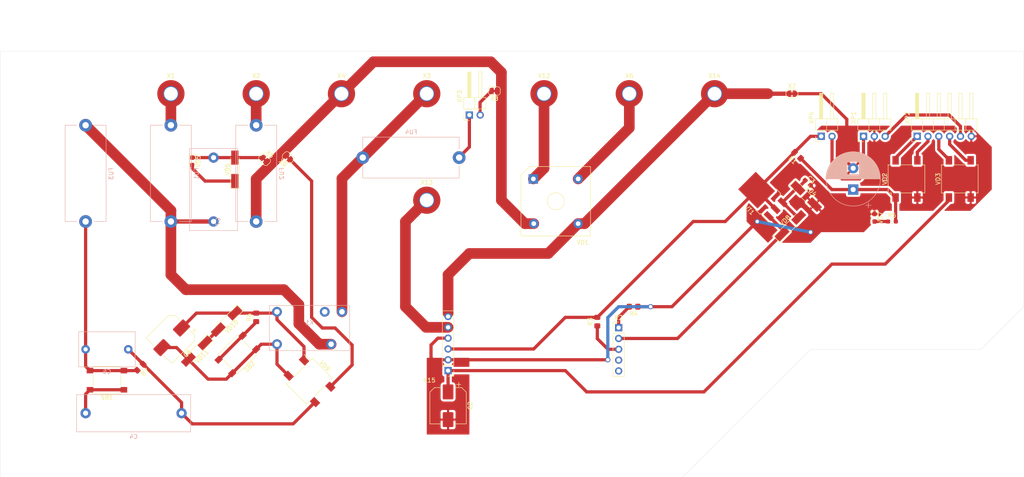
<source format=kicad_pcb>
(kicad_pcb (version 20171130) (host pcbnew 5.1.9+dfsg1-1)

  (general
    (thickness 1.6)
    (drawings 10)
    (tracks 174)
    (zones 0)
    (modules 52)
    (nets 38)
  )

  (page A4)
  (title_block
    (title "Evrucky Vacuum Diode Examination Device PCB")
    (date 2022-02-11)
    (company "Ivan Shmakov")
    (comment 1 "CC BY-SA 3.0+")
  )

  (layers
    (0 F.Cu signal)
    (31 B.Cu signal)
    (32 B.Adhes user hide)
    (33 F.Adhes user hide)
    (34 B.Paste user hide)
    (35 F.Paste user hide)
    (36 B.SilkS user)
    (37 F.SilkS user)
    (38 B.Mask user hide)
    (39 F.Mask user hide)
    (40 Dwgs.User user)
    (41 Cmts.User user)
    (42 Eco1.User user)
    (43 Eco2.User user)
    (44 Edge.Cuts user)
    (45 Margin user)
    (46 B.CrtYd user)
    (47 F.CrtYd user)
    (48 B.Fab user hide)
    (49 F.Fab user hide)
  )

  (setup
    (last_trace_width 0.75)
    (trace_clearance 0.25)
    (zone_clearance 0.508)
    (zone_45_only no)
    (trace_min 0.2)
    (via_size 1.2)
    (via_drill 0.8)
    (via_min_size 0.4)
    (via_min_drill 0.3)
    (uvia_size 0.3)
    (uvia_drill 0.1)
    (uvias_allowed no)
    (uvia_min_size 0.2)
    (uvia_min_drill 0.1)
    (edge_width 0.05)
    (segment_width 0.2)
    (pcb_text_width 0.3)
    (pcb_text_size 1.5 1.5)
    (mod_edge_width 0.12)
    (mod_text_size 1 1)
    (mod_text_width 0.15)
    (pad_size 1.524 1.524)
    (pad_drill 0.762)
    (pad_to_mask_clearance 0)
    (aux_axis_origin 0 0)
    (visible_elements FFFFFF7F)
    (pcbplotparams
      (layerselection 0x010fc_ffffffff)
      (usegerberextensions false)
      (usegerberattributes true)
      (usegerberadvancedattributes true)
      (creategerberjobfile true)
      (excludeedgelayer true)
      (linewidth 0.100000)
      (plotframeref false)
      (viasonmask false)
      (mode 1)
      (useauxorigin false)
      (hpglpennumber 1)
      (hpglpenspeed 20)
      (hpglpendiameter 15.000000)
      (psnegative false)
      (psa4output false)
      (plotreference true)
      (plotvalue true)
      (plotinvisibletext false)
      (padsonsilk false)
      (subtractmaskfromsilk false)
      (outputformat 1)
      (mirror false)
      (drillshape 1)
      (scaleselection 1)
      (outputdirectory ""))
  )

  (net 0 "")
  (net 1 "Net-(C1-Pad1)")
  (net 2 /COM)
  (net 3 "Net-(C2-Pad1)")
  (net 4 "Net-(C3-Pad1)")
  (net 5 /FU_N)
  (net 6 /FU_L)
  (net 7 /MAINSL)
  (net 8 /MAINSN)
  (net 9 /SW_L)
  (net 10 /ANODE)
  (net 11 "Net-(R2-Pad3)")
  (net 12 "Net-(R2-Pad1)")
  (net 13 "Net-(R5-Pad1)")
  (net 14 /ATX)
  (net 15 /COIL+)
  (net 16 /50VACX)
  (net 17 /50VACY)
  (net 18 /METERACY)
  (net 19 /METERACX)
  (net 20 "Net-(R2-Pad2)")
  (net 21 /COILAMP)
  (net 22 /HEATERAC)
  (net 23 "Net-(C7-Pad2)")
  (net 24 "Net-(VD10-Pad2)")
  (net 25 /T_L)
  (net 26 /COILCOM)
  (net 27 /T_N)
  (net 28 "Net-(C4-Pad2)")
  (net 29 "Net-(C4-Pad1)")
  (net 30 "Net-(C6-Pad1)")
  (net 31 "Net-(C6-Pad2)")
  (net 32 "Net-(K1-Pad3)")
  (net 33 "Net-(R6-Pad1)")
  (net 34 "Net-(VD5-Pad2)")
  (net 35 "Net-(XP1-Pad1)")
  (net 36 "Net-(C5-Pad1)")
  (net 37 "Net-(VD9-Pad4)")

  (net_class Default "This is the default net class."
    (clearance 0.25)
    (trace_width 0.75)
    (via_dia 1.2)
    (via_drill 0.8)
    (uvia_dia 0.3)
    (uvia_drill 0.1)
    (add_net /50VACX)
    (add_net /50VACY)
    (add_net /ANODE)
    (add_net /COM)
    (add_net /HEATERAC)
    (add_net /METERACX)
    (add_net /METERACY)
    (add_net /T_L)
    (add_net /T_N)
    (add_net "Net-(C1-Pad1)")
    (add_net "Net-(C2-Pad1)")
    (add_net "Net-(C3-Pad1)")
    (add_net "Net-(C4-Pad1)")
    (add_net "Net-(C4-Pad2)")
    (add_net "Net-(C5-Pad1)")
    (add_net "Net-(C6-Pad1)")
    (add_net "Net-(C6-Pad2)")
    (add_net "Net-(C7-Pad2)")
    (add_net "Net-(K1-Pad3)")
    (add_net "Net-(R2-Pad1)")
    (add_net "Net-(R2-Pad2)")
    (add_net "Net-(R2-Pad3)")
    (add_net "Net-(R5-Pad1)")
    (add_net "Net-(R6-Pad1)")
    (add_net "Net-(VD10-Pad2)")
    (add_net "Net-(VD5-Pad2)")
    (add_net "Net-(VD9-Pad4)")
    (add_net "Net-(XP1-Pad1)")
  )

  (net_class "3 A" ""
    (clearance 0.3)
    (trace_width 2.5)
    (via_dia 1.5)
    (via_drill 1)
    (uvia_dia 0.3)
    (uvia_drill 0.1)
    (add_net /ATX)
    (add_net /COIL+)
    (add_net /COILAMP)
    (add_net /COILCOM)
    (add_net /FU_L)
    (add_net /FU_N)
    (add_net /MAINSL)
    (add_net /MAINSN)
    (add_net /SW_L)
  )

  (module Connector_PinHeader_2.54mm:PinHeader_1x06_P2.54mm_Vertical (layer F.Cu) (tedit 59FED5CC) (tstamp 62071182)
    (at 130 125 180)
    (descr "Through hole straight pin header, 1x06, 2.54mm pitch, single row")
    (tags "Through hole pin header THT 1x06 2.54mm single row")
    (path /61E50F0A)
    (fp_text reference X15 (at 4.385 -2.27) (layer F.SilkS)
      (effects (font (size 1 1) (thickness 0.15)))
    )
    (fp_text value Conn_01x06 (at 4.385 14.97) (layer F.Fab)
      (effects (font (size 1 1) (thickness 0.15)))
    )
    (fp_text user %R (at 2.77 6.35 90) (layer F.Fab)
      (effects (font (size 1 1) (thickness 0.15)))
    )
    (fp_line (start -0.635 -1.27) (end 1.27 -1.27) (layer F.Fab) (width 0.1))
    (fp_line (start 1.27 -1.27) (end 1.27 13.97) (layer F.Fab) (width 0.1))
    (fp_line (start 1.27 13.97) (end -1.27 13.97) (layer F.Fab) (width 0.1))
    (fp_line (start -1.27 13.97) (end -1.27 -0.635) (layer F.Fab) (width 0.1))
    (fp_line (start -1.27 -0.635) (end -0.635 -1.27) (layer F.Fab) (width 0.1))
    (fp_line (start -1.33 14.03) (end 1.33 14.03) (layer F.SilkS) (width 0.12))
    (fp_line (start -1.33 1.27) (end -1.33 14.03) (layer F.SilkS) (width 0.12))
    (fp_line (start 1.33 1.27) (end 1.33 14.03) (layer F.SilkS) (width 0.12))
    (fp_line (start -1.33 1.27) (end 1.33 1.27) (layer F.SilkS) (width 0.12))
    (fp_line (start -1.33 0) (end -1.33 -1.33) (layer F.SilkS) (width 0.12))
    (fp_line (start -1.33 -1.33) (end 0 -1.33) (layer F.SilkS) (width 0.12))
    (fp_line (start -1.8 -1.8) (end -1.8 14.5) (layer F.CrtYd) (width 0.05))
    (fp_line (start -1.8 14.5) (end 1.8 14.5) (layer F.CrtYd) (width 0.05))
    (fp_line (start 1.8 14.5) (end 1.8 -1.8) (layer F.CrtYd) (width 0.05))
    (fp_line (start 1.8 -1.8) (end -1.8 -1.8) (layer F.CrtYd) (width 0.05))
    (pad 6 thru_hole oval (at 0 12.7 180) (size 1.7 1.7) (drill 1) (layers *.Cu *.Mask)
      (net 26 /COILCOM))
    (pad 5 thru_hole oval (at 0 10.16 180) (size 1.7 1.7) (drill 1) (layers *.Cu *.Mask)
      (net 21 /COILAMP))
    (pad 4 thru_hole oval (at 0 7.62 180) (size 1.7 1.7) (drill 1) (layers *.Cu *.Mask)
      (net 2 /COM))
    (pad 3 thru_hole oval (at 0 5.08 180) (size 1.7 1.7) (drill 1) (layers *.Cu *.Mask)
      (net 10 /ANODE))
    (pad 2 thru_hole oval (at 0 2.54 180) (size 1.7 1.7) (drill 1) (layers *.Cu *.Mask)
      (net 2 /COM))
    (pad 1 thru_hole rect (at 0 0 180) (size 1.7 1.7) (drill 1) (layers *.Cu *.Mask)
      (net 3 "Net-(C2-Pad1)"))
    (model ${KICAD6_3DMODEL_DIR}/Connector_PinHeader_2.54mm.3dshapes/PinHeader_1x06_P2.54mm_Vertical.wrl
      (at (xyz 0 0 0))
      (scale (xyz 1 1 1))
      (rotate (xyz 0 0 0))
    )
  )

  (module Capacitor_THT:CP_Radial_D12.5mm_P5.00mm (layer B.Cu) (tedit 5AE50EF1) (tstamp 6206A435)
    (at 225 82.5 90)
    (descr "CP, Radial series, Radial, pin pitch=5.00mm, , diameter=12.5mm, Electrolytic Capacitor")
    (tags "CP Radial series Radial pin pitch 5.00mm  diameter 12.5mm Electrolytic Capacitor")
    (path /61ED16A3)
    (fp_text reference C1 (at 2.5 7.5 270) (layer B.SilkS)
      (effects (font (size 1 1) (thickness 0.15)) (justify mirror))
    )
    (fp_text value 47 (at 2.5 -7.5 270) (layer B.Fab)
      (effects (font (size 1 1) (thickness 0.15)) (justify mirror))
    )
    (fp_line (start -3.692082 4.2) (end -3.692082 2.95) (layer B.SilkS) (width 0.12))
    (fp_line (start -4.317082 3.575) (end -3.067082 3.575) (layer B.SilkS) (width 0.12))
    (fp_line (start 8.861 0.317) (end 8.861 -0.317) (layer B.SilkS) (width 0.12))
    (fp_line (start 8.821 0.757) (end 8.821 -0.757) (layer B.SilkS) (width 0.12))
    (fp_line (start 8.781 1.028) (end 8.781 -1.028) (layer B.SilkS) (width 0.12))
    (fp_line (start 8.741 1.241) (end 8.741 -1.241) (layer B.SilkS) (width 0.12))
    (fp_line (start 8.701 1.422) (end 8.701 -1.422) (layer B.SilkS) (width 0.12))
    (fp_line (start 8.661 1.583) (end 8.661 -1.583) (layer B.SilkS) (width 0.12))
    (fp_line (start 8.621 1.728) (end 8.621 -1.728) (layer B.SilkS) (width 0.12))
    (fp_line (start 8.581 1.861) (end 8.581 -1.861) (layer B.SilkS) (width 0.12))
    (fp_line (start 8.541 1.984) (end 8.541 -1.984) (layer B.SilkS) (width 0.12))
    (fp_line (start 8.501 2.1) (end 8.501 -2.1) (layer B.SilkS) (width 0.12))
    (fp_line (start 8.461 2.209) (end 8.461 -2.209) (layer B.SilkS) (width 0.12))
    (fp_line (start 8.421 2.312) (end 8.421 -2.312) (layer B.SilkS) (width 0.12))
    (fp_line (start 8.381 2.41) (end 8.381 -2.41) (layer B.SilkS) (width 0.12))
    (fp_line (start 8.341 2.504) (end 8.341 -2.504) (layer B.SilkS) (width 0.12))
    (fp_line (start 8.301 2.594) (end 8.301 -2.594) (layer B.SilkS) (width 0.12))
    (fp_line (start 8.261 2.681) (end 8.261 -2.681) (layer B.SilkS) (width 0.12))
    (fp_line (start 8.221 2.764) (end 8.221 -2.764) (layer B.SilkS) (width 0.12))
    (fp_line (start 8.181 2.844) (end 8.181 -2.844) (layer B.SilkS) (width 0.12))
    (fp_line (start 8.141 2.921) (end 8.141 -2.921) (layer B.SilkS) (width 0.12))
    (fp_line (start 8.101 2.996) (end 8.101 -2.996) (layer B.SilkS) (width 0.12))
    (fp_line (start 8.061 3.069) (end 8.061 -3.069) (layer B.SilkS) (width 0.12))
    (fp_line (start 8.021 3.14) (end 8.021 -3.14) (layer B.SilkS) (width 0.12))
    (fp_line (start 7.981 3.208) (end 7.981 -3.208) (layer B.SilkS) (width 0.12))
    (fp_line (start 7.941 3.275) (end 7.941 -3.275) (layer B.SilkS) (width 0.12))
    (fp_line (start 7.901 3.339) (end 7.901 -3.339) (layer B.SilkS) (width 0.12))
    (fp_line (start 7.861 3.402) (end 7.861 -3.402) (layer B.SilkS) (width 0.12))
    (fp_line (start 7.821 3.464) (end 7.821 -3.464) (layer B.SilkS) (width 0.12))
    (fp_line (start 7.781 3.524) (end 7.781 -3.524) (layer B.SilkS) (width 0.12))
    (fp_line (start 7.741 3.583) (end 7.741 -3.583) (layer B.SilkS) (width 0.12))
    (fp_line (start 7.701 3.64) (end 7.701 -3.64) (layer B.SilkS) (width 0.12))
    (fp_line (start 7.661 3.696) (end 7.661 -3.696) (layer B.SilkS) (width 0.12))
    (fp_line (start 7.621 3.75) (end 7.621 -3.75) (layer B.SilkS) (width 0.12))
    (fp_line (start 7.581 3.804) (end 7.581 -3.804) (layer B.SilkS) (width 0.12))
    (fp_line (start 7.541 3.856) (end 7.541 -3.856) (layer B.SilkS) (width 0.12))
    (fp_line (start 7.501 3.907) (end 7.501 -3.907) (layer B.SilkS) (width 0.12))
    (fp_line (start 7.461 3.957) (end 7.461 -3.957) (layer B.SilkS) (width 0.12))
    (fp_line (start 7.421 4.007) (end 7.421 -4.007) (layer B.SilkS) (width 0.12))
    (fp_line (start 7.381 4.055) (end 7.381 -4.055) (layer B.SilkS) (width 0.12))
    (fp_line (start 7.341 4.102) (end 7.341 -4.102) (layer B.SilkS) (width 0.12))
    (fp_line (start 7.301 4.148) (end 7.301 -4.148) (layer B.SilkS) (width 0.12))
    (fp_line (start 7.261 4.194) (end 7.261 -4.194) (layer B.SilkS) (width 0.12))
    (fp_line (start 7.221 4.238) (end 7.221 -4.238) (layer B.SilkS) (width 0.12))
    (fp_line (start 7.181 4.282) (end 7.181 -4.282) (layer B.SilkS) (width 0.12))
    (fp_line (start 7.141 4.325) (end 7.141 -4.325) (layer B.SilkS) (width 0.12))
    (fp_line (start 7.101 4.367) (end 7.101 -4.367) (layer B.SilkS) (width 0.12))
    (fp_line (start 7.061 4.408) (end 7.061 -4.408) (layer B.SilkS) (width 0.12))
    (fp_line (start 7.021 4.449) (end 7.021 -4.449) (layer B.SilkS) (width 0.12))
    (fp_line (start 6.981 4.489) (end 6.981 -4.489) (layer B.SilkS) (width 0.12))
    (fp_line (start 6.941 4.528) (end 6.941 -4.528) (layer B.SilkS) (width 0.12))
    (fp_line (start 6.901 4.567) (end 6.901 -4.567) (layer B.SilkS) (width 0.12))
    (fp_line (start 6.861 4.605) (end 6.861 -4.605) (layer B.SilkS) (width 0.12))
    (fp_line (start 6.821 4.642) (end 6.821 -4.642) (layer B.SilkS) (width 0.12))
    (fp_line (start 6.781 4.678) (end 6.781 -4.678) (layer B.SilkS) (width 0.12))
    (fp_line (start 6.741 4.714) (end 6.741 -4.714) (layer B.SilkS) (width 0.12))
    (fp_line (start 6.701 4.75) (end 6.701 -4.75) (layer B.SilkS) (width 0.12))
    (fp_line (start 6.661 4.785) (end 6.661 -4.785) (layer B.SilkS) (width 0.12))
    (fp_line (start 6.621 4.819) (end 6.621 -4.819) (layer B.SilkS) (width 0.12))
    (fp_line (start 6.581 4.852) (end 6.581 -4.852) (layer B.SilkS) (width 0.12))
    (fp_line (start 6.541 4.885) (end 6.541 -4.885) (layer B.SilkS) (width 0.12))
    (fp_line (start 6.501 4.918) (end 6.501 -4.918) (layer B.SilkS) (width 0.12))
    (fp_line (start 6.461 4.95) (end 6.461 -4.95) (layer B.SilkS) (width 0.12))
    (fp_line (start 6.421 -1.44) (end 6.421 -4.982) (layer B.SilkS) (width 0.12))
    (fp_line (start 6.421 4.982) (end 6.421 1.44) (layer B.SilkS) (width 0.12))
    (fp_line (start 6.381 -1.44) (end 6.381 -5.012) (layer B.SilkS) (width 0.12))
    (fp_line (start 6.381 5.012) (end 6.381 1.44) (layer B.SilkS) (width 0.12))
    (fp_line (start 6.341 -1.44) (end 6.341 -5.043) (layer B.SilkS) (width 0.12))
    (fp_line (start 6.341 5.043) (end 6.341 1.44) (layer B.SilkS) (width 0.12))
    (fp_line (start 6.301 -1.44) (end 6.301 -5.073) (layer B.SilkS) (width 0.12))
    (fp_line (start 6.301 5.073) (end 6.301 1.44) (layer B.SilkS) (width 0.12))
    (fp_line (start 6.261 -1.44) (end 6.261 -5.102) (layer B.SilkS) (width 0.12))
    (fp_line (start 6.261 5.102) (end 6.261 1.44) (layer B.SilkS) (width 0.12))
    (fp_line (start 6.221 -1.44) (end 6.221 -5.131) (layer B.SilkS) (width 0.12))
    (fp_line (start 6.221 5.131) (end 6.221 1.44) (layer B.SilkS) (width 0.12))
    (fp_line (start 6.181 -1.44) (end 6.181 -5.16) (layer B.SilkS) (width 0.12))
    (fp_line (start 6.181 5.16) (end 6.181 1.44) (layer B.SilkS) (width 0.12))
    (fp_line (start 6.141 -1.44) (end 6.141 -5.188) (layer B.SilkS) (width 0.12))
    (fp_line (start 6.141 5.188) (end 6.141 1.44) (layer B.SilkS) (width 0.12))
    (fp_line (start 6.101 -1.44) (end 6.101 -5.216) (layer B.SilkS) (width 0.12))
    (fp_line (start 6.101 5.216) (end 6.101 1.44) (layer B.SilkS) (width 0.12))
    (fp_line (start 6.061 -1.44) (end 6.061 -5.243) (layer B.SilkS) (width 0.12))
    (fp_line (start 6.061 5.243) (end 6.061 1.44) (layer B.SilkS) (width 0.12))
    (fp_line (start 6.021 -1.44) (end 6.021 -5.27) (layer B.SilkS) (width 0.12))
    (fp_line (start 6.021 5.27) (end 6.021 1.44) (layer B.SilkS) (width 0.12))
    (fp_line (start 5.981 -1.44) (end 5.981 -5.296) (layer B.SilkS) (width 0.12))
    (fp_line (start 5.981 5.296) (end 5.981 1.44) (layer B.SilkS) (width 0.12))
    (fp_line (start 5.941 -1.44) (end 5.941 -5.322) (layer B.SilkS) (width 0.12))
    (fp_line (start 5.941 5.322) (end 5.941 1.44) (layer B.SilkS) (width 0.12))
    (fp_line (start 5.901 -1.44) (end 5.901 -5.347) (layer B.SilkS) (width 0.12))
    (fp_line (start 5.901 5.347) (end 5.901 1.44) (layer B.SilkS) (width 0.12))
    (fp_line (start 5.861 -1.44) (end 5.861 -5.372) (layer B.SilkS) (width 0.12))
    (fp_line (start 5.861 5.372) (end 5.861 1.44) (layer B.SilkS) (width 0.12))
    (fp_line (start 5.821 -1.44) (end 5.821 -5.397) (layer B.SilkS) (width 0.12))
    (fp_line (start 5.821 5.397) (end 5.821 1.44) (layer B.SilkS) (width 0.12))
    (fp_line (start 5.781 -1.44) (end 5.781 -5.421) (layer B.SilkS) (width 0.12))
    (fp_line (start 5.781 5.421) (end 5.781 1.44) (layer B.SilkS) (width 0.12))
    (fp_line (start 5.741 -1.44) (end 5.741 -5.445) (layer B.SilkS) (width 0.12))
    (fp_line (start 5.741 5.445) (end 5.741 1.44) (layer B.SilkS) (width 0.12))
    (fp_line (start 5.701 -1.44) (end 5.701 -5.468) (layer B.SilkS) (width 0.12))
    (fp_line (start 5.701 5.468) (end 5.701 1.44) (layer B.SilkS) (width 0.12))
    (fp_line (start 5.661 -1.44) (end 5.661 -5.491) (layer B.SilkS) (width 0.12))
    (fp_line (start 5.661 5.491) (end 5.661 1.44) (layer B.SilkS) (width 0.12))
    (fp_line (start 5.621 -1.44) (end 5.621 -5.514) (layer B.SilkS) (width 0.12))
    (fp_line (start 5.621 5.514) (end 5.621 1.44) (layer B.SilkS) (width 0.12))
    (fp_line (start 5.581 -1.44) (end 5.581 -5.536) (layer B.SilkS) (width 0.12))
    (fp_line (start 5.581 5.536) (end 5.581 1.44) (layer B.SilkS) (width 0.12))
    (fp_line (start 5.541 -1.44) (end 5.541 -5.558) (layer B.SilkS) (width 0.12))
    (fp_line (start 5.541 5.558) (end 5.541 1.44) (layer B.SilkS) (width 0.12))
    (fp_line (start 5.501 -1.44) (end 5.501 -5.58) (layer B.SilkS) (width 0.12))
    (fp_line (start 5.501 5.58) (end 5.501 1.44) (layer B.SilkS) (width 0.12))
    (fp_line (start 5.461 -1.44) (end 5.461 -5.601) (layer B.SilkS) (width 0.12))
    (fp_line (start 5.461 5.601) (end 5.461 1.44) (layer B.SilkS) (width 0.12))
    (fp_line (start 5.421 -1.44) (end 5.421 -5.622) (layer B.SilkS) (width 0.12))
    (fp_line (start 5.421 5.622) (end 5.421 1.44) (layer B.SilkS) (width 0.12))
    (fp_line (start 5.381 -1.44) (end 5.381 -5.642) (layer B.SilkS) (width 0.12))
    (fp_line (start 5.381 5.642) (end 5.381 1.44) (layer B.SilkS) (width 0.12))
    (fp_line (start 5.341 -1.44) (end 5.341 -5.662) (layer B.SilkS) (width 0.12))
    (fp_line (start 5.341 5.662) (end 5.341 1.44) (layer B.SilkS) (width 0.12))
    (fp_line (start 5.301 -1.44) (end 5.301 -5.682) (layer B.SilkS) (width 0.12))
    (fp_line (start 5.301 5.682) (end 5.301 1.44) (layer B.SilkS) (width 0.12))
    (fp_line (start 5.261 -1.44) (end 5.261 -5.702) (layer B.SilkS) (width 0.12))
    (fp_line (start 5.261 5.702) (end 5.261 1.44) (layer B.SilkS) (width 0.12))
    (fp_line (start 5.221 -1.44) (end 5.221 -5.721) (layer B.SilkS) (width 0.12))
    (fp_line (start 5.221 5.721) (end 5.221 1.44) (layer B.SilkS) (width 0.12))
    (fp_line (start 5.181 -1.44) (end 5.181 -5.739) (layer B.SilkS) (width 0.12))
    (fp_line (start 5.181 5.739) (end 5.181 1.44) (layer B.SilkS) (width 0.12))
    (fp_line (start 5.141 -1.44) (end 5.141 -5.758) (layer B.SilkS) (width 0.12))
    (fp_line (start 5.141 5.758) (end 5.141 1.44) (layer B.SilkS) (width 0.12))
    (fp_line (start 5.101 -1.44) (end 5.101 -5.776) (layer B.SilkS) (width 0.12))
    (fp_line (start 5.101 5.776) (end 5.101 1.44) (layer B.SilkS) (width 0.12))
    (fp_line (start 5.061 -1.44) (end 5.061 -5.793) (layer B.SilkS) (width 0.12))
    (fp_line (start 5.061 5.793) (end 5.061 1.44) (layer B.SilkS) (width 0.12))
    (fp_line (start 5.021 -1.44) (end 5.021 -5.811) (layer B.SilkS) (width 0.12))
    (fp_line (start 5.021 5.811) (end 5.021 1.44) (layer B.SilkS) (width 0.12))
    (fp_line (start 4.981 -1.44) (end 4.981 -5.828) (layer B.SilkS) (width 0.12))
    (fp_line (start 4.981 5.828) (end 4.981 1.44) (layer B.SilkS) (width 0.12))
    (fp_line (start 4.941 -1.44) (end 4.941 -5.845) (layer B.SilkS) (width 0.12))
    (fp_line (start 4.941 5.845) (end 4.941 1.44) (layer B.SilkS) (width 0.12))
    (fp_line (start 4.901 -1.44) (end 4.901 -5.861) (layer B.SilkS) (width 0.12))
    (fp_line (start 4.901 5.861) (end 4.901 1.44) (layer B.SilkS) (width 0.12))
    (fp_line (start 4.861 -1.44) (end 4.861 -5.877) (layer B.SilkS) (width 0.12))
    (fp_line (start 4.861 5.877) (end 4.861 1.44) (layer B.SilkS) (width 0.12))
    (fp_line (start 4.821 -1.44) (end 4.821 -5.893) (layer B.SilkS) (width 0.12))
    (fp_line (start 4.821 5.893) (end 4.821 1.44) (layer B.SilkS) (width 0.12))
    (fp_line (start 4.781 -1.44) (end 4.781 -5.908) (layer B.SilkS) (width 0.12))
    (fp_line (start 4.781 5.908) (end 4.781 1.44) (layer B.SilkS) (width 0.12))
    (fp_line (start 4.741 -1.44) (end 4.741 -5.924) (layer B.SilkS) (width 0.12))
    (fp_line (start 4.741 5.924) (end 4.741 1.44) (layer B.SilkS) (width 0.12))
    (fp_line (start 4.701 -1.44) (end 4.701 -5.939) (layer B.SilkS) (width 0.12))
    (fp_line (start 4.701 5.939) (end 4.701 1.44) (layer B.SilkS) (width 0.12))
    (fp_line (start 4.661 -1.44) (end 4.661 -5.953) (layer B.SilkS) (width 0.12))
    (fp_line (start 4.661 5.953) (end 4.661 1.44) (layer B.SilkS) (width 0.12))
    (fp_line (start 4.621 -1.44) (end 4.621 -5.967) (layer B.SilkS) (width 0.12))
    (fp_line (start 4.621 5.967) (end 4.621 1.44) (layer B.SilkS) (width 0.12))
    (fp_line (start 4.581 -1.44) (end 4.581 -5.981) (layer B.SilkS) (width 0.12))
    (fp_line (start 4.581 5.981) (end 4.581 1.44) (layer B.SilkS) (width 0.12))
    (fp_line (start 4.541 -1.44) (end 4.541 -5.995) (layer B.SilkS) (width 0.12))
    (fp_line (start 4.541 5.995) (end 4.541 1.44) (layer B.SilkS) (width 0.12))
    (fp_line (start 4.501 -1.44) (end 4.501 -6.008) (layer B.SilkS) (width 0.12))
    (fp_line (start 4.501 6.008) (end 4.501 1.44) (layer B.SilkS) (width 0.12))
    (fp_line (start 4.461 -1.44) (end 4.461 -6.021) (layer B.SilkS) (width 0.12))
    (fp_line (start 4.461 6.021) (end 4.461 1.44) (layer B.SilkS) (width 0.12))
    (fp_line (start 4.421 -1.44) (end 4.421 -6.034) (layer B.SilkS) (width 0.12))
    (fp_line (start 4.421 6.034) (end 4.421 1.44) (layer B.SilkS) (width 0.12))
    (fp_line (start 4.381 -1.44) (end 4.381 -6.047) (layer B.SilkS) (width 0.12))
    (fp_line (start 4.381 6.047) (end 4.381 1.44) (layer B.SilkS) (width 0.12))
    (fp_line (start 4.341 -1.44) (end 4.341 -6.059) (layer B.SilkS) (width 0.12))
    (fp_line (start 4.341 6.059) (end 4.341 1.44) (layer B.SilkS) (width 0.12))
    (fp_line (start 4.301 -1.44) (end 4.301 -6.071) (layer B.SilkS) (width 0.12))
    (fp_line (start 4.301 6.071) (end 4.301 1.44) (layer B.SilkS) (width 0.12))
    (fp_line (start 4.261 -1.44) (end 4.261 -6.083) (layer B.SilkS) (width 0.12))
    (fp_line (start 4.261 6.083) (end 4.261 1.44) (layer B.SilkS) (width 0.12))
    (fp_line (start 4.221 -1.44) (end 4.221 -6.094) (layer B.SilkS) (width 0.12))
    (fp_line (start 4.221 6.094) (end 4.221 1.44) (layer B.SilkS) (width 0.12))
    (fp_line (start 4.181 -1.44) (end 4.181 -6.105) (layer B.SilkS) (width 0.12))
    (fp_line (start 4.181 6.105) (end 4.181 1.44) (layer B.SilkS) (width 0.12))
    (fp_line (start 4.141 -1.44) (end 4.141 -6.116) (layer B.SilkS) (width 0.12))
    (fp_line (start 4.141 6.116) (end 4.141 1.44) (layer B.SilkS) (width 0.12))
    (fp_line (start 4.101 -1.44) (end 4.101 -6.126) (layer B.SilkS) (width 0.12))
    (fp_line (start 4.101 6.126) (end 4.101 1.44) (layer B.SilkS) (width 0.12))
    (fp_line (start 4.061 -1.44) (end 4.061 -6.137) (layer B.SilkS) (width 0.12))
    (fp_line (start 4.061 6.137) (end 4.061 1.44) (layer B.SilkS) (width 0.12))
    (fp_line (start 4.021 -1.44) (end 4.021 -6.146) (layer B.SilkS) (width 0.12))
    (fp_line (start 4.021 6.146) (end 4.021 1.44) (layer B.SilkS) (width 0.12))
    (fp_line (start 3.981 -1.44) (end 3.981 -6.156) (layer B.SilkS) (width 0.12))
    (fp_line (start 3.981 6.156) (end 3.981 1.44) (layer B.SilkS) (width 0.12))
    (fp_line (start 3.941 -1.44) (end 3.941 -6.166) (layer B.SilkS) (width 0.12))
    (fp_line (start 3.941 6.166) (end 3.941 1.44) (layer B.SilkS) (width 0.12))
    (fp_line (start 3.901 -1.44) (end 3.901 -6.175) (layer B.SilkS) (width 0.12))
    (fp_line (start 3.901 6.175) (end 3.901 1.44) (layer B.SilkS) (width 0.12))
    (fp_line (start 3.861 -1.44) (end 3.861 -6.184) (layer B.SilkS) (width 0.12))
    (fp_line (start 3.861 6.184) (end 3.861 1.44) (layer B.SilkS) (width 0.12))
    (fp_line (start 3.821 -1.44) (end 3.821 -6.192) (layer B.SilkS) (width 0.12))
    (fp_line (start 3.821 6.192) (end 3.821 1.44) (layer B.SilkS) (width 0.12))
    (fp_line (start 3.781 -1.44) (end 3.781 -6.201) (layer B.SilkS) (width 0.12))
    (fp_line (start 3.781 6.201) (end 3.781 1.44) (layer B.SilkS) (width 0.12))
    (fp_line (start 3.741 -1.44) (end 3.741 -6.209) (layer B.SilkS) (width 0.12))
    (fp_line (start 3.741 6.209) (end 3.741 1.44) (layer B.SilkS) (width 0.12))
    (fp_line (start 3.701 -1.44) (end 3.701 -6.216) (layer B.SilkS) (width 0.12))
    (fp_line (start 3.701 6.216) (end 3.701 1.44) (layer B.SilkS) (width 0.12))
    (fp_line (start 3.661 -1.44) (end 3.661 -6.224) (layer B.SilkS) (width 0.12))
    (fp_line (start 3.661 6.224) (end 3.661 1.44) (layer B.SilkS) (width 0.12))
    (fp_line (start 3.621 -1.44) (end 3.621 -6.231) (layer B.SilkS) (width 0.12))
    (fp_line (start 3.621 6.231) (end 3.621 1.44) (layer B.SilkS) (width 0.12))
    (fp_line (start 3.581 -1.44) (end 3.581 -6.238) (layer B.SilkS) (width 0.12))
    (fp_line (start 3.581 6.238) (end 3.581 1.44) (layer B.SilkS) (width 0.12))
    (fp_line (start 3.541 6.245) (end 3.541 -6.245) (layer B.SilkS) (width 0.12))
    (fp_line (start 3.501 6.252) (end 3.501 -6.252) (layer B.SilkS) (width 0.12))
    (fp_line (start 3.461 6.258) (end 3.461 -6.258) (layer B.SilkS) (width 0.12))
    (fp_line (start 3.421 6.264) (end 3.421 -6.264) (layer B.SilkS) (width 0.12))
    (fp_line (start 3.381 6.269) (end 3.381 -6.269) (layer B.SilkS) (width 0.12))
    (fp_line (start 3.341 6.275) (end 3.341 -6.275) (layer B.SilkS) (width 0.12))
    (fp_line (start 3.301 6.28) (end 3.301 -6.28) (layer B.SilkS) (width 0.12))
    (fp_line (start 3.261 6.285) (end 3.261 -6.285) (layer B.SilkS) (width 0.12))
    (fp_line (start 3.221 6.29) (end 3.221 -6.29) (layer B.SilkS) (width 0.12))
    (fp_line (start 3.18 6.294) (end 3.18 -6.294) (layer B.SilkS) (width 0.12))
    (fp_line (start 3.14 6.298) (end 3.14 -6.298) (layer B.SilkS) (width 0.12))
    (fp_line (start 3.1 6.302) (end 3.1 -6.302) (layer B.SilkS) (width 0.12))
    (fp_line (start 3.06 6.306) (end 3.06 -6.306) (layer B.SilkS) (width 0.12))
    (fp_line (start 3.02 6.309) (end 3.02 -6.309) (layer B.SilkS) (width 0.12))
    (fp_line (start 2.98 6.312) (end 2.98 -6.312) (layer B.SilkS) (width 0.12))
    (fp_line (start 2.94 6.315) (end 2.94 -6.315) (layer B.SilkS) (width 0.12))
    (fp_line (start 2.9 6.318) (end 2.9 -6.318) (layer B.SilkS) (width 0.12))
    (fp_line (start 2.86 6.32) (end 2.86 -6.32) (layer B.SilkS) (width 0.12))
    (fp_line (start 2.82 6.322) (end 2.82 -6.322) (layer B.SilkS) (width 0.12))
    (fp_line (start 2.78 6.324) (end 2.78 -6.324) (layer B.SilkS) (width 0.12))
    (fp_line (start 2.74 6.326) (end 2.74 -6.326) (layer B.SilkS) (width 0.12))
    (fp_line (start 2.7 6.327) (end 2.7 -6.327) (layer B.SilkS) (width 0.12))
    (fp_line (start 2.66 6.328) (end 2.66 -6.328) (layer B.SilkS) (width 0.12))
    (fp_line (start 2.62 6.329) (end 2.62 -6.329) (layer B.SilkS) (width 0.12))
    (fp_line (start 2.58 6.33) (end 2.58 -6.33) (layer B.SilkS) (width 0.12))
    (fp_line (start 2.54 6.33) (end 2.54 -6.33) (layer B.SilkS) (width 0.12))
    (fp_line (start 2.5 6.33) (end 2.5 -6.33) (layer B.SilkS) (width 0.12))
    (fp_line (start -2.241489 3.3625) (end -2.241489 2.1125) (layer B.Fab) (width 0.1))
    (fp_line (start -2.866489 2.7375) (end -1.616489 2.7375) (layer B.Fab) (width 0.1))
    (fp_circle (center 2.5 0) (end 9 0) (layer B.CrtYd) (width 0.05))
    (fp_circle (center 2.5 0) (end 8.87 0) (layer B.SilkS) (width 0.12))
    (fp_circle (center 2.5 0) (end 8.75 0) (layer B.Fab) (width 0.1))
    (fp_text user %R (at 2.500001 -2.500001 270) (layer B.Fab)
      (effects (font (size 1 1) (thickness 0.15)) (justify mirror))
    )
    (pad 1 thru_hole rect (at 0 0 90) (size 2.4 2.4) (drill 1.2) (layers *.Cu *.Mask)
      (net 1 "Net-(C1-Pad1)"))
    (pad 2 thru_hole circle (at 5 0 90) (size 2.4 2.4) (drill 1.2) (layers *.Cu *.Mask)
      (net 2 /COM))
    (model ${KICAD6_3DMODEL_DIR}/Capacitor_THT.3dshapes/CP_Radial_D12.5mm_P5.00mm.wrl
      (at (xyz 0 0 0))
      (scale (xyz 1 1 1))
      (rotate (xyz 0 0 0))
    )
  )

  (module MountingHole:MountingHole_3.2mm_M3_ISO14580 (layer F.Cu) (tedit 56D1B4CB) (tstamp 62066294)
    (at 250 100)
    (descr "Mounting Hole 3.2mm, no annular, M3, ISO14580")
    (tags "mounting hole 3.2mm no annular m3 iso14580")
    (attr virtual)
    (fp_text reference REF** (at 0 -3.75) (layer F.SilkS) hide
      (effects (font (size 1 1) (thickness 0.15)))
    )
    (fp_text value MountingHole_3.2mm_M3_ISO14580 (at 0 3.75) (layer F.Fab)
      (effects (font (size 1 1) (thickness 0.15)))
    )
    (fp_circle (center 0 0) (end 3 0) (layer F.CrtYd) (width 0.05))
    (fp_circle (center 0 0) (end 2.75 0) (layer Cmts.User) (width 0.15))
    (fp_text user %R (at 0.3 0) (layer F.Fab)
      (effects (font (size 1 1) (thickness 0.15)))
    )
    (pad 1 np_thru_hole circle (at 0 0) (size 3.2 3.2) (drill 3.2) (layers *.Cu *.Mask))
  )

  (module MountingHole:MountingHole_3.2mm_M3_ISO14580 (layer F.Cu) (tedit 56D1B4CB) (tstamp 6206628A)
    (at 50 100)
    (descr "Mounting Hole 3.2mm, no annular, M3, ISO14580")
    (tags "mounting hole 3.2mm no annular m3 iso14580")
    (attr virtual)
    (fp_text reference REF** (at 0 -3.75) (layer F.SilkS) hide
      (effects (font (size 1 1) (thickness 0.15)))
    )
    (fp_text value MountingHole_3.2mm_M3_ISO14580 (at 0 3.75) (layer F.Fab)
      (effects (font (size 1 1) (thickness 0.15)))
    )
    (fp_text user %R (at 0.3 0) (layer F.Fab)
      (effects (font (size 1 1) (thickness 0.15)))
    )
    (fp_circle (center 0 0) (end 2.75 0) (layer Cmts.User) (width 0.15))
    (fp_circle (center 0 0) (end 3 0) (layer F.CrtYd) (width 0.05))
    (pad 1 np_thru_hole circle (at 0 0) (size 3.2 3.2) (drill 3.2) (layers *.Cu *.Mask))
  )

  (module Capacitor_SMD:C_0603_1608Metric_Pad1.08x0.95mm_HandSolder (layer F.Cu) (tedit 5F68FEEF) (tstamp 61F24C69)
    (at 214.361715 80.926687 315)
    (descr "Capacitor SMD 0603 (1608 Metric), square (rectangular) end terminal, IPC_7351 nominal with elongated pad for handsoldering. (Body size source: IPC-SM-782 page 76, https://www.pcb-3d.com/wordpress/wp-content/uploads/ipc-sm-782a_amendment_1_and_2.pdf), generated with kicad-footprint-generator")
    (tags "capacitor handsolder")
    (path /62072271)
    (attr smd)
    (fp_text reference C3 (at 0 -1.05 135) (layer F.SilkS)
      (effects (font (size 1 1) (thickness 0.15)))
    )
    (fp_text value 4.7 (at 0 1.05 135) (layer F.Fab)
      (effects (font (size 1 1) (thickness 0.15)))
    )
    (fp_text user %R (at 0 -0.68 135) (layer F.Fab)
      (effects (font (size 0.25 0.25) (thickness 0.04)))
    )
    (fp_line (start -0.8 0.4) (end -0.8 -0.4) (layer F.Fab) (width 0.1))
    (fp_line (start -0.8 -0.4) (end 0.8 -0.4) (layer F.Fab) (width 0.1))
    (fp_line (start 0.8 -0.4) (end 0.8 0.4) (layer F.Fab) (width 0.1))
    (fp_line (start 0.8 0.4) (end -0.8 0.4) (layer F.Fab) (width 0.1))
    (fp_line (start -0.146267 -0.51) (end 0.146267 -0.51) (layer F.SilkS) (width 0.12))
    (fp_line (start -0.146267 0.51) (end 0.146267 0.51) (layer F.SilkS) (width 0.12))
    (fp_line (start -1.65 0.73) (end -1.65 -0.73) (layer F.CrtYd) (width 0.05))
    (fp_line (start -1.65 -0.73) (end 1.65 -0.73) (layer F.CrtYd) (width 0.05))
    (fp_line (start 1.65 -0.73) (end 1.65 0.73) (layer F.CrtYd) (width 0.05))
    (fp_line (start 1.65 0.73) (end -1.65 0.73) (layer F.CrtYd) (width 0.05))
    (pad 2 smd roundrect (at 0.8625 0 315) (size 1.075 0.95) (layers F.Cu F.Paste F.Mask) (roundrect_rratio 0.25)
      (net 2 /COM))
    (pad 1 smd roundrect (at -0.8625 0 315) (size 1.075 0.95) (layers F.Cu F.Paste F.Mask) (roundrect_rratio 0.25)
      (net 4 "Net-(C3-Pad1)"))
    (model ${KICAD6_3DMODEL_DIR}/Capacitor_SMD.3dshapes/C_0603_1608Metric.wrl
      (at (xyz 0 0 0))
      (scale (xyz 1 1 1))
      (rotate (xyz 0 0 0))
    )
  )

  (module Connector_PinHeader_2.54mm:PinHeader_1x06_P2.54mm_Horizontal (layer F.Cu) (tedit 59FED5CB) (tstamp 61F21684)
    (at 240 70 90)
    (descr "Through hole angled pin header, 1x06, 2.54mm pitch, 6mm pin length, single row")
    (tags "Through hole angled pin header THT 1x06 2.54mm single row")
    (path /6206AA07)
    (fp_text reference XP2 (at 4.385 -2.27 90) (layer F.SilkS)
      (effects (font (size 1 1) (thickness 0.15)))
    )
    (fp_text value Conn_01x06_Male (at 4.385 7.35 90) (layer F.Fab)
      (effects (font (size 1 1) (thickness 0.15)))
    )
    (fp_text user %R (at 2.77 2.54) (layer F.Fab)
      (effects (font (size 1 1) (thickness 0.15)))
    )
    (fp_line (start 2.135 -1.27) (end 4.04 -1.27) (layer F.Fab) (width 0.1))
    (fp_line (start 4.04 -1.27) (end 4.04 13.97) (layer F.Fab) (width 0.1))
    (fp_line (start 4.04 13.97) (end 1.5 13.97) (layer F.Fab) (width 0.1))
    (fp_line (start 1.5 13.97) (end 1.5 -0.635) (layer F.Fab) (width 0.1))
    (fp_line (start 1.5 -0.635) (end 2.135 -1.27) (layer F.Fab) (width 0.1))
    (fp_line (start -0.32 -0.32) (end 1.5 -0.32) (layer F.Fab) (width 0.1))
    (fp_line (start -0.32 -0.32) (end -0.32 0.32) (layer F.Fab) (width 0.1))
    (fp_line (start -0.32 0.32) (end 1.5 0.32) (layer F.Fab) (width 0.1))
    (fp_line (start 4.04 -0.32) (end 10.04 -0.32) (layer F.Fab) (width 0.1))
    (fp_line (start 10.04 -0.32) (end 10.04 0.32) (layer F.Fab) (width 0.1))
    (fp_line (start 4.04 0.32) (end 10.04 0.32) (layer F.Fab) (width 0.1))
    (fp_line (start -0.32 2.22) (end 1.5 2.22) (layer F.Fab) (width 0.1))
    (fp_line (start -0.32 2.22) (end -0.32 2.86) (layer F.Fab) (width 0.1))
    (fp_line (start -0.32 2.86) (end 1.5 2.86) (layer F.Fab) (width 0.1))
    (fp_line (start 4.04 2.22) (end 10.04 2.22) (layer F.Fab) (width 0.1))
    (fp_line (start 10.04 2.22) (end 10.04 2.86) (layer F.Fab) (width 0.1))
    (fp_line (start 4.04 2.86) (end 10.04 2.86) (layer F.Fab) (width 0.1))
    (fp_line (start -0.32 4.76) (end 1.5 4.76) (layer F.Fab) (width 0.1))
    (fp_line (start -0.32 4.76) (end -0.32 5.4) (layer F.Fab) (width 0.1))
    (fp_line (start -0.32 5.4) (end 1.5 5.4) (layer F.Fab) (width 0.1))
    (fp_line (start 4.04 4.76) (end 10.04 4.76) (layer F.Fab) (width 0.1))
    (fp_line (start 10.04 4.76) (end 10.04 5.4) (layer F.Fab) (width 0.1))
    (fp_line (start 4.04 5.4) (end 10.04 5.4) (layer F.Fab) (width 0.1))
    (fp_line (start -0.32 7.3) (end 1.5 7.3) (layer F.Fab) (width 0.1))
    (fp_line (start -0.32 7.3) (end -0.32 7.94) (layer F.Fab) (width 0.1))
    (fp_line (start -0.32 7.94) (end 1.5 7.94) (layer F.Fab) (width 0.1))
    (fp_line (start 4.04 7.3) (end 10.04 7.3) (layer F.Fab) (width 0.1))
    (fp_line (start 10.04 7.3) (end 10.04 7.94) (layer F.Fab) (width 0.1))
    (fp_line (start 4.04 7.94) (end 10.04 7.94) (layer F.Fab) (width 0.1))
    (fp_line (start -0.32 9.84) (end 1.5 9.84) (layer F.Fab) (width 0.1))
    (fp_line (start -0.32 9.84) (end -0.32 10.48) (layer F.Fab) (width 0.1))
    (fp_line (start -0.32 10.48) (end 1.5 10.48) (layer F.Fab) (width 0.1))
    (fp_line (start 4.04 9.84) (end 10.04 9.84) (layer F.Fab) (width 0.1))
    (fp_line (start 10.04 9.84) (end 10.04 10.48) (layer F.Fab) (width 0.1))
    (fp_line (start 4.04 10.48) (end 10.04 10.48) (layer F.Fab) (width 0.1))
    (fp_line (start -0.32 12.38) (end 1.5 12.38) (layer F.Fab) (width 0.1))
    (fp_line (start -0.32 12.38) (end -0.32 13.02) (layer F.Fab) (width 0.1))
    (fp_line (start -0.32 13.02) (end 1.5 13.02) (layer F.Fab) (width 0.1))
    (fp_line (start 4.04 12.38) (end 10.04 12.38) (layer F.Fab) (width 0.1))
    (fp_line (start 10.04 12.38) (end 10.04 13.02) (layer F.Fab) (width 0.1))
    (fp_line (start 4.04 13.02) (end 10.04 13.02) (layer F.Fab) (width 0.1))
    (fp_line (start 1.44 -1.33) (end 1.44 14.03) (layer F.SilkS) (width 0.12))
    (fp_line (start 1.44 14.03) (end 4.1 14.03) (layer F.SilkS) (width 0.12))
    (fp_line (start 4.1 14.03) (end 4.1 -1.33) (layer F.SilkS) (width 0.12))
    (fp_line (start 4.1 -1.33) (end 1.44 -1.33) (layer F.SilkS) (width 0.12))
    (fp_line (start 4.1 -0.38) (end 10.1 -0.38) (layer F.SilkS) (width 0.12))
    (fp_line (start 10.1 -0.38) (end 10.1 0.38) (layer F.SilkS) (width 0.12))
    (fp_line (start 10.1 0.38) (end 4.1 0.38) (layer F.SilkS) (width 0.12))
    (fp_line (start 4.1 -0.32) (end 10.1 -0.32) (layer F.SilkS) (width 0.12))
    (fp_line (start 4.1 -0.2) (end 10.1 -0.2) (layer F.SilkS) (width 0.12))
    (fp_line (start 4.1 -0.08) (end 10.1 -0.08) (layer F.SilkS) (width 0.12))
    (fp_line (start 4.1 0.04) (end 10.1 0.04) (layer F.SilkS) (width 0.12))
    (fp_line (start 4.1 0.16) (end 10.1 0.16) (layer F.SilkS) (width 0.12))
    (fp_line (start 4.1 0.28) (end 10.1 0.28) (layer F.SilkS) (width 0.12))
    (fp_line (start 1.11 -0.38) (end 1.44 -0.38) (layer F.SilkS) (width 0.12))
    (fp_line (start 1.11 0.38) (end 1.44 0.38) (layer F.SilkS) (width 0.12))
    (fp_line (start 1.44 1.27) (end 4.1 1.27) (layer F.SilkS) (width 0.12))
    (fp_line (start 4.1 2.16) (end 10.1 2.16) (layer F.SilkS) (width 0.12))
    (fp_line (start 10.1 2.16) (end 10.1 2.92) (layer F.SilkS) (width 0.12))
    (fp_line (start 10.1 2.92) (end 4.1 2.92) (layer F.SilkS) (width 0.12))
    (fp_line (start 1.042929 2.16) (end 1.44 2.16) (layer F.SilkS) (width 0.12))
    (fp_line (start 1.042929 2.92) (end 1.44 2.92) (layer F.SilkS) (width 0.12))
    (fp_line (start 1.44 3.81) (end 4.1 3.81) (layer F.SilkS) (width 0.12))
    (fp_line (start 4.1 4.7) (end 10.1 4.7) (layer F.SilkS) (width 0.12))
    (fp_line (start 10.1 4.7) (end 10.1 5.46) (layer F.SilkS) (width 0.12))
    (fp_line (start 10.1 5.46) (end 4.1 5.46) (layer F.SilkS) (width 0.12))
    (fp_line (start 1.042929 4.7) (end 1.44 4.7) (layer F.SilkS) (width 0.12))
    (fp_line (start 1.042929 5.46) (end 1.44 5.46) (layer F.SilkS) (width 0.12))
    (fp_line (start 1.44 6.35) (end 4.1 6.35) (layer F.SilkS) (width 0.12))
    (fp_line (start 4.1 7.24) (end 10.1 7.24) (layer F.SilkS) (width 0.12))
    (fp_line (start 10.1 7.24) (end 10.1 8) (layer F.SilkS) (width 0.12))
    (fp_line (start 10.1 8) (end 4.1 8) (layer F.SilkS) (width 0.12))
    (fp_line (start 1.042929 7.24) (end 1.44 7.24) (layer F.SilkS) (width 0.12))
    (fp_line (start 1.042929 8) (end 1.44 8) (layer F.SilkS) (width 0.12))
    (fp_line (start 1.44 8.89) (end 4.1 8.89) (layer F.SilkS) (width 0.12))
    (fp_line (start 4.1 9.78) (end 10.1 9.78) (layer F.SilkS) (width 0.12))
    (fp_line (start 10.1 9.78) (end 10.1 10.54) (layer F.SilkS) (width 0.12))
    (fp_line (start 10.1 10.54) (end 4.1 10.54) (layer F.SilkS) (width 0.12))
    (fp_line (start 1.042929 9.78) (end 1.44 9.78) (layer F.SilkS) (width 0.12))
    (fp_line (start 1.042929 10.54) (end 1.44 10.54) (layer F.SilkS) (width 0.12))
    (fp_line (start 1.44 11.43) (end 4.1 11.43) (layer F.SilkS) (width 0.12))
    (fp_line (start 4.1 12.32) (end 10.1 12.32) (layer F.SilkS) (width 0.12))
    (fp_line (start 10.1 12.32) (end 10.1 13.08) (layer F.SilkS) (width 0.12))
    (fp_line (start 10.1 13.08) (end 4.1 13.08) (layer F.SilkS) (width 0.12))
    (fp_line (start 1.042929 12.32) (end 1.44 12.32) (layer F.SilkS) (width 0.12))
    (fp_line (start 1.042929 13.08) (end 1.44 13.08) (layer F.SilkS) (width 0.12))
    (fp_line (start -1.27 0) (end -1.27 -1.27) (layer F.SilkS) (width 0.12))
    (fp_line (start -1.27 -1.27) (end 0 -1.27) (layer F.SilkS) (width 0.12))
    (fp_line (start -1.8 -1.8) (end -1.8 14.5) (layer F.CrtYd) (width 0.05))
    (fp_line (start -1.8 14.5) (end 10.55 14.5) (layer F.CrtYd) (width 0.05))
    (fp_line (start 10.55 14.5) (end 10.55 -1.8) (layer F.CrtYd) (width 0.05))
    (fp_line (start 10.55 -1.8) (end -1.8 -1.8) (layer F.CrtYd) (width 0.05))
    (pad 6 thru_hole oval (at 0 12.7 90) (size 1.7 1.7) (drill 1) (layers *.Cu *.Mask)
      (net 2 /COM))
    (pad 5 thru_hole oval (at 0 10.16 90) (size 1.7 1.7) (drill 1) (layers *.Cu *.Mask)
      (net 22 /HEATERAC))
    (pad 4 thru_hole oval (at 0 7.62 90) (size 1.7 1.7) (drill 1) (layers *.Cu *.Mask)
      (net 19 /METERACX))
    (pad 3 thru_hole oval (at 0 5.08 90) (size 1.7 1.7) (drill 1) (layers *.Cu *.Mask)
      (net 18 /METERACY))
    (pad 2 thru_hole oval (at 0 2.54 90) (size 1.7 1.7) (drill 1) (layers *.Cu *.Mask)
      (net 16 /50VACX))
    (pad 1 thru_hole rect (at 0 0 90) (size 1.7 1.7) (drill 1) (layers *.Cu *.Mask)
      (net 17 /50VACY))
    (model ${KICAD6_3DMODEL_DIR}/Connector_PinHeader_2.54mm.3dshapes/PinHeader_1x06_P2.54mm_Horizontal.wrl
      (at (xyz 0 0 0))
      (scale (xyz 1 1 1))
      (rotate (xyz 0 0 0))
    )
  )

  (module Connector_PinHeader_2.54mm:PinHeader_1x02_P2.54mm_Horizontal (layer F.Cu) (tedit 59FED5CB) (tstamp 61F2D520)
    (at 135 65 90)
    (descr "Through hole angled pin header, 1x02, 2.54mm pitch, 6mm pin length, single row")
    (tags "Through hole angled pin header THT 1x02 2.54mm single row")
    (path /62276DDF)
    (fp_text reference XP3 (at 4.385 -2.27 90) (layer F.SilkS)
      (effects (font (size 1 1) (thickness 0.15)))
    )
    (fp_text value Conn_01x02_Male (at 4.385 7.35 90) (layer F.Fab)
      (effects (font (size 1 1) (thickness 0.15)))
    )
    (fp_text user %R (at 2.77 2.54) (layer F.Fab)
      (effects (font (size 1 1) (thickness 0.15)))
    )
    (fp_line (start 2.135 -1.27) (end 4.04 -1.27) (layer F.Fab) (width 0.1))
    (fp_line (start 4.04 -1.27) (end 4.04 3.81) (layer F.Fab) (width 0.1))
    (fp_line (start 4.04 3.81) (end 1.5 3.81) (layer F.Fab) (width 0.1))
    (fp_line (start 1.5 3.81) (end 1.5 -0.635) (layer F.Fab) (width 0.1))
    (fp_line (start 1.5 -0.635) (end 2.135 -1.27) (layer F.Fab) (width 0.1))
    (fp_line (start -0.32 -0.32) (end 1.5 -0.32) (layer F.Fab) (width 0.1))
    (fp_line (start -0.32 -0.32) (end -0.32 0.32) (layer F.Fab) (width 0.1))
    (fp_line (start -0.32 0.32) (end 1.5 0.32) (layer F.Fab) (width 0.1))
    (fp_line (start 4.04 -0.32) (end 10.04 -0.32) (layer F.Fab) (width 0.1))
    (fp_line (start 10.04 -0.32) (end 10.04 0.32) (layer F.Fab) (width 0.1))
    (fp_line (start 4.04 0.32) (end 10.04 0.32) (layer F.Fab) (width 0.1))
    (fp_line (start -0.32 2.22) (end 1.5 2.22) (layer F.Fab) (width 0.1))
    (fp_line (start -0.32 2.22) (end -0.32 2.86) (layer F.Fab) (width 0.1))
    (fp_line (start -0.32 2.86) (end 1.5 2.86) (layer F.Fab) (width 0.1))
    (fp_line (start 4.04 2.22) (end 10.04 2.22) (layer F.Fab) (width 0.1))
    (fp_line (start 10.04 2.22) (end 10.04 2.86) (layer F.Fab) (width 0.1))
    (fp_line (start 4.04 2.86) (end 10.04 2.86) (layer F.Fab) (width 0.1))
    (fp_line (start 1.44 -1.33) (end 1.44 3.87) (layer F.SilkS) (width 0.12))
    (fp_line (start 1.44 3.87) (end 4.1 3.87) (layer F.SilkS) (width 0.12))
    (fp_line (start 4.1 3.87) (end 4.1 -1.33) (layer F.SilkS) (width 0.12))
    (fp_line (start 4.1 -1.33) (end 1.44 -1.33) (layer F.SilkS) (width 0.12))
    (fp_line (start 4.1 -0.38) (end 10.1 -0.38) (layer F.SilkS) (width 0.12))
    (fp_line (start 10.1 -0.38) (end 10.1 0.38) (layer F.SilkS) (width 0.12))
    (fp_line (start 10.1 0.38) (end 4.1 0.38) (layer F.SilkS) (width 0.12))
    (fp_line (start 4.1 -0.32) (end 10.1 -0.32) (layer F.SilkS) (width 0.12))
    (fp_line (start 4.1 -0.2) (end 10.1 -0.2) (layer F.SilkS) (width 0.12))
    (fp_line (start 4.1 -0.08) (end 10.1 -0.08) (layer F.SilkS) (width 0.12))
    (fp_line (start 4.1 0.04) (end 10.1 0.04) (layer F.SilkS) (width 0.12))
    (fp_line (start 4.1 0.16) (end 10.1 0.16) (layer F.SilkS) (width 0.12))
    (fp_line (start 4.1 0.28) (end 10.1 0.28) (layer F.SilkS) (width 0.12))
    (fp_line (start 1.11 -0.38) (end 1.44 -0.38) (layer F.SilkS) (width 0.12))
    (fp_line (start 1.11 0.38) (end 1.44 0.38) (layer F.SilkS) (width 0.12))
    (fp_line (start 1.44 1.27) (end 4.1 1.27) (layer F.SilkS) (width 0.12))
    (fp_line (start 4.1 2.16) (end 10.1 2.16) (layer F.SilkS) (width 0.12))
    (fp_line (start 10.1 2.16) (end 10.1 2.92) (layer F.SilkS) (width 0.12))
    (fp_line (start 10.1 2.92) (end 4.1 2.92) (layer F.SilkS) (width 0.12))
    (fp_line (start 1.042929 2.16) (end 1.44 2.16) (layer F.SilkS) (width 0.12))
    (fp_line (start 1.042929 2.92) (end 1.44 2.92) (layer F.SilkS) (width 0.12))
    (fp_line (start -1.27 0) (end -1.27 -1.27) (layer F.SilkS) (width 0.12))
    (fp_line (start -1.27 -1.27) (end 0 -1.27) (layer F.SilkS) (width 0.12))
    (fp_line (start -1.8 -1.8) (end -1.8 4.35) (layer F.CrtYd) (width 0.05))
    (fp_line (start -1.8 4.35) (end 10.55 4.35) (layer F.CrtYd) (width 0.05))
    (fp_line (start 10.55 4.35) (end 10.55 -1.8) (layer F.CrtYd) (width 0.05))
    (fp_line (start 10.55 -1.8) (end -1.8 -1.8) (layer F.CrtYd) (width 0.05))
    (pad 2 thru_hole oval (at 0 2.54 90) (size 1.7 1.7) (drill 1) (layers *.Cu *.Mask)
      (net 27 /T_N))
    (pad 1 thru_hole rect (at 0 0 90) (size 1.7 1.7) (drill 1) (layers *.Cu *.Mask)
      (net 25 /T_L))
    (model ${KICAD6_3DMODEL_DIR}/Connector_PinHeader_2.54mm.3dshapes/PinHeader_1x02_P2.54mm_Horizontal.wrl
      (at (xyz 0 0 0))
      (scale (xyz 1 1 1))
      (rotate (xyz 0 0 0))
    )
  )

  (module Jumper:SolderJumper-2_P1.3mm_Bridged_RoundedPad1.0x1.5mm (layer F.Cu) (tedit 5C745284) (tstamp 6206CB55)
    (at 86.959619 75.459619 315)
    (descr "SMD Solder Jumper, 1x1.5mm, rounded Pads, 0.3mm gap, bridged with 1 copper strip")
    (tags "net tie solder jumper bridged")
    (path /62619488)
    (attr virtual)
    (fp_text reference X5 (at 0 -1.8 135) (layer F.SilkS)
      (effects (font (size 1 1) (thickness 0.15)))
    )
    (fp_text value Jumper_2_Bridged (at 0 1.9 135) (layer F.Fab)
      (effects (font (size 1 1) (thickness 0.15)))
    )
    (fp_poly (pts (xy 0.25 -0.3) (xy -0.25 -0.3) (xy -0.25 0.3) (xy 0.25 0.3)) (layer F.Cu) (width 0))
    (fp_line (start 1.65 1.25) (end -1.65 1.25) (layer F.CrtYd) (width 0.05))
    (fp_line (start 1.65 1.25) (end 1.65 -1.25) (layer F.CrtYd) (width 0.05))
    (fp_line (start -1.65 -1.25) (end -1.65 1.25) (layer F.CrtYd) (width 0.05))
    (fp_line (start -1.65 -1.25) (end 1.65 -1.25) (layer F.CrtYd) (width 0.05))
    (fp_line (start -0.7 -1) (end 0.7 -1) (layer F.SilkS) (width 0.12))
    (fp_line (start 1.4 -0.3) (end 1.4 0.3) (layer F.SilkS) (width 0.12))
    (fp_line (start 0.7 1) (end -0.7 1) (layer F.SilkS) (width 0.12))
    (fp_line (start -1.4 0.3) (end -1.4 -0.3) (layer F.SilkS) (width 0.12))
    (fp_arc (start 0.7 -0.3) (end 1.4 -0.3) (angle -90) (layer F.SilkS) (width 0.12))
    (fp_arc (start 0.7 0.3) (end 0.7 1) (angle -90) (layer F.SilkS) (width 0.12))
    (fp_arc (start -0.7 0.3) (end -1.4 0.3) (angle -90) (layer F.SilkS) (width 0.12))
    (fp_arc (start -0.7 -0.3) (end -0.7 -1) (angle -90) (layer F.SilkS) (width 0.12))
    (pad 2 smd custom (at 0.65 0 315) (size 1 0.5) (layers F.Cu F.Mask)
      (net 5 /FU_N) (zone_connect 2)
      (options (clearance outline) (anchor rect))
      (primitives
        (gr_circle (center 0 0.25) (end 0.5 0.25) (width 0))
        (gr_circle (center 0 -0.25) (end 0.5 -0.25) (width 0))
        (gr_poly (pts
           (xy 0 -0.75) (xy -0.5 -0.75) (xy -0.5 0.75) (xy 0 0.75)) (width 0))
      ))
    (pad 1 smd custom (at -0.65 0 315) (size 1 0.5) (layers F.Cu F.Mask)
      (net 23 "Net-(C7-Pad2)") (zone_connect 2)
      (options (clearance outline) (anchor rect))
      (primitives
        (gr_circle (center 0 0.25) (end 0.5 0.25) (width 0))
        (gr_circle (center 0 -0.25) (end 0.5 -0.25) (width 0))
        (gr_poly (pts
           (xy 0 -0.75) (xy 0.5 -0.75) (xy 0.5 0.75) (xy 0 0.75)) (width 0))
      ))
  )

  (module Capacitor_THT:C_Rect_L19.0mm_W11.0mm_P15.00mm_MKS4 (layer B.Cu) (tedit 5AE50EF0) (tstamp 61F12BC0)
    (at 75 90 90)
    (descr "C, Rect series, Radial, pin pitch=15.00mm, , length*width=19*11mm^2, Capacitor, http://www.wima.com/EN/WIMA_MKS_4.pdf")
    (tags "C Rect series Radial pin pitch 15.00mm  length 19mm width 11mm Capacitor")
    (path /622DD803)
    (fp_text reference C7 (at 0 1.05 90) (layer B.SilkS)
      (effects (font (size 1 1) (thickness 0.15)) (justify mirror))
    )
    (fp_text value 0.1 (at 0 -1.05 90) (layer B.Fab)
      (effects (font (size 1 1) (thickness 0.15)) (justify mirror))
    )
    (fp_text user %R (at 0 0.68 90) (layer B.Fab)
      (effects (font (size 0.25 0.25) (thickness 0.04)) (justify mirror))
    )
    (fp_line (start -2 5.5) (end -2 -5.5) (layer B.Fab) (width 0.1))
    (fp_line (start -2 -5.5) (end 17 -5.5) (layer B.Fab) (width 0.1))
    (fp_line (start 17 -5.5) (end 17 5.5) (layer B.Fab) (width 0.1))
    (fp_line (start 17 5.5) (end -2 5.5) (layer B.Fab) (width 0.1))
    (fp_line (start -2.12 5.62) (end 17.12 5.62) (layer B.SilkS) (width 0.12))
    (fp_line (start -2.12 -5.62) (end 17.12 -5.62) (layer B.SilkS) (width 0.12))
    (fp_line (start -2.12 5.62) (end -2.12 -5.62) (layer B.SilkS) (width 0.12))
    (fp_line (start 17.12 5.62) (end 17.12 -5.62) (layer B.SilkS) (width 0.12))
    (fp_line (start -2.25 5.75) (end -2.25 -5.75) (layer B.CrtYd) (width 0.05))
    (fp_line (start -2.25 -5.75) (end 17.25 -5.75) (layer B.CrtYd) (width 0.05))
    (fp_line (start 17.25 -5.75) (end 17.25 5.75) (layer B.CrtYd) (width 0.05))
    (fp_line (start 17.25 5.75) (end -2.25 5.75) (layer B.CrtYd) (width 0.05))
    (pad 2 thru_hole circle (at 15 0 90) (size 2.4 2.4) (drill 1.2) (layers *.Cu *.Mask)
      (net 23 "Net-(C7-Pad2)"))
    (pad 1 thru_hole circle (at 0 0 90) (size 2.4 2.4) (drill 1.2) (layers *.Cu *.Mask)
      (net 6 /FU_L))
    (model ${KICAD6_3DMODEL_DIR}/Capacitor_THT.3dshapes/C_Rect_L19.0mm_W11.0mm_P15.00mm_MKS4.wrl
      (at (xyz 0 0 0))
      (scale (xyz 1 1 1))
      (rotate (xyz 0 0 0))
    )
  )

  (module Capacitor_SMD:CP_Elec_8x10 (layer F.Cu) (tedit 5BCA39D0) (tstamp 61F264A9)
    (at 130 133.25 270)
    (descr "SMD capacitor, aluminum electrolytic, Nichicon, 8.0x10mm")
    (tags "capacitor electrolytic")
    (path /61E87284)
    (attr smd)
    (fp_text reference C2 (at 0 -5.2 90) (layer F.SilkS)
      (effects (font (size 1 1) (thickness 0.15)))
    )
    (fp_text value 330 (at 0 5.2 90) (layer F.Fab)
      (effects (font (size 1 1) (thickness 0.15)))
    )
    (fp_line (start -5.25 1.5) (end -4.4 1.5) (layer F.CrtYd) (width 0.05))
    (fp_line (start -5.25 -1.5) (end -5.25 1.5) (layer F.CrtYd) (width 0.05))
    (fp_line (start -4.4 -1.5) (end -5.25 -1.5) (layer F.CrtYd) (width 0.05))
    (fp_line (start -4.4 1.5) (end -4.4 3.25) (layer F.CrtYd) (width 0.05))
    (fp_line (start -4.4 -3.25) (end -4.4 -1.5) (layer F.CrtYd) (width 0.05))
    (fp_line (start -4.4 -3.25) (end -3.25 -4.4) (layer F.CrtYd) (width 0.05))
    (fp_line (start -4.4 3.25) (end -3.25 4.4) (layer F.CrtYd) (width 0.05))
    (fp_line (start -3.25 -4.4) (end 4.4 -4.4) (layer F.CrtYd) (width 0.05))
    (fp_line (start -3.25 4.4) (end 4.4 4.4) (layer F.CrtYd) (width 0.05))
    (fp_line (start 4.4 1.5) (end 4.4 4.4) (layer F.CrtYd) (width 0.05))
    (fp_line (start 5.25 1.5) (end 4.4 1.5) (layer F.CrtYd) (width 0.05))
    (fp_line (start 5.25 -1.5) (end 5.25 1.5) (layer F.CrtYd) (width 0.05))
    (fp_line (start 4.4 -1.5) (end 5.25 -1.5) (layer F.CrtYd) (width 0.05))
    (fp_line (start 4.4 -4.4) (end 4.4 -1.5) (layer F.CrtYd) (width 0.05))
    (fp_line (start -5 -3.01) (end -5 -2.01) (layer F.SilkS) (width 0.12))
    (fp_line (start -5.5 -2.51) (end -4.5 -2.51) (layer F.SilkS) (width 0.12))
    (fp_line (start -4.26 3.195563) (end -3.195563 4.26) (layer F.SilkS) (width 0.12))
    (fp_line (start -4.26 -3.195563) (end -3.195563 -4.26) (layer F.SilkS) (width 0.12))
    (fp_line (start -4.26 -3.195563) (end -4.26 -1.51) (layer F.SilkS) (width 0.12))
    (fp_line (start -4.26 3.195563) (end -4.26 1.51) (layer F.SilkS) (width 0.12))
    (fp_line (start -3.195563 4.26) (end 4.26 4.26) (layer F.SilkS) (width 0.12))
    (fp_line (start -3.195563 -4.26) (end 4.26 -4.26) (layer F.SilkS) (width 0.12))
    (fp_line (start 4.26 -4.26) (end 4.26 -1.51) (layer F.SilkS) (width 0.12))
    (fp_line (start 4.26 4.26) (end 4.26 1.51) (layer F.SilkS) (width 0.12))
    (fp_line (start -3.162278 -1.9) (end -3.162278 -1.1) (layer F.Fab) (width 0.1))
    (fp_line (start -3.562278 -1.5) (end -2.762278 -1.5) (layer F.Fab) (width 0.1))
    (fp_line (start -4.15 3.15) (end -3.15 4.15) (layer F.Fab) (width 0.1))
    (fp_line (start -4.15 -3.15) (end -3.15 -4.15) (layer F.Fab) (width 0.1))
    (fp_line (start -4.15 -3.15) (end -4.15 3.15) (layer F.Fab) (width 0.1))
    (fp_line (start -3.15 4.15) (end 4.15 4.15) (layer F.Fab) (width 0.1))
    (fp_line (start -3.15 -4.15) (end 4.15 -4.15) (layer F.Fab) (width 0.1))
    (fp_line (start 4.15 -4.15) (end 4.15 4.15) (layer F.Fab) (width 0.1))
    (fp_circle (center 0 0) (end 4 0) (layer F.Fab) (width 0.1))
    (fp_text user %R (at 0 0 90) (layer F.Fab)
      (effects (font (size 1 1) (thickness 0.15)))
    )
    (pad 1 smd roundrect (at -3.25 0 270) (size 3.5 2.5) (layers F.Cu F.Paste F.Mask) (roundrect_rratio 0.1)
      (net 3 "Net-(C2-Pad1)"))
    (pad 2 smd roundrect (at 3.25 0 270) (size 3.5 2.5) (layers F.Cu F.Paste F.Mask) (roundrect_rratio 0.1)
      (net 2 /COM))
    (model ${KICAD6_3DMODEL_DIR}/Capacitor_SMD.3dshapes/CP_Elec_8x10.wrl
      (at (xyz 0 0 0))
      (scale (xyz 1 1 1))
      (rotate (xyz 0 0 0))
    )
  )

  (module Fuse:Fuseholder_Cylinder-5x20mm_Stelvio-Kontek_PTF78_Horizontal_Open (layer B.Cu) (tedit 5B7EAE13) (tstamp 61F11594)
    (at 65 90 90)
    (descr https://www.tme.eu/en/Document/3b48dbe2b9714a62652c97b08fcd464b/PTF78.pdf)
    (tags "Fuseholder horizontal open 5x20 Stelvio-Kontek PTF/78")
    (path /61E1ECD6)
    (fp_text reference FU1 (at 11.25 6 270) (layer B.SilkS)
      (effects (font (size 1 1) (thickness 0.15)) (justify mirror))
    )
    (fp_text value "3 A" (at 13 -6 270) (layer B.Fab)
      (effects (font (size 1 1) (thickness 0.15)) (justify mirror))
    )
    (fp_line (start -1.85 0.45) (end -1.45 1.25) (layer B.CrtYd) (width 0.05))
    (fp_line (start -1.45 -1.25) (end -1.85 -0.45) (layer B.CrtYd) (width 0.05))
    (fp_line (start -0.4 -1.85) (end -0.15 -1.85) (layer B.CrtYd) (width 0.05))
    (fp_line (start -0.75 -1.75) (end -0.4 -1.85) (layer B.CrtYd) (width 0.05))
    (fp_line (start -1.45 -1.25) (end -0.75 -1.75) (layer B.CrtYd) (width 0.05))
    (fp_line (start -1.85 0.45) (end -1.85 -0.45) (layer B.CrtYd) (width 0.05))
    (fp_line (start -0.75 1.75) (end -1.45 1.25) (layer B.CrtYd) (width 0.05))
    (fp_line (start -0.4 1.85) (end -0.75 1.75) (layer B.CrtYd) (width 0.05))
    (fp_line (start -0.15 1.85) (end -0.4 1.85) (layer B.CrtYd) (width 0.05))
    (fp_line (start 24.05 -1.25) (end 24.45 -0.45) (layer B.CrtYd) (width 0.05))
    (fp_line (start 23.35 -1.75) (end 24.05 -1.25) (layer B.CrtYd) (width 0.05))
    (fp_line (start 23 -1.85) (end 23.35 -1.75) (layer B.CrtYd) (width 0.05))
    (fp_line (start 22.75 -1.85) (end 23 -1.85) (layer B.CrtYd) (width 0.05))
    (fp_line (start 23.35 1.75) (end 23 1.85) (layer B.CrtYd) (width 0.05))
    (fp_line (start 24.05 1.25) (end 23.35 1.75) (layer B.CrtYd) (width 0.05))
    (fp_line (start 24.45 0.45) (end 24.05 1.25) (layer B.CrtYd) (width 0.05))
    (fp_line (start 24.45 -0.45) (end 24.45 0.45) (layer B.CrtYd) (width 0.05))
    (fp_line (start 22.75 1.85) (end 23 1.85) (layer B.CrtYd) (width 0.05))
    (fp_line (start 0 -4.8) (end 0 -2) (layer B.SilkS) (width 0.12))
    (fp_line (start 22.75 -1.85) (end 22.75 -4.95) (layer B.CrtYd) (width 0.05))
    (fp_line (start 22.75 1.85) (end 22.75 4.95) (layer B.CrtYd) (width 0.05))
    (fp_line (start -0.15 1.85) (end -0.15 4.95) (layer B.CrtYd) (width 0.05))
    (fp_line (start 0 -4.8) (end 22.6 -4.8) (layer B.SilkS) (width 0.12))
    (fp_line (start -0.15 4.95) (end 22.75 4.95) (layer B.CrtYd) (width 0.05))
    (fp_line (start 22.75 -4.95) (end -0.15 -4.95) (layer B.CrtYd) (width 0.05))
    (fp_line (start 0 4.8) (end 22.6 4.8) (layer B.SilkS) (width 0.12))
    (fp_line (start 0 2) (end 0 4.8) (layer B.SilkS) (width 0.12))
    (fp_line (start 22.6 2) (end 22.6 4.8) (layer B.SilkS) (width 0.12))
    (fp_line (start 22.6 -4.8) (end 22.6 -2) (layer B.SilkS) (width 0.12))
    (fp_line (start -0.15 -4.95) (end -0.15 -1.85) (layer B.CrtYd) (width 0.05))
    (fp_line (start 22.5 4.7) (end 0.1 4.7) (layer B.Fab) (width 0.1))
    (fp_line (start 22.5 -4.7) (end 22.5 4.7) (layer B.Fab) (width 0.1))
    (fp_line (start 0.1 -4.7) (end 22.5 -4.7) (layer B.Fab) (width 0.1))
    (fp_line (start 0.1 4.7) (end 0.1 -4.7) (layer B.Fab) (width 0.1))
    (fp_text user %R (at 11.25 -4 270) (layer B.Fab)
      (effects (font (size 1 1) (thickness 0.15)) (justify mirror))
    )
    (pad 1 thru_hole circle (at 0 0 90) (size 3 3) (drill 1.5) (layers *.Cu *.Mask)
      (net 6 /FU_L))
    (pad 2 thru_hole circle (at 22.6 0 90) (size 3 3) (drill 1.5) (layers *.Cu *.Mask)
      (net 7 /MAINSL))
    (model ${KICAD6_3DMODEL_DIR}/Fuse.3dshapes/Fuseholder_Cylinder-5x20mm_Stelvio-Kontek_PTF78_Horizontal_Open.wrl
      (at (xyz 0 0 0))
      (scale (xyz 1 1 1))
      (rotate (xyz 0 0 0))
    )
  )

  (module Fuse:Fuseholder_Cylinder-5x20mm_Stelvio-Kontek_PTF78_Horizontal_Open (layer B.Cu) (tedit 5B7EAE13) (tstamp 61F124E1)
    (at 85 90 90)
    (descr https://www.tme.eu/en/Document/3b48dbe2b9714a62652c97b08fcd464b/PTF78.pdf)
    (tags "Fuseholder horizontal open 5x20 Stelvio-Kontek PTF/78")
    (path /61E22A69)
    (fp_text reference FU2 (at 11.25 6 270) (layer B.SilkS)
      (effects (font (size 1 1) (thickness 0.15)) (justify mirror))
    )
    (fp_text value "3 A" (at 13 -6 270) (layer B.Fab)
      (effects (font (size 1 1) (thickness 0.15)) (justify mirror))
    )
    (fp_line (start -1.85 0.45) (end -1.45 1.25) (layer B.CrtYd) (width 0.05))
    (fp_line (start -1.45 -1.25) (end -1.85 -0.45) (layer B.CrtYd) (width 0.05))
    (fp_line (start -0.4 -1.85) (end -0.15 -1.85) (layer B.CrtYd) (width 0.05))
    (fp_line (start -0.75 -1.75) (end -0.4 -1.85) (layer B.CrtYd) (width 0.05))
    (fp_line (start -1.45 -1.25) (end -0.75 -1.75) (layer B.CrtYd) (width 0.05))
    (fp_line (start -1.85 0.45) (end -1.85 -0.45) (layer B.CrtYd) (width 0.05))
    (fp_line (start -0.75 1.75) (end -1.45 1.25) (layer B.CrtYd) (width 0.05))
    (fp_line (start -0.4 1.85) (end -0.75 1.75) (layer B.CrtYd) (width 0.05))
    (fp_line (start -0.15 1.85) (end -0.4 1.85) (layer B.CrtYd) (width 0.05))
    (fp_line (start 24.05 -1.25) (end 24.45 -0.45) (layer B.CrtYd) (width 0.05))
    (fp_line (start 23.35 -1.75) (end 24.05 -1.25) (layer B.CrtYd) (width 0.05))
    (fp_line (start 23 -1.85) (end 23.35 -1.75) (layer B.CrtYd) (width 0.05))
    (fp_line (start 22.75 -1.85) (end 23 -1.85) (layer B.CrtYd) (width 0.05))
    (fp_line (start 23.35 1.75) (end 23 1.85) (layer B.CrtYd) (width 0.05))
    (fp_line (start 24.05 1.25) (end 23.35 1.75) (layer B.CrtYd) (width 0.05))
    (fp_line (start 24.45 0.45) (end 24.05 1.25) (layer B.CrtYd) (width 0.05))
    (fp_line (start 24.45 -0.45) (end 24.45 0.45) (layer B.CrtYd) (width 0.05))
    (fp_line (start 22.75 1.85) (end 23 1.85) (layer B.CrtYd) (width 0.05))
    (fp_line (start 0 -4.8) (end 0 -2) (layer B.SilkS) (width 0.12))
    (fp_line (start 22.75 -1.85) (end 22.75 -4.95) (layer B.CrtYd) (width 0.05))
    (fp_line (start 22.75 1.85) (end 22.75 4.95) (layer B.CrtYd) (width 0.05))
    (fp_line (start -0.15 1.85) (end -0.15 4.95) (layer B.CrtYd) (width 0.05))
    (fp_line (start 0 -4.8) (end 22.6 -4.8) (layer B.SilkS) (width 0.12))
    (fp_line (start -0.15 4.95) (end 22.75 4.95) (layer B.CrtYd) (width 0.05))
    (fp_line (start 22.75 -4.95) (end -0.15 -4.95) (layer B.CrtYd) (width 0.05))
    (fp_line (start 0 4.8) (end 22.6 4.8) (layer B.SilkS) (width 0.12))
    (fp_line (start 0 2) (end 0 4.8) (layer B.SilkS) (width 0.12))
    (fp_line (start 22.6 2) (end 22.6 4.8) (layer B.SilkS) (width 0.12))
    (fp_line (start 22.6 -4.8) (end 22.6 -2) (layer B.SilkS) (width 0.12))
    (fp_line (start -0.15 -4.95) (end -0.15 -1.85) (layer B.CrtYd) (width 0.05))
    (fp_line (start 22.5 4.7) (end 0.1 4.7) (layer B.Fab) (width 0.1))
    (fp_line (start 22.5 -4.7) (end 22.5 4.7) (layer B.Fab) (width 0.1))
    (fp_line (start 0.1 -4.7) (end 22.5 -4.7) (layer B.Fab) (width 0.1))
    (fp_line (start 0.1 4.7) (end 0.1 -4.7) (layer B.Fab) (width 0.1))
    (fp_text user %R (at 11.25 -4 270) (layer B.Fab)
      (effects (font (size 1 1) (thickness 0.15)) (justify mirror))
    )
    (pad 1 thru_hole circle (at 0 0 90) (size 3 3) (drill 1.5) (layers *.Cu *.Mask)
      (net 5 /FU_N))
    (pad 2 thru_hole circle (at 22.6 0 90) (size 3 3) (drill 1.5) (layers *.Cu *.Mask)
      (net 8 /MAINSN))
    (model ${KICAD6_3DMODEL_DIR}/Fuse.3dshapes/Fuseholder_Cylinder-5x20mm_Stelvio-Kontek_PTF78_Horizontal_Open.wrl
      (at (xyz 0 0 0))
      (scale (xyz 1 1 1))
      (rotate (xyz 0 0 0))
    )
  )

  (module Fuse:Fuseholder_Cylinder-5x20mm_Stelvio-Kontek_PTF78_Horizontal_Open (layer B.Cu) (tedit 5B7EAE13) (tstamp 61F2E088)
    (at 132.6 75 180)
    (descr https://www.tme.eu/en/Document/3b48dbe2b9714a62652c97b08fcd464b/PTF78.pdf)
    (tags "Fuseholder horizontal open 5x20 Stelvio-Kontek PTF/78")
    (path /6255E2AD)
    (fp_text reference FU4 (at 11.25 6) (layer B.SilkS)
      (effects (font (size 1 1) (thickness 0.15)) (justify mirror))
    )
    (fp_text value "0.1 A" (at 13 -6) (layer B.Fab)
      (effects (font (size 1 1) (thickness 0.15)) (justify mirror))
    )
    (fp_text user %R (at 11.25 -4) (layer B.Fab)
      (effects (font (size 1 1) (thickness 0.15)) (justify mirror))
    )
    (fp_line (start 0.1 4.7) (end 0.1 -4.7) (layer B.Fab) (width 0.1))
    (fp_line (start 0.1 -4.7) (end 22.5 -4.7) (layer B.Fab) (width 0.1))
    (fp_line (start 22.5 -4.7) (end 22.5 4.7) (layer B.Fab) (width 0.1))
    (fp_line (start 22.5 4.7) (end 0.1 4.7) (layer B.Fab) (width 0.1))
    (fp_line (start -0.15 -4.95) (end -0.15 -1.85) (layer B.CrtYd) (width 0.05))
    (fp_line (start 22.6 -4.8) (end 22.6 -2) (layer B.SilkS) (width 0.12))
    (fp_line (start 22.6 2) (end 22.6 4.8) (layer B.SilkS) (width 0.12))
    (fp_line (start 0 2) (end 0 4.8) (layer B.SilkS) (width 0.12))
    (fp_line (start 0 4.8) (end 22.6 4.8) (layer B.SilkS) (width 0.12))
    (fp_line (start 22.75 -4.95) (end -0.15 -4.95) (layer B.CrtYd) (width 0.05))
    (fp_line (start -0.15 4.95) (end 22.75 4.95) (layer B.CrtYd) (width 0.05))
    (fp_line (start 0 -4.8) (end 22.6 -4.8) (layer B.SilkS) (width 0.12))
    (fp_line (start -0.15 1.85) (end -0.15 4.95) (layer B.CrtYd) (width 0.05))
    (fp_line (start 22.75 1.85) (end 22.75 4.95) (layer B.CrtYd) (width 0.05))
    (fp_line (start 22.75 -1.85) (end 22.75 -4.95) (layer B.CrtYd) (width 0.05))
    (fp_line (start 0 -4.8) (end 0 -2) (layer B.SilkS) (width 0.12))
    (fp_line (start 22.75 1.85) (end 23 1.85) (layer B.CrtYd) (width 0.05))
    (fp_line (start 24.45 -0.45) (end 24.45 0.45) (layer B.CrtYd) (width 0.05))
    (fp_line (start 24.45 0.45) (end 24.05 1.25) (layer B.CrtYd) (width 0.05))
    (fp_line (start 24.05 1.25) (end 23.35 1.75) (layer B.CrtYd) (width 0.05))
    (fp_line (start 23.35 1.75) (end 23 1.85) (layer B.CrtYd) (width 0.05))
    (fp_line (start 22.75 -1.85) (end 23 -1.85) (layer B.CrtYd) (width 0.05))
    (fp_line (start 23 -1.85) (end 23.35 -1.75) (layer B.CrtYd) (width 0.05))
    (fp_line (start 23.35 -1.75) (end 24.05 -1.25) (layer B.CrtYd) (width 0.05))
    (fp_line (start 24.05 -1.25) (end 24.45 -0.45) (layer B.CrtYd) (width 0.05))
    (fp_line (start -0.15 1.85) (end -0.4 1.85) (layer B.CrtYd) (width 0.05))
    (fp_line (start -0.4 1.85) (end -0.75 1.75) (layer B.CrtYd) (width 0.05))
    (fp_line (start -0.75 1.75) (end -1.45 1.25) (layer B.CrtYd) (width 0.05))
    (fp_line (start -1.85 0.45) (end -1.85 -0.45) (layer B.CrtYd) (width 0.05))
    (fp_line (start -1.45 -1.25) (end -0.75 -1.75) (layer B.CrtYd) (width 0.05))
    (fp_line (start -0.75 -1.75) (end -0.4 -1.85) (layer B.CrtYd) (width 0.05))
    (fp_line (start -0.4 -1.85) (end -0.15 -1.85) (layer B.CrtYd) (width 0.05))
    (fp_line (start -1.45 -1.25) (end -1.85 -0.45) (layer B.CrtYd) (width 0.05))
    (fp_line (start -1.85 0.45) (end -1.45 1.25) (layer B.CrtYd) (width 0.05))
    (pad 2 thru_hole circle (at 22.6 0 180) (size 3 3) (drill 1.5) (layers *.Cu *.Mask)
      (net 9 /SW_L))
    (pad 1 thru_hole circle (at 0 0 180) (size 3 3) (drill 1.5) (layers *.Cu *.Mask)
      (net 25 /T_L))
    (model ${KICAD6_3DMODEL_DIR}/Fuse.3dshapes/Fuseholder_Cylinder-5x20mm_Stelvio-Kontek_PTF78_Horizontal_Open.wrl
      (at (xyz 0 0 0))
      (scale (xyz 1 1 1))
      (rotate (xyz 0 0 0))
    )
  )

  (module Resistor_SMD:R_0805_2012Metric_Pad1.20x1.40mm_HandSolder (layer F.Cu) (tedit 5F68FEEE) (tstamp 61F2C9B7)
    (at 211.957107 74.457107 135)
    (descr "Resistor SMD 0805 (2012 Metric), square (rectangular) end terminal, IPC_7351 nominal with elongated pad for handsoldering. (Body size source: IPC-SM-782 page 72, https://www.pcb-3d.com/wordpress/wp-content/uploads/ipc-sm-782a_amendment_1_and_2.pdf), generated with kicad-footprint-generator")
    (tags "resistor handsolder")
    (path /61E7F0F8)
    (attr smd)
    (fp_text reference R1 (at 0 -1.65 135) (layer F.SilkS)
      (effects (font (size 1 1) (thickness 0.15)))
    )
    (fp_text value "1 k" (at 0 1.65 135) (layer F.Fab)
      (effects (font (size 1 1) (thickness 0.15)))
    )
    (fp_text user %R (at 0 0 135) (layer F.Fab)
      (effects (font (size 0.5 0.5) (thickness 0.08)))
    )
    (fp_line (start -1 0.625) (end -1 -0.625) (layer F.Fab) (width 0.1))
    (fp_line (start -1 -0.625) (end 1 -0.625) (layer F.Fab) (width 0.1))
    (fp_line (start 1 -0.625) (end 1 0.625) (layer F.Fab) (width 0.1))
    (fp_line (start 1 0.625) (end -1 0.625) (layer F.Fab) (width 0.1))
    (fp_line (start -0.227064 -0.735) (end 0.227064 -0.735) (layer F.SilkS) (width 0.12))
    (fp_line (start -0.227064 0.735) (end 0.227064 0.735) (layer F.SilkS) (width 0.12))
    (fp_line (start -1.85 0.95) (end -1.85 -0.95) (layer F.CrtYd) (width 0.05))
    (fp_line (start -1.85 -0.95) (end 1.85 -0.95) (layer F.CrtYd) (width 0.05))
    (fp_line (start 1.85 -0.95) (end 1.85 0.95) (layer F.CrtYd) (width 0.05))
    (fp_line (start 1.85 0.95) (end -1.85 0.95) (layer F.CrtYd) (width 0.05))
    (pad 2 smd roundrect (at 1 0 135) (size 1.2 1.4) (layers F.Cu F.Paste F.Mask) (roundrect_rratio 0.208333)
      (net 10 /ANODE))
    (pad 1 smd roundrect (at -1 0 135) (size 1.2 1.4) (layers F.Cu F.Paste F.Mask) (roundrect_rratio 0.208333)
      (net 1 "Net-(C1-Pad1)"))
    (model ${KICAD6_3DMODEL_DIR}/Resistor_SMD.3dshapes/R_0805_2012Metric.wrl
      (at (xyz 0 0 0))
      (scale (xyz 1 1 1))
      (rotate (xyz 0 0 0))
    )
  )

  (module Resistor_SMD:R_0805_2012Metric_Pad1.20x1.40mm_HandSolder (layer F.Cu) (tedit 5F68FEEE) (tstamp 61F1F5CD)
    (at 165 113.5 90)
    (descr "Resistor SMD 0805 (2012 Metric), square (rectangular) end terminal, IPC_7351 nominal with elongated pad for handsoldering. (Body size source: IPC-SM-782 page 72, https://www.pcb-3d.com/wordpress/wp-content/uploads/ipc-sm-782a_amendment_1_and_2.pdf), generated with kicad-footprint-generator")
    (tags "resistor handsolder")
    (path /620B8284)
    (attr smd)
    (fp_text reference R3 (at 0 -1.65 90) (layer F.SilkS)
      (effects (font (size 1 1) (thickness 0.15)))
    )
    (fp_text value "3.9 k" (at 0 1.65 90) (layer F.Fab)
      (effects (font (size 1 1) (thickness 0.15)))
    )
    (fp_line (start 1.85 0.95) (end -1.85 0.95) (layer F.CrtYd) (width 0.05))
    (fp_line (start 1.85 -0.95) (end 1.85 0.95) (layer F.CrtYd) (width 0.05))
    (fp_line (start -1.85 -0.95) (end 1.85 -0.95) (layer F.CrtYd) (width 0.05))
    (fp_line (start -1.85 0.95) (end -1.85 -0.95) (layer F.CrtYd) (width 0.05))
    (fp_line (start -0.227064 0.735) (end 0.227064 0.735) (layer F.SilkS) (width 0.12))
    (fp_line (start -0.227064 -0.735) (end 0.227064 -0.735) (layer F.SilkS) (width 0.12))
    (fp_line (start 1 0.625) (end -1 0.625) (layer F.Fab) (width 0.1))
    (fp_line (start 1 -0.625) (end 1 0.625) (layer F.Fab) (width 0.1))
    (fp_line (start -1 -0.625) (end 1 -0.625) (layer F.Fab) (width 0.1))
    (fp_line (start -1 0.625) (end -1 -0.625) (layer F.Fab) (width 0.1))
    (fp_text user %R (at 0 0 90) (layer F.Fab)
      (effects (font (size 0.5 0.5) (thickness 0.08)))
    )
    (pad 1 smd roundrect (at -1 0 90) (size 1.2 1.4) (layers F.Cu F.Paste F.Mask) (roundrect_rratio 0.208333)
      (net 11 "Net-(R2-Pad3)"))
    (pad 2 smd roundrect (at 1 0 90) (size 1.2 1.4) (layers F.Cu F.Paste F.Mask) (roundrect_rratio 0.208333)
      (net 10 /ANODE))
    (model ${KICAD6_3DMODEL_DIR}/Resistor_SMD.3dshapes/R_0805_2012Metric.wrl
      (at (xyz 0 0 0))
      (scale (xyz 1 1 1))
      (rotate (xyz 0 0 0))
    )
  )

  (module Resistor_SMD:R_0805_2012Metric_Pad1.20x1.40mm_HandSolder (layer F.Cu) (tedit 5F68FEEE) (tstamp 61F2D1D4)
    (at 173.5 110 180)
    (descr "Resistor SMD 0805 (2012 Metric), square (rectangular) end terminal, IPC_7351 nominal with elongated pad for handsoldering. (Body size source: IPC-SM-782 page 72, https://www.pcb-3d.com/wordpress/wp-content/uploads/ipc-sm-782a_amendment_1_and_2.pdf), generated with kicad-footprint-generator")
    (tags "resistor handsolder")
    (path /620AA78F)
    (attr smd)
    (fp_text reference R4 (at 0 -1.65) (layer F.SilkS)
      (effects (font (size 1 1) (thickness 0.15)))
    )
    (fp_text value "5.6 k" (at 0 1.65) (layer F.Fab)
      (effects (font (size 1 1) (thickness 0.15)))
    )
    (fp_text user %R (at 0 0) (layer F.Fab)
      (effects (font (size 0.5 0.5) (thickness 0.08)))
    )
    (fp_line (start -1 0.625) (end -1 -0.625) (layer F.Fab) (width 0.1))
    (fp_line (start -1 -0.625) (end 1 -0.625) (layer F.Fab) (width 0.1))
    (fp_line (start 1 -0.625) (end 1 0.625) (layer F.Fab) (width 0.1))
    (fp_line (start 1 0.625) (end -1 0.625) (layer F.Fab) (width 0.1))
    (fp_line (start -0.227064 -0.735) (end 0.227064 -0.735) (layer F.SilkS) (width 0.12))
    (fp_line (start -0.227064 0.735) (end 0.227064 0.735) (layer F.SilkS) (width 0.12))
    (fp_line (start -1.85 0.95) (end -1.85 -0.95) (layer F.CrtYd) (width 0.05))
    (fp_line (start -1.85 -0.95) (end 1.85 -0.95) (layer F.CrtYd) (width 0.05))
    (fp_line (start 1.85 -0.95) (end 1.85 0.95) (layer F.CrtYd) (width 0.05))
    (fp_line (start 1.85 0.95) (end -1.85 0.95) (layer F.CrtYd) (width 0.05))
    (pad 2 smd roundrect (at 1 0 180) (size 1.2 1.4) (layers F.Cu F.Paste F.Mask) (roundrect_rratio 0.208333)
      (net 12 "Net-(R2-Pad1)"))
    (pad 1 smd roundrect (at -1 0 180) (size 1.2 1.4) (layers F.Cu F.Paste F.Mask) (roundrect_rratio 0.208333)
      (net 2 /COM))
    (model ${KICAD6_3DMODEL_DIR}/Resistor_SMD.3dshapes/R_0805_2012Metric.wrl
      (at (xyz 0 0 0))
      (scale (xyz 1 1 1))
      (rotate (xyz 0 0 0))
    )
  )

  (module Resistor_SMD:R_0603_1608Metric_Pad0.98x0.95mm_HandSolder (layer F.Cu) (tedit 5F68FEEE) (tstamp 61F2E95A)
    (at 234.0875 90)
    (descr "Resistor SMD 0603 (1608 Metric), square (rectangular) end terminal, IPC_7351 nominal with elongated pad for handsoldering. (Body size source: IPC-SM-782 page 72, https://www.pcb-3d.com/wordpress/wp-content/uploads/ipc-sm-782a_amendment_1_and_2.pdf), generated with kicad-footprint-generator")
    (tags "resistor handsolder")
    (path /61FE73DB)
    (attr smd)
    (fp_text reference R5 (at 0 -1.43) (layer F.SilkS)
      (effects (font (size 1 1) (thickness 0.15)))
    )
    (fp_text value "15 k" (at 0 1.43) (layer F.Fab)
      (effects (font (size 1 1) (thickness 0.15)))
    )
    (fp_line (start 1.65 0.73) (end -1.65 0.73) (layer F.CrtYd) (width 0.05))
    (fp_line (start 1.65 -0.73) (end 1.65 0.73) (layer F.CrtYd) (width 0.05))
    (fp_line (start -1.65 -0.73) (end 1.65 -0.73) (layer F.CrtYd) (width 0.05))
    (fp_line (start -1.65 0.73) (end -1.65 -0.73) (layer F.CrtYd) (width 0.05))
    (fp_line (start -0.254724 0.5225) (end 0.254724 0.5225) (layer F.SilkS) (width 0.12))
    (fp_line (start -0.254724 -0.5225) (end 0.254724 -0.5225) (layer F.SilkS) (width 0.12))
    (fp_line (start 0.8 0.4125) (end -0.8 0.4125) (layer F.Fab) (width 0.1))
    (fp_line (start 0.8 -0.4125) (end 0.8 0.4125) (layer F.Fab) (width 0.1))
    (fp_line (start -0.8 -0.4125) (end 0.8 -0.4125) (layer F.Fab) (width 0.1))
    (fp_line (start -0.8 0.4125) (end -0.8 -0.4125) (layer F.Fab) (width 0.1))
    (fp_text user %R (at 0 0) (layer F.Fab)
      (effects (font (size 0.4 0.4) (thickness 0.06)))
    )
    (pad 1 smd roundrect (at -0.9125 0) (size 0.975 0.95) (layers F.Cu F.Paste F.Mask) (roundrect_rratio 0.25)
      (net 13 "Net-(R5-Pad1)"))
    (pad 2 smd roundrect (at 0.9125 0) (size 0.975 0.95) (layers F.Cu F.Paste F.Mask) (roundrect_rratio 0.25)
      (net 1 "Net-(C1-Pad1)"))
    (model ${KICAD6_3DMODEL_DIR}/Resistor_SMD.3dshapes/R_0603_1608Metric.wrl
      (at (xyz 0 0 0))
      (scale (xyz 1 1 1))
      (rotate (xyz 0 0 0))
    )
  )

  (module Diode_THT:Diode_Bridge_Vishay_KBPC1 (layer F.Cu) (tedit 5A74AB8C) (tstamp 61F2CD68)
    (at 150 79.999999)
    (descr "Single phase bridge rectifier case KBPC1, see http://www.vishay.com/docs/93585/vs-kbpc1series.pdf")
    (tags "Diode Bridge")
    (path /61E12853)
    (fp_text reference VD1 (at 11.6 14.9 180) (layer F.SilkS)
      (effects (font (size 1 1) (thickness 0.15)))
    )
    (fp_text value KBPC310 (at 5.35 -4.35 180) (layer F.Fab)
      (effects (font (size 1 1) (thickness 0.15)))
    )
    (fp_line (start -2.85 -0.85) (end -0.85 -2.85) (layer F.Fab) (width 0.12))
    (fp_line (start -0.85 -2.85) (end 13.35 -2.85) (layer F.Fab) (width 0.12))
    (fp_line (start 13.35 -2.85) (end 13.35 13.35) (layer F.Fab) (width 0.12))
    (fp_line (start 13.35 13.35) (end -2.85 13.35) (layer F.Fab) (width 0.12))
    (fp_line (start -2.85 13.35) (end -2.85 -0.85) (layer F.Fab) (width 0.12))
    (fp_line (start 13.4 -2.9) (end -0.9 -2.9) (layer F.SilkS) (width 0.12))
    (fp_line (start -0.9 -2.9) (end -2.9 -0.9) (layer F.SilkS) (width 0.12))
    (fp_line (start -2.9 -0.9) (end -2.9 13.4) (layer F.SilkS) (width 0.12))
    (fp_line (start -2.9 13.4) (end 13.4 13.4) (layer F.SilkS) (width 0.12))
    (fp_line (start 13.4 13.4) (end 13.4 -2.9) (layer F.SilkS) (width 0.12))
    (fp_line (start 13.6 -3.1) (end 13.6 13.6) (layer F.CrtYd) (width 0.05))
    (fp_line (start 13.6 13.6) (end -3.1 13.6) (layer F.CrtYd) (width 0.05))
    (fp_line (start -3.1 13.6) (end -3.1 -1) (layer F.CrtYd) (width 0.05))
    (fp_line (start -3.1 -1) (end -1 -3.1) (layer F.CrtYd) (width 0.05))
    (fp_line (start -1 -3.1) (end 13.6 -3.1) (layer F.CrtYd) (width 0.05))
    (fp_circle (center 5.25 5.25) (end 5.25 7.25) (layer F.SilkS) (width 0.12))
    (fp_text user %R (at 5.2 5.415 180) (layer F.Fab)
      (effects (font (size 1 1) (thickness 0.15)))
    )
    (pad 3 thru_hole circle (at 10.5 10.5) (size 2.2 2.2) (drill 1.1) (layers *.Cu *.Mask)
      (net 26 /COILCOM))
    (pad 4 thru_hole circle (at 10.5 0) (size 2.2 2.2) (drill 1.1) (layers *.Cu *.Mask)
      (net 14 /ATX))
    (pad 1 thru_hole rect (at 0 0) (size 2.2 2.2) (drill 1.1) (layers *.Cu *.Mask)
      (net 15 /COIL+))
    (pad 2 thru_hole circle (at 0.1 10.5) (size 2.2 2.2) (drill 1.1) (layers *.Cu *.Mask)
      (net 5 /FU_N))
    (model ${KICAD6_3DMODEL_DIR}/Diode_THT.3dshapes/Diode_Bridge_Vishay_KBPC1.wrl
      (at (xyz 0 0 0))
      (scale (xyz 1 1 1))
      (rotate (xyz 0 0 0))
    )
  )

  (module Diode_SMD:Diode_Bridge_Vishay_DFS (layer F.Cu) (tedit 5A4F675E) (tstamp 61F21586)
    (at 237.499999 80.000001 90)
    (descr "SMD diode bridge DFS, see http://www.vishay.com/docs/88854/padlayouts.pdf")
    (tags DFS)
    (path /61E2E7EC)
    (attr smd)
    (fp_text reference VD2 (at 0 -5.1 90) (layer F.SilkS)
      (effects (font (size 1 1) (thickness 0.15)))
    )
    (fp_text value DB207S-TR (at 0 5.2 90) (layer F.Fab)
      (effects (font (size 1 1) (thickness 0.15)))
    )
    (fp_line (start 5.62 4.45) (end -5.62 4.45) (layer F.CrtYd) (width 0.05))
    (fp_line (start 5.62 4.45) (end 5.62 -4.45) (layer F.CrtYd) (width 0.05))
    (fp_line (start -5.62 -4.45) (end -5.62 4.45) (layer F.CrtYd) (width 0.05))
    (fp_line (start -5.62 -4.45) (end 5.62 -4.45) (layer F.CrtYd) (width 0.05))
    (fp_line (start -2.3 -4.2) (end 3.2 -4.2) (layer F.Fab) (width 0.12))
    (fp_line (start -3.2 -3.3) (end -2.3 -4.2) (layer F.Fab) (width 0.12))
    (fp_line (start -3.2 4.2) (end -3.2 -3.3) (layer F.Fab) (width 0.12))
    (fp_line (start 3.2 4.2) (end -3.2 4.2) (layer F.Fab) (width 0.12))
    (fp_line (start 3.2 -4.2) (end 3.2 4.2) (layer F.Fab) (width 0.12))
    (fp_line (start -3.3 -4.3) (end 3.3 -4.3) (layer F.SilkS) (width 0.12))
    (fp_line (start 3.3 -1.6) (end 3.3 1.6) (layer F.SilkS) (width 0.12))
    (fp_line (start -3.3 -1.6) (end -3.3 1.6) (layer F.SilkS) (width 0.12))
    (fp_line (start 3.3 4.3) (end 3.3 3.5) (layer F.SilkS) (width 0.12))
    (fp_line (start -3.3 4.3) (end 3.3 4.3) (layer F.SilkS) (width 0.12))
    (fp_line (start -3.3 3.5) (end -3.3 4.3) (layer F.SilkS) (width 0.12))
    (fp_line (start -3.302 -4.318) (end -3.302 -3.556) (layer F.SilkS) (width 0.12))
    (fp_line (start -3.302 -3.556) (end -5.334 -3.556) (layer F.SilkS) (width 0.12))
    (fp_line (start -5.334 -3.556) (end -5.334 -3.556) (layer F.SilkS) (width 0.12))
    (fp_line (start 3.302 -3.556) (end 3.302 -4.318) (layer F.SilkS) (width 0.12))
    (fp_line (start 3.302 -4.318) (end 3.302 -4.318) (layer F.SilkS) (width 0.12))
    (fp_text user %R (at 0 -0.065 90) (layer F.Fab)
      (effects (font (size 1 1) (thickness 0.15)))
    )
    (pad 1 smd rect (at -4.37 -2.55 90) (size 2 1.5) (layers F.Cu F.Paste F.Mask)
      (net 1 "Net-(C1-Pad1)"))
    (pad 2 smd rect (at -4.37 2.55 90) (size 2 1.5) (layers F.Cu F.Paste F.Mask)
      (net 2 /COM))
    (pad 3 smd rect (at 4.37 2.55 90) (size 2 1.5) (layers F.Cu F.Paste F.Mask)
      (net 16 /50VACX))
    (pad 4 smd rect (at 4.37 -2.55 90) (size 2 1.5) (layers F.Cu F.Paste F.Mask)
      (net 17 /50VACY))
    (model ${KICAD6_3DMODEL_DIR}/Diode_SMD.3dshapes/Diode_Bridge_Vishay_DFS.wrl
      (at (xyz 0 0 0))
      (scale (xyz 1 1 1))
      (rotate (xyz 0 0 0))
    )
  )

  (module Diode_SMD:Diode_Bridge_Vishay_DFS (layer F.Cu) (tedit 5A4F675E) (tstamp 61F21532)
    (at 250 80 90)
    (descr "SMD diode bridge DFS, see http://www.vishay.com/docs/88854/padlayouts.pdf")
    (tags DFS)
    (path /61E3144B)
    (attr smd)
    (fp_text reference VD3 (at 0 -5.1 90) (layer F.SilkS)
      (effects (font (size 1 1) (thickness 0.15)))
    )
    (fp_text value DB207S-TR (at 0 5.2 90) (layer F.Fab)
      (effects (font (size 1 1) (thickness 0.15)))
    )
    (fp_text user %R (at 0 -0.065 90) (layer F.Fab)
      (effects (font (size 1 1) (thickness 0.15)))
    )
    (fp_line (start 3.302 -4.318) (end 3.302 -4.318) (layer F.SilkS) (width 0.12))
    (fp_line (start 3.302 -3.556) (end 3.302 -4.318) (layer F.SilkS) (width 0.12))
    (fp_line (start -5.334 -3.556) (end -5.334 -3.556) (layer F.SilkS) (width 0.12))
    (fp_line (start -3.302 -3.556) (end -5.334 -3.556) (layer F.SilkS) (width 0.12))
    (fp_line (start -3.302 -4.318) (end -3.302 -3.556) (layer F.SilkS) (width 0.12))
    (fp_line (start -3.3 3.5) (end -3.3 4.3) (layer F.SilkS) (width 0.12))
    (fp_line (start -3.3 4.3) (end 3.3 4.3) (layer F.SilkS) (width 0.12))
    (fp_line (start 3.3 4.3) (end 3.3 3.5) (layer F.SilkS) (width 0.12))
    (fp_line (start -3.3 -1.6) (end -3.3 1.6) (layer F.SilkS) (width 0.12))
    (fp_line (start 3.3 -1.6) (end 3.3 1.6) (layer F.SilkS) (width 0.12))
    (fp_line (start -3.3 -4.3) (end 3.3 -4.3) (layer F.SilkS) (width 0.12))
    (fp_line (start 3.2 -4.2) (end 3.2 4.2) (layer F.Fab) (width 0.12))
    (fp_line (start 3.2 4.2) (end -3.2 4.2) (layer F.Fab) (width 0.12))
    (fp_line (start -3.2 4.2) (end -3.2 -3.3) (layer F.Fab) (width 0.12))
    (fp_line (start -3.2 -3.3) (end -2.3 -4.2) (layer F.Fab) (width 0.12))
    (fp_line (start -2.3 -4.2) (end 3.2 -4.2) (layer F.Fab) (width 0.12))
    (fp_line (start -5.62 -4.45) (end 5.62 -4.45) (layer F.CrtYd) (width 0.05))
    (fp_line (start -5.62 -4.45) (end -5.62 4.45) (layer F.CrtYd) (width 0.05))
    (fp_line (start 5.62 4.45) (end 5.62 -4.45) (layer F.CrtYd) (width 0.05))
    (fp_line (start 5.62 4.45) (end -5.62 4.45) (layer F.CrtYd) (width 0.05))
    (pad 4 smd rect (at 4.37 -2.55 90) (size 2 1.5) (layers F.Cu F.Paste F.Mask)
      (net 18 /METERACY))
    (pad 3 smd rect (at 4.37 2.55 90) (size 2 1.5) (layers F.Cu F.Paste F.Mask)
      (net 19 /METERACX))
    (pad 2 smd rect (at -4.37 2.55 90) (size 2 1.5) (layers F.Cu F.Paste F.Mask)
      (net 2 /COM))
    (pad 1 smd rect (at -4.37 -2.55 90) (size 2 1.5) (layers F.Cu F.Paste F.Mask)
      (net 3 "Net-(C2-Pad1)"))
    (model ${KICAD6_3DMODEL_DIR}/Diode_SMD.3dshapes/Diode_Bridge_Vishay_DFS.wrl
      (at (xyz 0 0 0))
      (scale (xyz 1 1 1))
      (rotate (xyz 0 0 0))
    )
  )

  (module Diode_SMD:D_MiniMELF_Handsoldering (layer F.Cu) (tedit 5905D919) (tstamp 61F24C23)
    (at 213.990485 84.09099 315)
    (descr "Diode Mini-MELF (SOD-80) Handsoldering")
    (tags "Diode Mini-MELF (SOD-80) Handsoldering")
    (path /620694D9)
    (attr smd)
    (fp_text reference VD4 (at 0 -1.75 135) (layer F.SilkS)
      (effects (font (size 1 1) (thickness 0.15)))
    )
    (fp_text value "BZV55 C3V3" (at 0 1.75 135) (layer F.Fab)
      (effects (font (size 1 1) (thickness 0.15)))
    )
    (fp_line (start -4.65 1.1) (end -4.65 -1.1) (layer F.CrtYd) (width 0.05))
    (fp_line (start 4.65 1.1) (end -4.65 1.1) (layer F.CrtYd) (width 0.05))
    (fp_line (start 4.65 -1.1) (end 4.65 1.1) (layer F.CrtYd) (width 0.05))
    (fp_line (start -4.65 -1.1) (end 4.65 -1.1) (layer F.CrtYd) (width 0.05))
    (fp_line (start -0.75 0) (end -0.35 0) (layer F.Fab) (width 0.1))
    (fp_line (start -0.35 0) (end -0.35 -0.55) (layer F.Fab) (width 0.1))
    (fp_line (start -0.35 0) (end -0.35 0.55) (layer F.Fab) (width 0.1))
    (fp_line (start -0.35 0) (end 0.25 -0.4) (layer F.Fab) (width 0.1))
    (fp_line (start 0.25 -0.4) (end 0.25 0.4) (layer F.Fab) (width 0.1))
    (fp_line (start 0.25 0.4) (end -0.35 0) (layer F.Fab) (width 0.1))
    (fp_line (start 0.25 0) (end 0.75 0) (layer F.Fab) (width 0.1))
    (fp_line (start -1.65 -0.8) (end 1.65 -0.8) (layer F.Fab) (width 0.1))
    (fp_line (start -1.65 0.8) (end -1.65 -0.8) (layer F.Fab) (width 0.1))
    (fp_line (start 1.65 0.8) (end -1.65 0.8) (layer F.Fab) (width 0.1))
    (fp_line (start 1.65 -0.8) (end 1.65 0.8) (layer F.Fab) (width 0.1))
    (fp_line (start -4.55 1) (end 2.75 1) (layer F.SilkS) (width 0.12))
    (fp_line (start -4.55 -1) (end -4.55 1) (layer F.SilkS) (width 0.12))
    (fp_line (start 2.75 -1) (end -4.55 -1) (layer F.SilkS) (width 0.12))
    (fp_text user %R (at 0 -1.75 135) (layer F.Fab)
      (effects (font (size 1 1) (thickness 0.15)))
    )
    (pad 1 smd rect (at -2.75 0 315) (size 3.3 1.7) (layers F.Cu F.Paste F.Mask)
      (net 4 "Net-(C3-Pad1)"))
    (pad 2 smd rect (at 2.75 0 315) (size 3.3 1.7) (layers F.Cu F.Paste F.Mask)
      (net 2 /COM))
    (model ${KICAD6_3DMODEL_DIR}/Diode_SMD.3dshapes/D_MiniMELF.wrl
      (at (xyz 0 0 0))
      (scale (xyz 1 1 1))
      (rotate (xyz 0 0 0))
    )
  )

  (module Diode_SMD:D_0603_1608Metric_Pad1.05x0.95mm_HandSolder (layer F.Cu) (tedit 5F68FEF0) (tstamp 61F250B9)
    (at 230 89.125 270)
    (descr "Diode SMD 0603 (1608 Metric), square (rectangular) end terminal, IPC_7351 nominal, (Body size source: http://www.tortai-tech.com/upload/download/2011102023233369053.pdf), generated with kicad-footprint-generator")
    (tags "diode handsolder")
    (path /61FE704F)
    (attr smd)
    (fp_text reference VD7 (at 0 -1.43 90) (layer F.SilkS)
      (effects (font (size 1 1) (thickness 0.15)))
    )
    (fp_text value KPH-1608SEC (at 0 1.43 90) (layer F.Fab)
      (effects (font (size 1 1) (thickness 0.15)))
    )
    (fp_line (start 1.65 0.73) (end -1.65 0.73) (layer F.CrtYd) (width 0.05))
    (fp_line (start 1.65 -0.73) (end 1.65 0.73) (layer F.CrtYd) (width 0.05))
    (fp_line (start -1.65 -0.73) (end 1.65 -0.73) (layer F.CrtYd) (width 0.05))
    (fp_line (start -1.65 0.73) (end -1.65 -0.73) (layer F.CrtYd) (width 0.05))
    (fp_line (start -1.66 0.735) (end 0.8 0.735) (layer F.SilkS) (width 0.12))
    (fp_line (start -1.66 -0.735) (end -1.66 0.735) (layer F.SilkS) (width 0.12))
    (fp_line (start 0.8 -0.735) (end -1.66 -0.735) (layer F.SilkS) (width 0.12))
    (fp_line (start 0.8 0.4) (end 0.8 -0.4) (layer F.Fab) (width 0.1))
    (fp_line (start -0.8 0.4) (end 0.8 0.4) (layer F.Fab) (width 0.1))
    (fp_line (start -0.8 -0.1) (end -0.8 0.4) (layer F.Fab) (width 0.1))
    (fp_line (start -0.5 -0.4) (end -0.8 -0.1) (layer F.Fab) (width 0.1))
    (fp_line (start 0.8 -0.4) (end -0.5 -0.4) (layer F.Fab) (width 0.1))
    (fp_text user %R (at 0 0 90) (layer F.Fab)
      (effects (font (size 0.4 0.4) (thickness 0.06)))
    )
    (pad 1 smd roundrect (at -0.875 0 270) (size 1.05 0.95) (layers F.Cu F.Paste F.Mask) (roundrect_rratio 0.25)
      (net 2 /COM))
    (pad 2 smd roundrect (at 0.875 0 270) (size 1.05 0.95) (layers F.Cu F.Paste F.Mask) (roundrect_rratio 0.25)
      (net 13 "Net-(R5-Pad1)"))
    (model ${KICAD6_3DMODEL_DIR}/Diode_SMD.3dshapes/D_0603_1608Metric.wrl
      (at (xyz 0 0 0))
      (scale (xyz 1 1 1))
      (rotate (xyz 0 0 0))
    )
  )

  (module Diode_SMD:D_MiniMELF_Handsoldering (layer F.Cu) (tedit 5905D919) (tstamp 61F24BDB)
    (at 210.278175 90.985282 45)
    (descr "Diode Mini-MELF (SOD-80) Handsoldering")
    (tags "Diode Mini-MELF (SOD-80) Handsoldering")
    (path /62078B53)
    (attr smd)
    (fp_text reference VD8 (at 0 -1.75 45) (layer F.SilkS)
      (effects (font (size 1 1) (thickness 0.15)))
    )
    (fp_text value "BZV55 C15" (at 0 1.75 45) (layer F.Fab)
      (effects (font (size 1 1) (thickness 0.15)))
    )
    (fp_line (start -4.65 1.1) (end -4.65 -1.1) (layer F.CrtYd) (width 0.05))
    (fp_line (start 4.65 1.1) (end -4.65 1.1) (layer F.CrtYd) (width 0.05))
    (fp_line (start 4.65 -1.1) (end 4.65 1.1) (layer F.CrtYd) (width 0.05))
    (fp_line (start -4.65 -1.1) (end 4.65 -1.1) (layer F.CrtYd) (width 0.05))
    (fp_line (start -0.75 0) (end -0.35 0) (layer F.Fab) (width 0.1))
    (fp_line (start -0.35 0) (end -0.35 -0.55) (layer F.Fab) (width 0.1))
    (fp_line (start -0.35 0) (end -0.35 0.55) (layer F.Fab) (width 0.1))
    (fp_line (start -0.35 0) (end 0.25 -0.4) (layer F.Fab) (width 0.1))
    (fp_line (start 0.25 -0.4) (end 0.25 0.4) (layer F.Fab) (width 0.1))
    (fp_line (start 0.25 0.4) (end -0.35 0) (layer F.Fab) (width 0.1))
    (fp_line (start 0.25 0) (end 0.75 0) (layer F.Fab) (width 0.1))
    (fp_line (start -1.65 -0.8) (end 1.65 -0.8) (layer F.Fab) (width 0.1))
    (fp_line (start -1.65 0.8) (end -1.65 -0.8) (layer F.Fab) (width 0.1))
    (fp_line (start 1.65 0.8) (end -1.65 0.8) (layer F.Fab) (width 0.1))
    (fp_line (start 1.65 -0.8) (end 1.65 0.8) (layer F.Fab) (width 0.1))
    (fp_line (start -4.55 1) (end 2.75 1) (layer F.SilkS) (width 0.12))
    (fp_line (start -4.55 -1) (end -4.55 1) (layer F.SilkS) (width 0.12))
    (fp_line (start 2.75 -1) (end -4.55 -1) (layer F.SilkS) (width 0.12))
    (fp_text user %R (at 0 -1.75 45) (layer F.Fab)
      (effects (font (size 1 1) (thickness 0.15)))
    )
    (pad 1 smd rect (at -2.75 0 45) (size 3.3 1.7) (layers F.Cu F.Paste F.Mask)
      (net 20 "Net-(R2-Pad2)"))
    (pad 2 smd rect (at 2.75 0 45) (size 3.3 1.7) (layers F.Cu F.Paste F.Mask)
      (net 4 "Net-(C3-Pad1)"))
    (model ${KICAD6_3DMODEL_DIR}/Diode_SMD.3dshapes/D_MiniMELF.wrl
      (at (xyz 0 0 0))
      (scale (xyz 1 1 1))
      (rotate (xyz 0 0 0))
    )
  )

  (module Package_TO_SOT_SMD:TO-252-3_TabPin2 (layer F.Cu) (tedit 5A70F30B) (tstamp 61F24B75)
    (at 203.843505 84.126345 135)
    (descr "TO-252 / DPAK SMD package, http://www.infineon.com/cms/en/product/packages/PG-TO252/PG-TO252-3-1/")
    (tags "DPAK TO-252 DPAK-3 TO-252-3 SOT-428")
    (path /61E72265)
    (attr smd)
    (fp_text reference VT1 (at 0 -4.5 135) (layer F.SilkS)
      (effects (font (size 1 1) (thickness 0.15)))
    )
    (fp_text value IRFR120NTR (at 0 4.5 135) (layer F.Fab)
      (effects (font (size 1 1) (thickness 0.15)))
    )
    (fp_line (start 5.55 -3.5) (end -5.55 -3.5) (layer F.CrtYd) (width 0.05))
    (fp_line (start 5.55 3.5) (end 5.55 -3.5) (layer F.CrtYd) (width 0.05))
    (fp_line (start -5.55 3.5) (end 5.55 3.5) (layer F.CrtYd) (width 0.05))
    (fp_line (start -5.55 -3.5) (end -5.55 3.5) (layer F.CrtYd) (width 0.05))
    (fp_line (start -2.47 3.18) (end -3.57 3.18) (layer F.SilkS) (width 0.12))
    (fp_line (start -2.47 3.45) (end -2.47 3.18) (layer F.SilkS) (width 0.12))
    (fp_line (start -0.97 3.45) (end -2.47 3.45) (layer F.SilkS) (width 0.12))
    (fp_line (start -2.47 -3.18) (end -5.3 -3.18) (layer F.SilkS) (width 0.12))
    (fp_line (start -2.47 -3.45) (end -2.47 -3.18) (layer F.SilkS) (width 0.12))
    (fp_line (start -0.97 -3.45) (end -2.47 -3.45) (layer F.SilkS) (width 0.12))
    (fp_line (start -4.97 2.655) (end -2.27 2.655) (layer F.Fab) (width 0.1))
    (fp_line (start -4.97 1.905) (end -4.97 2.655) (layer F.Fab) (width 0.1))
    (fp_line (start -2.27 1.905) (end -4.97 1.905) (layer F.Fab) (width 0.1))
    (fp_line (start -4.97 0.375) (end -2.27 0.375) (layer F.Fab) (width 0.1))
    (fp_line (start -4.97 -0.375) (end -4.97 0.375) (layer F.Fab) (width 0.1))
    (fp_line (start -2.27 -0.375) (end -4.97 -0.375) (layer F.Fab) (width 0.1))
    (fp_line (start -4.97 -1.905) (end -2.27 -1.905) (layer F.Fab) (width 0.1))
    (fp_line (start -4.97 -2.655) (end -4.97 -1.905) (layer F.Fab) (width 0.1))
    (fp_line (start -1.865 -2.655) (end -4.97 -2.655) (layer F.Fab) (width 0.1))
    (fp_line (start -1.27 -3.25) (end 3.95 -3.25) (layer F.Fab) (width 0.1))
    (fp_line (start -2.27 -2.25) (end -1.27 -3.25) (layer F.Fab) (width 0.1))
    (fp_line (start -2.27 3.25) (end -2.27 -2.25) (layer F.Fab) (width 0.1))
    (fp_line (start 3.95 3.25) (end -2.27 3.25) (layer F.Fab) (width 0.1))
    (fp_line (start 3.95 -3.25) (end 3.95 3.25) (layer F.Fab) (width 0.1))
    (fp_line (start 4.95 2.7) (end 3.95 2.7) (layer F.Fab) (width 0.1))
    (fp_line (start 4.95 -2.7) (end 4.95 2.7) (layer F.Fab) (width 0.1))
    (fp_line (start 3.95 -2.7) (end 4.95 -2.7) (layer F.Fab) (width 0.1))
    (fp_text user %R (at 0 0 135) (layer F.Fab)
      (effects (font (size 1 1) (thickness 0.15)))
    )
    (pad 1 smd rect (at -4.2 -2.28 135) (size 2.2 1.2) (layers F.Cu F.Paste F.Mask)
      (net 20 "Net-(R2-Pad2)"))
    (pad 2 smd rect (at -4.2 0 135) (size 2.2 1.2) (layers F.Cu F.Paste F.Mask)
      (net 10 /ANODE))
    (pad 3 smd rect (at -4.2 2.28 135) (size 2.2 1.2) (layers F.Cu F.Paste F.Mask)
      (net 4 "Net-(C3-Pad1)"))
    (pad 2 smd rect (at 2.1 0 135) (size 6.4 5.8) (layers F.Cu F.Mask)
      (net 10 /ANODE))
    (pad "" smd rect (at 3.775 1.525 135) (size 3.05 2.75) (layers F.Paste))
    (pad "" smd rect (at 0.425 -1.525 135) (size 3.05 2.75) (layers F.Paste))
    (pad "" smd rect (at 3.775 -1.525 135) (size 3.05 2.75) (layers F.Paste))
    (pad "" smd rect (at 0.425 1.525 135) (size 3.05 2.75) (layers F.Paste))
    (model ${KICAD6_3DMODEL_DIR}/Package_TO_SOT_SMD.3dshapes/TO-252-3_TabPin2.wrl
      (at (xyz 0 0 0))
      (scale (xyz 1 1 1))
      (rotate (xyz 0 0 0))
    )
  )

  (module MountingHole:MountingHole_3.2mm_M3_Pad_TopOnly (layer F.Cu) (tedit 56D1B4CB) (tstamp 61F1171F)
    (at 65 60)
    (descr "Mounting Hole 3.2mm, M3")
    (tags "mounting hole 3.2mm m3")
    (path /61E1DC9C)
    (attr virtual)
    (fp_text reference X1 (at 0 -4.2) (layer F.SilkS)
      (effects (font (size 1 1) (thickness 0.15)))
    )
    (fp_text value Conn_01x01 (at 0 4.2) (layer F.Fab)
      (effects (font (size 1 1) (thickness 0.15)))
    )
    (fp_circle (center 0 0) (end 3.45 0) (layer F.CrtYd) (width 0.05))
    (fp_circle (center 0 0) (end 3.2 0) (layer Cmts.User) (width 0.15))
    (fp_text user %R (at 0.3 0) (layer F.Fab)
      (effects (font (size 1 1) (thickness 0.15)))
    )
    (pad 1 thru_hole circle (at 0 0) (size 3.6 3.6) (drill 3.2) (layers *.Cu *.Mask)
      (net 7 /MAINSL))
    (pad 1 connect circle (at 0 0) (size 6.4 6.4) (layers F.Cu F.Mask)
      (net 7 /MAINSL))
  )

  (module MountingHole:MountingHole_3.2mm_M3_Pad_TopOnly (layer F.Cu) (tedit 56D1B4CB) (tstamp 61F11728)
    (at 85 60)
    (descr "Mounting Hole 3.2mm, M3")
    (tags "mounting hole 3.2mm m3")
    (path /61E1E44E)
    (attr virtual)
    (fp_text reference X2 (at 0 -4.2) (layer F.SilkS)
      (effects (font (size 1 1) (thickness 0.15)))
    )
    (fp_text value Conn_01x01 (at 0 4.2) (layer F.Fab)
      (effects (font (size 1 1) (thickness 0.15)))
    )
    (fp_text user %R (at 0.3 0) (layer F.Fab)
      (effects (font (size 1 1) (thickness 0.15)))
    )
    (fp_circle (center 0 0) (end 3.2 0) (layer Cmts.User) (width 0.15))
    (fp_circle (center 0 0) (end 3.45 0) (layer F.CrtYd) (width 0.05))
    (pad 1 connect circle (at 0 0) (size 6.4 6.4) (layers F.Cu F.Mask)
      (net 8 /MAINSN))
    (pad 1 thru_hole circle (at 0 0) (size 3.6 3.6) (drill 3.2) (layers *.Cu *.Mask)
      (net 8 /MAINSN))
  )

  (module MountingHole:MountingHole_3.2mm_M3_Pad_TopOnly (layer F.Cu) (tedit 56D1B4CB) (tstamp 61F11731)
    (at 125 60)
    (descr "Mounting Hole 3.2mm, M3")
    (tags "mounting hole 3.2mm m3")
    (path /61E290B9)
    (attr virtual)
    (fp_text reference X3 (at 0 -4.2) (layer F.SilkS)
      (effects (font (size 1 1) (thickness 0.15)))
    )
    (fp_text value Conn_01x01 (at 0 4.2) (layer F.Fab)
      (effects (font (size 1 1) (thickness 0.15)))
    )
    (fp_circle (center 0 0) (end 3.45 0) (layer F.CrtYd) (width 0.05))
    (fp_circle (center 0 0) (end 3.2 0) (layer Cmts.User) (width 0.15))
    (fp_text user %R (at 0.3 0) (layer F.Fab)
      (effects (font (size 1 1) (thickness 0.15)))
    )
    (pad 1 thru_hole circle (at 0 0) (size 3.6 3.6) (drill 3.2) (layers *.Cu *.Mask)
      (net 9 /SW_L))
    (pad 1 connect circle (at 0 0) (size 6.4 6.4) (layers F.Cu F.Mask)
      (net 9 /SW_L))
  )

  (module MountingHole:MountingHole_3.2mm_M3_Pad_TopOnly (layer F.Cu) (tedit 56D1B4CB) (tstamp 61F1A308)
    (at 105 60)
    (descr "Mounting Hole 3.2mm, M3")
    (tags "mounting hole 3.2mm m3")
    (path /61E294FA)
    (attr virtual)
    (fp_text reference X4 (at 0 -4.2) (layer F.SilkS)
      (effects (font (size 1 1) (thickness 0.15)))
    )
    (fp_text value Conn_01x01 (at 0 4.2) (layer F.Fab)
      (effects (font (size 1 1) (thickness 0.15)))
    )
    (fp_circle (center 0 0) (end 3.45 0) (layer F.CrtYd) (width 0.05))
    (fp_circle (center 0 0) (end 3.2 0) (layer Cmts.User) (width 0.15))
    (fp_text user %R (at 0.3 0) (layer F.Fab)
      (effects (font (size 1 1) (thickness 0.15)))
    )
    (pad 1 thru_hole circle (at 0 0) (size 3.6 3.6) (drill 3.2) (layers *.Cu *.Mask)
      (net 5 /FU_N))
    (pad 1 connect circle (at 0 0) (size 6.4 6.4) (layers F.Cu F.Mask)
      (net 5 /FU_N))
  )

  (module MountingHole:MountingHole_3.2mm_M3_Pad_TopOnly (layer F.Cu) (tedit 56D1B4CB) (tstamp 61F1900B)
    (at 172.5 60)
    (descr "Mounting Hole 3.2mm, M3")
    (tags "mounting hole 3.2mm m3")
    (path /61E2A9BA)
    (attr virtual)
    (fp_text reference X6 (at 0 -4.2) (layer F.SilkS)
      (effects (font (size 1 1) (thickness 0.15)))
    )
    (fp_text value Conn_01x01 (at 0 4.2) (layer F.Fab)
      (effects (font (size 1 1) (thickness 0.15)))
    )
    (fp_text user %R (at 0.3 0) (layer F.Fab)
      (effects (font (size 1 1) (thickness 0.15)))
    )
    (fp_circle (center 0 0) (end 3.2 0) (layer Cmts.User) (width 0.15))
    (fp_circle (center 0 0) (end 3.45 0) (layer F.CrtYd) (width 0.05))
    (pad 1 connect circle (at 0 0) (size 6.4 6.4) (layers F.Cu F.Mask)
      (net 14 /ATX))
    (pad 1 thru_hole circle (at 0 0) (size 3.6 3.6) (drill 3.2) (layers *.Cu *.Mask)
      (net 14 /ATX))
  )

  (module MountingHole:MountingHole_3.2mm_M3_Pad_TopOnly (layer F.Cu) (tedit 56D1B4CB) (tstamp 62068DFA)
    (at 152.5 60)
    (descr "Mounting Hole 3.2mm, M3")
    (tags "mounting hole 3.2mm m3")
    (path /61E3F71D)
    (attr virtual)
    (fp_text reference X12 (at 0 -4.2) (layer F.SilkS)
      (effects (font (size 1 1) (thickness 0.15)))
    )
    (fp_text value Conn_01x01 (at 0 4.2) (layer F.Fab)
      (effects (font (size 1 1) (thickness 0.15)))
    )
    (fp_circle (center 0 0) (end 3.45 0) (layer F.CrtYd) (width 0.05))
    (fp_circle (center 0 0) (end 3.2 0) (layer Cmts.User) (width 0.15))
    (fp_text user %R (at 0.3 0) (layer F.Fab)
      (effects (font (size 1 1) (thickness 0.15)))
    )
    (pad 1 thru_hole circle (at 0 0) (size 3.6 3.6) (drill 3.2) (layers *.Cu *.Mask)
      (net 15 /COIL+))
    (pad 1 connect circle (at 0 0) (size 6.4 6.4) (layers F.Cu F.Mask)
      (net 15 /COIL+))
  )

  (module MountingHole:MountingHole_3.2mm_M3_Pad_TopOnly (layer F.Cu) (tedit 56D1B4CB) (tstamp 61F11755)
    (at 125 85)
    (descr "Mounting Hole 3.2mm, M3")
    (tags "mounting hole 3.2mm m3")
    (path /61EB6739)
    (attr virtual)
    (fp_text reference X13 (at 0 -4.2) (layer F.SilkS)
      (effects (font (size 1 1) (thickness 0.15)))
    )
    (fp_text value Conn_01x01 (at 0 4.2) (layer F.Fab)
      (effects (font (size 1 1) (thickness 0.15)))
    )
    (fp_text user %R (at 0.3 0) (layer F.Fab)
      (effects (font (size 1 1) (thickness 0.15)))
    )
    (fp_circle (center 0 0) (end 3.2 0) (layer Cmts.User) (width 0.15))
    (fp_circle (center 0 0) (end 3.45 0) (layer F.CrtYd) (width 0.05))
    (pad 1 connect circle (at 0 0) (size 6.4 6.4) (layers F.Cu F.Mask)
      (net 21 /COILAMP))
    (pad 1 thru_hole circle (at 0 0) (size 3.6 3.6) (drill 3.2) (layers *.Cu *.Mask)
      (net 21 /COILAMP))
  )

  (module MountingHole:MountingHole_3.2mm_M3_Pad_TopOnly (layer F.Cu) (tedit 56D1B4CB) (tstamp 61F19045)
    (at 192.5 60)
    (descr "Mounting Hole 3.2mm, M3")
    (tags "mounting hole 3.2mm m3")
    (path /61E42110)
    (attr virtual)
    (fp_text reference X14 (at 0 -4.2) (layer F.SilkS)
      (effects (font (size 1 1) (thickness 0.15)))
    )
    (fp_text value Conn_01x01 (at 0 4.2) (layer F.Fab)
      (effects (font (size 1 1) (thickness 0.15)))
    )
    (fp_text user %R (at 0.3 0) (layer F.Fab)
      (effects (font (size 1 1) (thickness 0.15)))
    )
    (fp_circle (center 0 0) (end 3.2 0) (layer Cmts.User) (width 0.15))
    (fp_circle (center 0 0) (end 3.45 0) (layer F.CrtYd) (width 0.05))
    (pad 1 connect circle (at 0 0) (size 6.4 6.4) (layers F.Cu F.Mask)
      (net 26 /COILCOM))
    (pad 1 thru_hole circle (at 0 0) (size 3.6 3.6) (drill 3.2) (layers *.Cu *.Mask)
      (net 26 /COILCOM))
  )

  (module Connector_PinHeader_2.54mm:PinHeader_1x03_P2.54mm_Horizontal (layer F.Cu) (tedit 59FED5CB) (tstamp 61F1AC45)
    (at 227.42 70 90)
    (descr "Through hole angled pin header, 1x03, 2.54mm pitch, 6mm pin length, single row")
    (tags "Through hole angled pin header THT 1x03 2.54mm single row")
    (path /61E54E09)
    (fp_text reference XP1 (at 4.385 -2.27 90) (layer F.SilkS)
      (effects (font (size 1 1) (thickness 0.15)))
    )
    (fp_text value Conn_01x03_Male (at 4.385 7.35 90) (layer F.Fab)
      (effects (font (size 1 1) (thickness 0.15)))
    )
    (fp_line (start 10.55 -1.8) (end -1.8 -1.8) (layer F.CrtYd) (width 0.05))
    (fp_line (start 10.55 6.85) (end 10.55 -1.8) (layer F.CrtYd) (width 0.05))
    (fp_line (start -1.8 6.85) (end 10.55 6.85) (layer F.CrtYd) (width 0.05))
    (fp_line (start -1.8 -1.8) (end -1.8 6.85) (layer F.CrtYd) (width 0.05))
    (fp_line (start -1.27 -1.27) (end 0 -1.27) (layer F.SilkS) (width 0.12))
    (fp_line (start -1.27 0) (end -1.27 -1.27) (layer F.SilkS) (width 0.12))
    (fp_line (start 1.042929 5.46) (end 1.44 5.46) (layer F.SilkS) (width 0.12))
    (fp_line (start 1.042929 4.7) (end 1.44 4.7) (layer F.SilkS) (width 0.12))
    (fp_line (start 10.1 5.46) (end 4.1 5.46) (layer F.SilkS) (width 0.12))
    (fp_line (start 10.1 4.7) (end 10.1 5.46) (layer F.SilkS) (width 0.12))
    (fp_line (start 4.1 4.7) (end 10.1 4.7) (layer F.SilkS) (width 0.12))
    (fp_line (start 1.44 3.81) (end 4.1 3.81) (layer F.SilkS) (width 0.12))
    (fp_line (start 1.042929 2.92) (end 1.44 2.92) (layer F.SilkS) (width 0.12))
    (fp_line (start 1.042929 2.16) (end 1.44 2.16) (layer F.SilkS) (width 0.12))
    (fp_line (start 10.1 2.92) (end 4.1 2.92) (layer F.SilkS) (width 0.12))
    (fp_line (start 10.1 2.16) (end 10.1 2.92) (layer F.SilkS) (width 0.12))
    (fp_line (start 4.1 2.16) (end 10.1 2.16) (layer F.SilkS) (width 0.12))
    (fp_line (start 1.44 1.27) (end 4.1 1.27) (layer F.SilkS) (width 0.12))
    (fp_line (start 1.11 0.38) (end 1.44 0.38) (layer F.SilkS) (width 0.12))
    (fp_line (start 1.11 -0.38) (end 1.44 -0.38) (layer F.SilkS) (width 0.12))
    (fp_line (start 4.1 0.28) (end 10.1 0.28) (layer F.SilkS) (width 0.12))
    (fp_line (start 4.1 0.16) (end 10.1 0.16) (layer F.SilkS) (width 0.12))
    (fp_line (start 4.1 0.04) (end 10.1 0.04) (layer F.SilkS) (width 0.12))
    (fp_line (start 4.1 -0.08) (end 10.1 -0.08) (layer F.SilkS) (width 0.12))
    (fp_line (start 4.1 -0.2) (end 10.1 -0.2) (layer F.SilkS) (width 0.12))
    (fp_line (start 4.1 -0.32) (end 10.1 -0.32) (layer F.SilkS) (width 0.12))
    (fp_line (start 10.1 0.38) (end 4.1 0.38) (layer F.SilkS) (width 0.12))
    (fp_line (start 10.1 -0.38) (end 10.1 0.38) (layer F.SilkS) (width 0.12))
    (fp_line (start 4.1 -0.38) (end 10.1 -0.38) (layer F.SilkS) (width 0.12))
    (fp_line (start 4.1 -1.33) (end 1.44 -1.33) (layer F.SilkS) (width 0.12))
    (fp_line (start 4.1 6.41) (end 4.1 -1.33) (layer F.SilkS) (width 0.12))
    (fp_line (start 1.44 6.41) (end 4.1 6.41) (layer F.SilkS) (width 0.12))
    (fp_line (start 1.44 -1.33) (end 1.44 6.41) (layer F.SilkS) (width 0.12))
    (fp_line (start 4.04 5.4) (end 10.04 5.4) (layer F.Fab) (width 0.1))
    (fp_line (start 10.04 4.76) (end 10.04 5.4) (layer F.Fab) (width 0.1))
    (fp_line (start 4.04 4.76) (end 10.04 4.76) (layer F.Fab) (width 0.1))
    (fp_line (start -0.32 5.4) (end 1.5 5.4) (layer F.Fab) (width 0.1))
    (fp_line (start -0.32 4.76) (end -0.32 5.4) (layer F.Fab) (width 0.1))
    (fp_line (start -0.32 4.76) (end 1.5 4.76) (layer F.Fab) (width 0.1))
    (fp_line (start 4.04 2.86) (end 10.04 2.86) (layer F.Fab) (width 0.1))
    (fp_line (start 10.04 2.22) (end 10.04 2.86) (layer F.Fab) (width 0.1))
    (fp_line (start 4.04 2.22) (end 10.04 2.22) (layer F.Fab) (width 0.1))
    (fp_line (start -0.32 2.86) (end 1.5 2.86) (layer F.Fab) (width 0.1))
    (fp_line (start -0.32 2.22) (end -0.32 2.86) (layer F.Fab) (width 0.1))
    (fp_line (start -0.32 2.22) (end 1.5 2.22) (layer F.Fab) (width 0.1))
    (fp_line (start 4.04 0.32) (end 10.04 0.32) (layer F.Fab) (width 0.1))
    (fp_line (start 10.04 -0.32) (end 10.04 0.32) (layer F.Fab) (width 0.1))
    (fp_line (start 4.04 -0.32) (end 10.04 -0.32) (layer F.Fab) (width 0.1))
    (fp_line (start -0.32 0.32) (end 1.5 0.32) (layer F.Fab) (width 0.1))
    (fp_line (start -0.32 -0.32) (end -0.32 0.32) (layer F.Fab) (width 0.1))
    (fp_line (start -0.32 -0.32) (end 1.5 -0.32) (layer F.Fab) (width 0.1))
    (fp_line (start 1.5 -0.635) (end 2.135 -1.27) (layer F.Fab) (width 0.1))
    (fp_line (start 1.5 6.35) (end 1.5 -0.635) (layer F.Fab) (width 0.1))
    (fp_line (start 4.04 6.35) (end 1.5 6.35) (layer F.Fab) (width 0.1))
    (fp_line (start 4.04 -1.27) (end 4.04 6.35) (layer F.Fab) (width 0.1))
    (fp_line (start 2.135 -1.27) (end 4.04 -1.27) (layer F.Fab) (width 0.1))
    (fp_text user %R (at 2.77 2.54) (layer F.Fab)
      (effects (font (size 1 1) (thickness 0.15)))
    )
    (pad 1 thru_hole rect (at 0 0 90) (size 1.7 1.7) (drill 1) (layers *.Cu *.Mask)
      (net 35 "Net-(XP1-Pad1)"))
    (pad 2 thru_hole oval (at 0 2.54 90) (size 1.7 1.7) (drill 1) (layers *.Cu *.Mask)
      (net 2 /COM))
    (pad 3 thru_hole oval (at 0 5.08 90) (size 1.7 1.7) (drill 1) (layers *.Cu *.Mask)
      (net 22 /HEATERAC))
    (model ${KICAD6_3DMODEL_DIR}/Connector_PinHeader_2.54mm.3dshapes/PinHeader_1x03_P2.54mm_Horizontal.wrl
      (at (xyz 0 0 0))
      (scale (xyz 1 1 1))
      (rotate (xyz 0 0 0))
    )
  )

  (module Jumper:SolderJumper-2_P1.3mm_Bridged_RoundedPad1.0x1.5mm (layer F.Cu) (tedit 5C745284) (tstamp 61F1909E)
    (at 210.65 60)
    (descr "SMD Solder Jumper, 1x1.5mm, rounded Pads, 0.3mm gap, bridged with 1 copper strip")
    (tags "net tie solder jumper bridged")
    (path /626BDEE6)
    (attr virtual)
    (fp_text reference X7 (at 0 -1.8) (layer F.SilkS)
      (effects (font (size 1 1) (thickness 0.15)))
    )
    (fp_text value Jumper_2_Bridged (at 0 1.9) (layer F.Fab)
      (effects (font (size 1 1) (thickness 0.15)))
    )
    (fp_poly (pts (xy 0.25 -0.3) (xy -0.25 -0.3) (xy -0.25 0.3) (xy 0.25 0.3)) (layer F.Cu) (width 0))
    (fp_line (start 1.65 1.25) (end -1.65 1.25) (layer F.CrtYd) (width 0.05))
    (fp_line (start 1.65 1.25) (end 1.65 -1.25) (layer F.CrtYd) (width 0.05))
    (fp_line (start -1.65 -1.25) (end -1.65 1.25) (layer F.CrtYd) (width 0.05))
    (fp_line (start -1.65 -1.25) (end 1.65 -1.25) (layer F.CrtYd) (width 0.05))
    (fp_line (start -0.7 -1) (end 0.7 -1) (layer F.SilkS) (width 0.12))
    (fp_line (start 1.4 -0.3) (end 1.4 0.3) (layer F.SilkS) (width 0.12))
    (fp_line (start 0.7 1) (end -0.7 1) (layer F.SilkS) (width 0.12))
    (fp_line (start -1.4 0.3) (end -1.4 -0.3) (layer F.SilkS) (width 0.12))
    (fp_arc (start 0.7 -0.3) (end 1.4 -0.3) (angle -90) (layer F.SilkS) (width 0.12))
    (fp_arc (start 0.7 0.3) (end 0.7 1) (angle -90) (layer F.SilkS) (width 0.12))
    (fp_arc (start -0.7 0.3) (end -1.4 0.3) (angle -90) (layer F.SilkS) (width 0.12))
    (fp_arc (start -0.7 -0.3) (end -0.7 -1) (angle -90) (layer F.SilkS) (width 0.12))
    (pad 2 smd custom (at 0.65 0) (size 1 0.5) (layers F.Cu F.Mask)
      (net 2 /COM) (zone_connect 2)
      (options (clearance outline) (anchor rect))
      (primitives
        (gr_circle (center 0 0.25) (end 0.5 0.25) (width 0))
        (gr_circle (center 0 -0.25) (end 0.5 -0.25) (width 0))
        (gr_poly (pts
           (xy 0 -0.75) (xy -0.5 -0.75) (xy -0.5 0.75) (xy 0 0.75)) (width 0))
      ))
    (pad 1 smd custom (at -0.65 0) (size 1 0.5) (layers F.Cu F.Mask)
      (net 26 /COILCOM) (zone_connect 2)
      (options (clearance outline) (anchor rect))
      (primitives
        (gr_circle (center 0 0.25) (end 0.5 0.25) (width 0))
        (gr_circle (center 0 -0.25) (end 0.5 -0.25) (width 0))
        (gr_poly (pts
           (xy 0 -0.75) (xy 0.5 -0.75) (xy 0.5 0.75) (xy 0 0.75)) (width 0))
      ))
  )

  (module Jumper:SolderJumper-2_P1.3mm_Bridged_RoundedPad1.0x1.5mm (layer F.Cu) (tedit 5C745284) (tstamp 620696D4)
    (at 140.85 59.35 180)
    (descr "SMD Solder Jumper, 1x1.5mm, rounded Pads, 0.3mm gap, bridged with 1 copper strip")
    (tags "net tie solder jumper bridged")
    (path /626FCE3E)
    (attr virtual)
    (fp_text reference X8 (at 0 -1.8) (layer F.SilkS)
      (effects (font (size 1 1) (thickness 0.15)))
    )
    (fp_text value Jumper_2_Bridged (at 0 1.9) (layer F.Fab)
      (effects (font (size 1 1) (thickness 0.15)))
    )
    (fp_arc (start -0.7 -0.3) (end -0.7 -1) (angle -90) (layer F.SilkS) (width 0.12))
    (fp_arc (start -0.7 0.3) (end -1.4 0.3) (angle -90) (layer F.SilkS) (width 0.12))
    (fp_arc (start 0.7 0.3) (end 0.7 1) (angle -90) (layer F.SilkS) (width 0.12))
    (fp_arc (start 0.7 -0.3) (end 1.4 -0.3) (angle -90) (layer F.SilkS) (width 0.12))
    (fp_line (start -1.4 0.3) (end -1.4 -0.3) (layer F.SilkS) (width 0.12))
    (fp_line (start 0.7 1) (end -0.7 1) (layer F.SilkS) (width 0.12))
    (fp_line (start 1.4 -0.3) (end 1.4 0.3) (layer F.SilkS) (width 0.12))
    (fp_line (start -0.7 -1) (end 0.7 -1) (layer F.SilkS) (width 0.12))
    (fp_line (start -1.65 -1.25) (end 1.65 -1.25) (layer F.CrtYd) (width 0.05))
    (fp_line (start -1.65 -1.25) (end -1.65 1.25) (layer F.CrtYd) (width 0.05))
    (fp_line (start 1.65 1.25) (end 1.65 -1.25) (layer F.CrtYd) (width 0.05))
    (fp_line (start 1.65 1.25) (end -1.65 1.25) (layer F.CrtYd) (width 0.05))
    (fp_poly (pts (xy 0.25 -0.3) (xy -0.25 -0.3) (xy -0.25 0.3) (xy 0.25 0.3)) (layer F.Cu) (width 0))
    (pad 1 smd custom (at -0.65 0 180) (size 1 0.5) (layers F.Cu F.Mask)
      (net 5 /FU_N) (zone_connect 2)
      (options (clearance outline) (anchor rect))
      (primitives
        (gr_circle (center 0 0.25) (end 0.5 0.25) (width 0))
        (gr_circle (center 0 -0.25) (end 0.5 -0.25) (width 0))
        (gr_poly (pts
           (xy 0 -0.75) (xy 0.5 -0.75) (xy 0.5 0.75) (xy 0 0.75)) (width 0))
      ))
    (pad 2 smd custom (at 0.65 0 180) (size 1 0.5) (layers F.Cu F.Mask)
      (net 27 /T_N) (zone_connect 2)
      (options (clearance outline) (anchor rect))
      (primitives
        (gr_circle (center 0 0.25) (end 0.5 0.25) (width 0))
        (gr_circle (center 0 -0.25) (end 0.5 -0.25) (width 0))
        (gr_poly (pts
           (xy 0 -0.75) (xy -0.5 -0.75) (xy -0.5 0.75) (xy 0 0.75)) (width 0))
      ))
  )

  (module Connector_PinHeader_2.54mm:PinHeader_1x05_P2.54mm_Vertical (layer F.Cu) (tedit 59FED5CC) (tstamp 61F1C98B)
    (at 170 114.92)
    (descr "Through hole straight pin header, 1x05, 2.54mm pitch, single row")
    (tags "Through hole pin header THT 1x05 2.54mm single row")
    (path /61E5D383)
    (fp_text reference R2 (at 0 -2.33) (layer F.SilkS)
      (effects (font (size 1 1) (thickness 0.15)))
    )
    (fp_text value "20 k" (at 0 12.49) (layer F.Fab)
      (effects (font (size 1 1) (thickness 0.15)))
    )
    (fp_line (start 1.8 -1.8) (end -1.8 -1.8) (layer F.CrtYd) (width 0.05))
    (fp_line (start 1.8 11.95) (end 1.8 -1.8) (layer F.CrtYd) (width 0.05))
    (fp_line (start -1.8 11.95) (end 1.8 11.95) (layer F.CrtYd) (width 0.05))
    (fp_line (start -1.8 -1.8) (end -1.8 11.95) (layer F.CrtYd) (width 0.05))
    (fp_line (start -1.33 -1.33) (end 0 -1.33) (layer F.SilkS) (width 0.12))
    (fp_line (start -1.33 0) (end -1.33 -1.33) (layer F.SilkS) (width 0.12))
    (fp_line (start -1.33 1.27) (end 1.33 1.27) (layer F.SilkS) (width 0.12))
    (fp_line (start 1.33 1.27) (end 1.33 11.49) (layer F.SilkS) (width 0.12))
    (fp_line (start -1.33 1.27) (end -1.33 11.49) (layer F.SilkS) (width 0.12))
    (fp_line (start -1.33 11.49) (end 1.33 11.49) (layer F.SilkS) (width 0.12))
    (fp_line (start -1.27 -0.635) (end -0.635 -1.27) (layer F.Fab) (width 0.1))
    (fp_line (start -1.27 11.43) (end -1.27 -0.635) (layer F.Fab) (width 0.1))
    (fp_line (start 1.27 11.43) (end -1.27 11.43) (layer F.Fab) (width 0.1))
    (fp_line (start 1.27 -1.27) (end 1.27 11.43) (layer F.Fab) (width 0.1))
    (fp_line (start -0.635 -1.27) (end 1.27 -1.27) (layer F.Fab) (width 0.1))
    (fp_text user %R (at 0 5.08 90) (layer F.Fab)
      (effects (font (size 1 1) (thickness 0.15)))
    )
    (pad 1 thru_hole rect (at 0 0) (size 1.7 1.7) (drill 1) (layers *.Cu *.Mask)
      (net 12 "Net-(R2-Pad1)"))
    (pad 2 thru_hole oval (at 0 2.54) (size 1.7 1.7) (drill 1) (layers *.Cu *.Mask)
      (net 20 "Net-(R2-Pad2)"))
    (pad 3 thru_hole oval (at 0 5.08) (size 1.7 1.7) (drill 1) (layers *.Cu *.Mask)
      (net 11 "Net-(R2-Pad3)"))
    (pad 4 thru_hole oval (at 0 7.62) (size 1.7 1.7) (drill 1) (layers *.Cu *.Mask))
    (pad 5 thru_hole oval (at 0 10.16) (size 1.7 1.7) (drill 1) (layers *.Cu *.Mask))
    (model ${KICAD6_3DMODEL_DIR}/Connector_PinHeader_2.54mm.3dshapes/PinHeader_1x05_P2.54mm_Vertical.wrl
      (at (xyz 0 0 0))
      (scale (xyz 1 1 1))
      (rotate (xyz 0 0 0))
    )
  )

  (module Capacitor_SMD:CP_Elec_8x10 (layer F.Cu) (tedit 5BCA39D0) (tstamp 6206DBEF)
    (at 65.201903 117.298097 225)
    (descr "SMD capacitor, aluminum electrolytic, Nichicon, 8.0x10mm")
    (tags "capacitor electrolytic")
    (path /62B378C8)
    (attr smd)
    (fp_text reference C6 (at 0 -5.2 45) (layer F.SilkS)
      (effects (font (size 1 1) (thickness 0.15)))
    )
    (fp_text value 330 (at 0 5.2 45) (layer F.Fab)
      (effects (font (size 1 1) (thickness 0.15)))
    )
    (fp_line (start -5.25 1.5) (end -4.4 1.5) (layer F.CrtYd) (width 0.05))
    (fp_line (start -5.25 -1.5) (end -5.25 1.5) (layer F.CrtYd) (width 0.05))
    (fp_line (start -4.4 -1.5) (end -5.25 -1.5) (layer F.CrtYd) (width 0.05))
    (fp_line (start -4.4 1.5) (end -4.4 3.25) (layer F.CrtYd) (width 0.05))
    (fp_line (start -4.4 -3.25) (end -4.4 -1.5) (layer F.CrtYd) (width 0.05))
    (fp_line (start -4.4 -3.25) (end -3.25 -4.4) (layer F.CrtYd) (width 0.05))
    (fp_line (start -4.4 3.25) (end -3.25 4.4) (layer F.CrtYd) (width 0.05))
    (fp_line (start -3.25 -4.4) (end 4.4 -4.4) (layer F.CrtYd) (width 0.05))
    (fp_line (start -3.25 4.4) (end 4.4 4.4) (layer F.CrtYd) (width 0.05))
    (fp_line (start 4.4 1.5) (end 4.4 4.4) (layer F.CrtYd) (width 0.05))
    (fp_line (start 5.25 1.5) (end 4.4 1.5) (layer F.CrtYd) (width 0.05))
    (fp_line (start 5.25 -1.5) (end 5.25 1.5) (layer F.CrtYd) (width 0.05))
    (fp_line (start 4.4 -1.5) (end 5.25 -1.5) (layer F.CrtYd) (width 0.05))
    (fp_line (start 4.4 -4.4) (end 4.4 -1.5) (layer F.CrtYd) (width 0.05))
    (fp_line (start -5 -3.01) (end -5 -2.01) (layer F.SilkS) (width 0.12))
    (fp_line (start -5.5 -2.51) (end -4.5 -2.51) (layer F.SilkS) (width 0.12))
    (fp_line (start -4.26 3.195563) (end -3.195563 4.26) (layer F.SilkS) (width 0.12))
    (fp_line (start -4.26 -3.195563) (end -3.195563 -4.26) (layer F.SilkS) (width 0.12))
    (fp_line (start -4.26 -3.195563) (end -4.26 -1.51) (layer F.SilkS) (width 0.12))
    (fp_line (start -4.26 3.195563) (end -4.26 1.51) (layer F.SilkS) (width 0.12))
    (fp_line (start -3.195563 4.26) (end 4.26 4.26) (layer F.SilkS) (width 0.12))
    (fp_line (start -3.195563 -4.26) (end 4.26 -4.26) (layer F.SilkS) (width 0.12))
    (fp_line (start 4.26 -4.26) (end 4.26 -1.51) (layer F.SilkS) (width 0.12))
    (fp_line (start 4.26 4.26) (end 4.26 1.51) (layer F.SilkS) (width 0.12))
    (fp_line (start -3.162278 -1.9) (end -3.162278 -1.1) (layer F.Fab) (width 0.1))
    (fp_line (start -3.562278 -1.5) (end -2.762278 -1.5) (layer F.Fab) (width 0.1))
    (fp_line (start -4.15 3.15) (end -3.15 4.15) (layer F.Fab) (width 0.1))
    (fp_line (start -4.15 -3.15) (end -3.15 -4.15) (layer F.Fab) (width 0.1))
    (fp_line (start -4.15 -3.15) (end -4.15 3.15) (layer F.Fab) (width 0.1))
    (fp_line (start -3.15 4.15) (end 4.15 4.15) (layer F.Fab) (width 0.1))
    (fp_line (start -3.15 -4.15) (end 4.15 -4.15) (layer F.Fab) (width 0.1))
    (fp_line (start 4.15 -4.15) (end 4.15 4.15) (layer F.Fab) (width 0.1))
    (fp_circle (center 0 0) (end 4 0) (layer F.Fab) (width 0.1))
    (fp_text user %R (at 0 0 45) (layer F.Fab)
      (effects (font (size 1 1) (thickness 0.15)))
    )
    (pad 1 smd roundrect (at -3.25 0 225) (size 3.5 2.5) (layers F.Cu F.Paste F.Mask) (roundrect_rratio 0.1)
      (net 30 "Net-(C6-Pad1)"))
    (pad 2 smd roundrect (at 3.25 0 225) (size 3.5 2.5) (layers F.Cu F.Paste F.Mask) (roundrect_rratio 0.1)
      (net 31 "Net-(C6-Pad2)"))
    (model ${KICAD6_3DMODEL_DIR}/Capacitor_SMD.3dshapes/CP_Elec_8x10.wrl
      (at (xyz 0 0 0))
      (scale (xyz 1 1 1))
      (rotate (xyz 0 0 0))
    )
  )

  (module movsudi-2022:NRP05-C (layer B.Cu) (tedit 61FCE0A2) (tstamp 62065E6C)
    (at 97.5 115)
    (path /62BEFFA6)
    (fp_text reference K1 (at 0 -1.27) (layer B.SilkS)
      (effects (font (size 1 1) (thickness 0.15)) (justify mirror))
    )
    (fp_text value NRP05-C (at 0 0.5) (layer B.Fab)
      (effects (font (size 1 1) (thickness 0.15)) (justify mirror))
    )
    (fp_line (start -9.4 -5.3) (end -9.4 5.3) (layer B.SilkS) (width 0.12))
    (fp_line (start 9.4 -5.3) (end -9.4 -5.3) (layer B.SilkS) (width 0.12))
    (fp_line (start 9.4 5.3) (end 9.4 -5.3) (layer B.SilkS) (width 0.12))
    (fp_line (start -9.4 5.3) (end 9.4 5.3) (layer B.SilkS) (width 0.12))
    (pad 1 thru_hole circle (at -7.62 -3.8) (size 2.3 2.3) (drill 1.3) (layers *.Cu *.Mask)
      (net 30 "Net-(C6-Pad1)"))
    (pad 2 thru_hole circle (at -7.62 3.8) (size 2.3 2.3) (drill 1.3) (layers *.Cu *.Mask)
      (net 31 "Net-(C6-Pad2)"))
    (pad 3 thru_hole circle (at 3.58 -3.8) (size 2.3 2.3) (drill 1.3) (layers *.Cu *.Mask)
      (net 32 "Net-(K1-Pad3)"))
    (pad 4 thru_hole circle (at 5.08 3.8) (size 2.3 2.3) (drill 1.3) (layers *.Cu *.Mask)
      (net 6 /FU_L))
    (pad 5 thru_hole circle (at 7.62 -3.8) (size 2.3 2.3) (drill 1.3) (layers *.Cu *.Mask)
      (net 9 /SW_L))
  )

  (module Resistor_SMD:R_0805_2012Metric_Pad1.20x1.40mm_HandSolder (layer F.Cu) (tedit 5F68FEEE) (tstamp 6206CE95)
    (at 85 112.5 90)
    (descr "Resistor SMD 0805 (2012 Metric), square (rectangular) end terminal, IPC_7351 nominal with elongated pad for handsoldering. (Body size source: IPC-SM-782 page 72, https://www.pcb-3d.com/wordpress/wp-content/uploads/ipc-sm-782a_amendment_1_and_2.pdf), generated with kicad-footprint-generator")
    (tags "resistor handsolder")
    (path /62C09542)
    (attr smd)
    (fp_text reference R6 (at 0 -1.65 90) (layer F.SilkS)
      (effects (font (size 1 1) (thickness 0.15)))
    )
    (fp_text value 100 (at 0 1.65 90) (layer F.Fab)
      (effects (font (size 1 1) (thickness 0.15)))
    )
    (fp_text user %R (at 0 0 90) (layer F.Fab)
      (effects (font (size 0.5 0.5) (thickness 0.08)))
    )
    (fp_line (start -1 0.625) (end -1 -0.625) (layer F.Fab) (width 0.1))
    (fp_line (start -1 -0.625) (end 1 -0.625) (layer F.Fab) (width 0.1))
    (fp_line (start 1 -0.625) (end 1 0.625) (layer F.Fab) (width 0.1))
    (fp_line (start 1 0.625) (end -1 0.625) (layer F.Fab) (width 0.1))
    (fp_line (start -0.227064 -0.735) (end 0.227064 -0.735) (layer F.SilkS) (width 0.12))
    (fp_line (start -0.227064 0.735) (end 0.227064 0.735) (layer F.SilkS) (width 0.12))
    (fp_line (start -1.85 0.95) (end -1.85 -0.95) (layer F.CrtYd) (width 0.05))
    (fp_line (start -1.85 -0.95) (end 1.85 -0.95) (layer F.CrtYd) (width 0.05))
    (fp_line (start 1.85 -0.95) (end 1.85 0.95) (layer F.CrtYd) (width 0.05))
    (fp_line (start 1.85 0.95) (end -1.85 0.95) (layer F.CrtYd) (width 0.05))
    (pad 2 smd roundrect (at 1 0 90) (size 1.2 1.4) (layers F.Cu F.Paste F.Mask) (roundrect_rratio 0.208333)
      (net 30 "Net-(C6-Pad1)"))
    (pad 1 smd roundrect (at -1 0 90) (size 1.2 1.4) (layers F.Cu F.Paste F.Mask) (roundrect_rratio 0.208333)
      (net 33 "Net-(R6-Pad1)"))
    (model ${KICAD6_3DMODEL_DIR}/Resistor_SMD.3dshapes/R_0805_2012Metric.wrl
      (at (xyz 0 0 0))
      (scale (xyz 1 1 1))
      (rotate (xyz 0 0 0))
    )
  )

  (module Resistor_SMD:R_0805_2012Metric_Pad1.20x1.40mm_HandSolder (layer F.Cu) (tedit 5F68FEEE) (tstamp 62065E8E)
    (at 57.792893 124.207107 225)
    (descr "Resistor SMD 0805 (2012 Metric), square (rectangular) end terminal, IPC_7351 nominal with elongated pad for handsoldering. (Body size source: IPC-SM-782 page 72, https://www.pcb-3d.com/wordpress/wp-content/uploads/ipc-sm-782a_amendment_1_and_2.pdf), generated with kicad-footprint-generator")
    (tags "resistor handsolder")
    (path /62C93B29)
    (attr smd)
    (fp_text reference R7 (at 0 -1.65 45) (layer F.SilkS)
      (effects (font (size 1 1) (thickness 0.15)))
    )
    (fp_text value "560 k" (at 0 1.65 45) (layer F.Fab)
      (effects (font (size 1 1) (thickness 0.15)))
    )
    (fp_line (start 1.85 0.95) (end -1.85 0.95) (layer F.CrtYd) (width 0.05))
    (fp_line (start 1.85 -0.95) (end 1.85 0.95) (layer F.CrtYd) (width 0.05))
    (fp_line (start -1.85 -0.95) (end 1.85 -0.95) (layer F.CrtYd) (width 0.05))
    (fp_line (start -1.85 0.95) (end -1.85 -0.95) (layer F.CrtYd) (width 0.05))
    (fp_line (start -0.227064 0.735) (end 0.227064 0.735) (layer F.SilkS) (width 0.12))
    (fp_line (start -0.227064 -0.735) (end 0.227064 -0.735) (layer F.SilkS) (width 0.12))
    (fp_line (start 1 0.625) (end -1 0.625) (layer F.Fab) (width 0.1))
    (fp_line (start 1 -0.625) (end 1 0.625) (layer F.Fab) (width 0.1))
    (fp_line (start -1 -0.625) (end 1 -0.625) (layer F.Fab) (width 0.1))
    (fp_line (start -1 0.625) (end -1 -0.625) (layer F.Fab) (width 0.1))
    (fp_text user %R (at 0 0 45) (layer F.Fab)
      (effects (font (size 0.5 0.5) (thickness 0.08)))
    )
    (pad 1 smd roundrect (at -1 0 225) (size 1.2 1.4) (layers F.Cu F.Paste F.Mask) (roundrect_rratio 0.208333)
      (net 28 "Net-(C4-Pad2)"))
    (pad 2 smd roundrect (at 1 0 225) (size 1.2 1.4) (layers F.Cu F.Paste F.Mask) (roundrect_rratio 0.208333)
      (net 36 "Net-(C5-Pad1)"))
    (model ${KICAD6_3DMODEL_DIR}/Resistor_SMD.3dshapes/R_0805_2012Metric.wrl
      (at (xyz 0 0 0))
      (scale (xyz 1 1 1))
      (rotate (xyz 0 0 0))
    )
  )

  (module Button_Switch_SMD:SW_Push_1P1T_NO_6x6mm_H9.5mm (layer F.Cu) (tedit 5CA1CA7F) (tstamp 6206D5A7)
    (at 50 127.25 180)
    (descr "tactile push button, 6x6mm e.g. PTS645xx series, height=9.5mm")
    (tags "tact sw push 6mm smd")
    (path /62BAAD3D)
    (attr smd)
    (fp_text reference SB1 (at 0 -4.05) (layer F.SilkS)
      (effects (font (size 1 1) (thickness 0.15)))
    )
    (fp_text value SW_Push (at 0 4.15) (layer F.Fab)
      (effects (font (size 1 1) (thickness 0.15)))
    )
    (fp_circle (center 0 0) (end 1.75 -0.05) (layer F.Fab) (width 0.1))
    (fp_line (start -3.23 3.23) (end 3.23 3.23) (layer F.SilkS) (width 0.12))
    (fp_line (start -3.23 -1.3) (end -3.23 1.3) (layer F.SilkS) (width 0.12))
    (fp_line (start -3.23 -3.23) (end 3.23 -3.23) (layer F.SilkS) (width 0.12))
    (fp_line (start 3.23 -1.3) (end 3.23 1.3) (layer F.SilkS) (width 0.12))
    (fp_line (start -3.23 -3.2) (end -3.23 -3.23) (layer F.SilkS) (width 0.12))
    (fp_line (start -3.23 3.23) (end -3.23 3.2) (layer F.SilkS) (width 0.12))
    (fp_line (start 3.23 3.23) (end 3.23 3.2) (layer F.SilkS) (width 0.12))
    (fp_line (start 3.23 -3.23) (end 3.23 -3.2) (layer F.SilkS) (width 0.12))
    (fp_line (start -5 -3.25) (end 5 -3.25) (layer F.CrtYd) (width 0.05))
    (fp_line (start -5 3.25) (end 5 3.25) (layer F.CrtYd) (width 0.05))
    (fp_line (start -5 -3.25) (end -5 3.25) (layer F.CrtYd) (width 0.05))
    (fp_line (start 5 3.25) (end 5 -3.25) (layer F.CrtYd) (width 0.05))
    (fp_line (start 3 -3) (end -3 -3) (layer F.Fab) (width 0.1))
    (fp_line (start 3 3) (end 3 -3) (layer F.Fab) (width 0.1))
    (fp_line (start -3 3) (end 3 3) (layer F.Fab) (width 0.1))
    (fp_line (start -3 -3) (end -3 3) (layer F.Fab) (width 0.1))
    (fp_text user %R (at 0 -4.05) (layer F.Fab)
      (effects (font (size 1 1) (thickness 0.15)))
    )
    (pad 2 smd rect (at -3.975 2.25 180) (size 1.55 1.3) (layers F.Cu F.Paste F.Mask)
      (net 36 "Net-(C5-Pad1)"))
    (pad 1 smd rect (at -3.975 -2.25 180) (size 1.55 1.3) (layers F.Cu F.Paste F.Mask)
      (net 29 "Net-(C4-Pad1)"))
    (pad 1 smd rect (at 3.975 -2.25 180) (size 1.55 1.3) (layers F.Cu F.Paste F.Mask)
      (net 29 "Net-(C4-Pad1)"))
    (pad 2 smd rect (at 3.975 2.25 180) (size 1.55 1.3) (layers F.Cu F.Paste F.Mask)
      (net 36 "Net-(C5-Pad1)"))
    (model ${KICAD6_3DMODEL_DIR}/Button_Switch_SMD.3dshapes/SW_PUSH_6mm_H9.5mm.wrl
      (at (xyz 0 0 0))
      (scale (xyz 1 1 1))
      (rotate (xyz 0 0 0))
    )
  )

  (module Button_Switch_SMD:SW_Push_1P1T_NO_6x6mm_H9.5mm (layer F.Cu) (tedit 5CA1CA7F) (tstamp 62065EC2)
    (at 80.59826 121.219759 225)
    (descr "tactile push button, 6x6mm e.g. PTS645xx series, height=9.5mm")
    (tags "tact sw push 6mm smd")
    (path /62C06260)
    (attr smd)
    (fp_text reference SB2 (at 0 -4.05 45) (layer F.SilkS)
      (effects (font (size 1 1) (thickness 0.15)))
    )
    (fp_text value SW_Push (at 0 4.15 45) (layer F.Fab)
      (effects (font (size 1 1) (thickness 0.15)))
    )
    (fp_text user %R (at 0 -4.05 45) (layer F.Fab)
      (effects (font (size 1 1) (thickness 0.15)))
    )
    (fp_line (start -3 -3) (end -3 3) (layer F.Fab) (width 0.1))
    (fp_line (start -3 3) (end 3 3) (layer F.Fab) (width 0.1))
    (fp_line (start 3 3) (end 3 -3) (layer F.Fab) (width 0.1))
    (fp_line (start 3 -3) (end -3 -3) (layer F.Fab) (width 0.1))
    (fp_line (start 5 3.25) (end 5 -3.25) (layer F.CrtYd) (width 0.05))
    (fp_line (start -5 -3.25) (end -5 3.25) (layer F.CrtYd) (width 0.05))
    (fp_line (start -5 3.25) (end 5 3.25) (layer F.CrtYd) (width 0.05))
    (fp_line (start -5 -3.25) (end 5 -3.25) (layer F.CrtYd) (width 0.05))
    (fp_line (start 3.23 -3.23) (end 3.23 -3.2) (layer F.SilkS) (width 0.12))
    (fp_line (start 3.23 3.23) (end 3.23 3.2) (layer F.SilkS) (width 0.12))
    (fp_line (start -3.23 3.23) (end -3.23 3.2) (layer F.SilkS) (width 0.12))
    (fp_line (start -3.23 -3.2) (end -3.23 -3.23) (layer F.SilkS) (width 0.12))
    (fp_line (start 3.23 -1.3) (end 3.23 1.3) (layer F.SilkS) (width 0.12))
    (fp_line (start -3.23 -3.23) (end 3.23 -3.23) (layer F.SilkS) (width 0.12))
    (fp_line (start -3.23 -1.3) (end -3.23 1.3) (layer F.SilkS) (width 0.12))
    (fp_line (start -3.23 3.23) (end 3.23 3.23) (layer F.SilkS) (width 0.12))
    (fp_circle (center 0 0) (end 1.75 -0.05) (layer F.Fab) (width 0.1))
    (pad 2 smd rect (at 3.975 2.25 225) (size 1.55 1.3) (layers F.Cu F.Paste F.Mask)
      (net 33 "Net-(R6-Pad1)"))
    (pad 1 smd rect (at 3.975 -2.25 225) (size 1.55 1.3) (layers F.Cu F.Paste F.Mask)
      (net 31 "Net-(C6-Pad2)"))
    (pad 1 smd rect (at -3.975 -2.25 225) (size 1.55 1.3) (layers F.Cu F.Paste F.Mask)
      (net 31 "Net-(C6-Pad2)"))
    (pad 2 smd rect (at -3.975 2.25 225) (size 1.55 1.3) (layers F.Cu F.Paste F.Mask)
      (net 33 "Net-(R6-Pad1)"))
    (model ${KICAD6_3DMODEL_DIR}/Button_Switch_SMD.3dshapes/SW_PUSH_6mm_H9.5mm.wrl
      (at (xyz 0 0 0))
      (scale (xyz 1 1 1))
      (rotate (xyz 0 0 0))
    )
  )

  (module Diode_SMD:D_0603_1608Metric_Pad1.05x0.95mm_HandSolder (layer F.Cu) (tedit 5F68FEF0) (tstamp 6206C509)
    (at 70 75.875 270)
    (descr "Diode SMD 0603 (1608 Metric), square (rectangular) end terminal, IPC_7351 nominal, (Body size source: http://www.tortai-tech.com/upload/download/2011102023233369053.pdf), generated with kicad-footprint-generator")
    (tags "diode handsolder")
    (path /622CCE9E)
    (attr smd)
    (fp_text reference VD5 (at 0 -1.43 90) (layer F.SilkS)
      (effects (font (size 1 1) (thickness 0.15)))
    )
    (fp_text value KPH-1608SEC (at 0 1.43 90) (layer F.Fab)
      (effects (font (size 1 1) (thickness 0.15)))
    )
    (fp_line (start 1.65 0.73) (end -1.65 0.73) (layer F.CrtYd) (width 0.05))
    (fp_line (start 1.65 -0.73) (end 1.65 0.73) (layer F.CrtYd) (width 0.05))
    (fp_line (start -1.65 -0.73) (end 1.65 -0.73) (layer F.CrtYd) (width 0.05))
    (fp_line (start -1.65 0.73) (end -1.65 -0.73) (layer F.CrtYd) (width 0.05))
    (fp_line (start -1.66 0.735) (end 0.8 0.735) (layer F.SilkS) (width 0.12))
    (fp_line (start -1.66 -0.735) (end -1.66 0.735) (layer F.SilkS) (width 0.12))
    (fp_line (start 0.8 -0.735) (end -1.66 -0.735) (layer F.SilkS) (width 0.12))
    (fp_line (start 0.8 0.4) (end 0.8 -0.4) (layer F.Fab) (width 0.1))
    (fp_line (start -0.8 0.4) (end 0.8 0.4) (layer F.Fab) (width 0.1))
    (fp_line (start -0.8 -0.1) (end -0.8 0.4) (layer F.Fab) (width 0.1))
    (fp_line (start -0.5 -0.4) (end -0.8 -0.1) (layer F.Fab) (width 0.1))
    (fp_line (start 0.8 -0.4) (end -0.5 -0.4) (layer F.Fab) (width 0.1))
    (fp_text user %R (at 0 0 90) (layer F.Fab)
      (effects (font (size 0.4 0.4) (thickness 0.06)))
    )
    (pad 1 smd roundrect (at -0.875 0 270) (size 1.05 0.95) (layers F.Cu F.Paste F.Mask) (roundrect_rratio 0.25)
      (net 23 "Net-(C7-Pad2)"))
    (pad 2 smd roundrect (at 0.875 0 270) (size 1.05 0.95) (layers F.Cu F.Paste F.Mask) (roundrect_rratio 0.25)
      (net 34 "Net-(VD5-Pad2)"))
    (model ${KICAD6_3DMODEL_DIR}/Diode_SMD.3dshapes/D_0603_1608Metric.wrl
      (at (xyz 0 0 0))
      (scale (xyz 1 1 1))
      (rotate (xyz 0 0 0))
    )
  )

  (module Diode_SMD:D_MiniMELF_Handsoldering (layer F.Cu) (tedit 5905D919) (tstamp 6206C705)
    (at 80 77.75 90)
    (descr "Diode Mini-MELF (SOD-80) Handsoldering")
    (tags "Diode Mini-MELF (SOD-80) Handsoldering")
    (path /622D669E)
    (attr smd)
    (fp_text reference VD6 (at 0 -1.75 90) (layer F.SilkS)
      (effects (font (size 1 1) (thickness 0.15)))
    )
    (fp_text value "BZV55 C2V7" (at 0 1.75 90) (layer F.Fab)
      (effects (font (size 1 1) (thickness 0.15)))
    )
    (fp_line (start -4.65 1.1) (end -4.65 -1.1) (layer F.CrtYd) (width 0.05))
    (fp_line (start 4.65 1.1) (end -4.65 1.1) (layer F.CrtYd) (width 0.05))
    (fp_line (start 4.65 -1.1) (end 4.65 1.1) (layer F.CrtYd) (width 0.05))
    (fp_line (start -4.65 -1.1) (end 4.65 -1.1) (layer F.CrtYd) (width 0.05))
    (fp_line (start -0.75 0) (end -0.35 0) (layer F.Fab) (width 0.1))
    (fp_line (start -0.35 0) (end -0.35 -0.55) (layer F.Fab) (width 0.1))
    (fp_line (start -0.35 0) (end -0.35 0.55) (layer F.Fab) (width 0.1))
    (fp_line (start -0.35 0) (end 0.25 -0.4) (layer F.Fab) (width 0.1))
    (fp_line (start 0.25 -0.4) (end 0.25 0.4) (layer F.Fab) (width 0.1))
    (fp_line (start 0.25 0.4) (end -0.35 0) (layer F.Fab) (width 0.1))
    (fp_line (start 0.25 0) (end 0.75 0) (layer F.Fab) (width 0.1))
    (fp_line (start -1.65 -0.8) (end 1.65 -0.8) (layer F.Fab) (width 0.1))
    (fp_line (start -1.65 0.8) (end -1.65 -0.8) (layer F.Fab) (width 0.1))
    (fp_line (start 1.65 0.8) (end -1.65 0.8) (layer F.Fab) (width 0.1))
    (fp_line (start 1.65 -0.8) (end 1.65 0.8) (layer F.Fab) (width 0.1))
    (fp_line (start -4.55 1) (end 2.75 1) (layer F.SilkS) (width 0.12))
    (fp_line (start -4.55 -1) (end -4.55 1) (layer F.SilkS) (width 0.12))
    (fp_line (start 2.75 -1) (end -4.55 -1) (layer F.SilkS) (width 0.12))
    (fp_text user %R (at 0 -1.75 90) (layer F.Fab)
      (effects (font (size 1 1) (thickness 0.15)))
    )
    (pad 1 smd rect (at -2.75 0 90) (size 3.3 1.7) (layers F.Cu F.Paste F.Mask)
      (net 34 "Net-(VD5-Pad2)"))
    (pad 2 smd rect (at 2.75 0 90) (size 3.3 1.7) (layers F.Cu F.Paste F.Mask)
      (net 23 "Net-(C7-Pad2)"))
    (model ${KICAD6_3DMODEL_DIR}/Diode_SMD.3dshapes/D_MiniMELF.wrl
      (at (xyz 0 0 0))
      (scale (xyz 1 1 1))
      (rotate (xyz 0 0 0))
    )
  )

  (module Diode_SMD:Diode_Bridge_Vishay_DFS (layer F.Cu) (tedit 5A4F675E) (tstamp 6206D193)
    (at 97.5 127.5 315)
    (descr "SMD diode bridge DFS, see http://www.vishay.com/docs/88854/padlayouts.pdf")
    (tags DFS)
    (path /62AC9FA6)
    (attr smd)
    (fp_text reference VD9 (at 0 -5.1 135) (layer F.SilkS)
      (effects (font (size 1 1) (thickness 0.15)))
    )
    (fp_text value DB207S-TR (at 0 5.2 135) (layer F.Fab)
      (effects (font (size 1 1) (thickness 0.15)))
    )
    (fp_line (start 5.62 4.45) (end -5.62 4.45) (layer F.CrtYd) (width 0.05))
    (fp_line (start 5.62 4.45) (end 5.62 -4.45) (layer F.CrtYd) (width 0.05))
    (fp_line (start -5.62 -4.45) (end -5.62 4.45) (layer F.CrtYd) (width 0.05))
    (fp_line (start -5.62 -4.45) (end 5.62 -4.45) (layer F.CrtYd) (width 0.05))
    (fp_line (start -2.3 -4.2) (end 3.2 -4.2) (layer F.Fab) (width 0.12))
    (fp_line (start -3.2 -3.3) (end -2.3 -4.2) (layer F.Fab) (width 0.12))
    (fp_line (start -3.2 4.2) (end -3.2 -3.3) (layer F.Fab) (width 0.12))
    (fp_line (start 3.2 4.2) (end -3.2 4.2) (layer F.Fab) (width 0.12))
    (fp_line (start 3.2 -4.2) (end 3.2 4.2) (layer F.Fab) (width 0.12))
    (fp_line (start -3.3 -4.3) (end 3.3 -4.3) (layer F.SilkS) (width 0.12))
    (fp_line (start 3.3 -1.6) (end 3.3 1.6) (layer F.SilkS) (width 0.12))
    (fp_line (start -3.3 -1.6) (end -3.3 1.6) (layer F.SilkS) (width 0.12))
    (fp_line (start 3.3 4.3) (end 3.3 3.5) (layer F.SilkS) (width 0.12))
    (fp_line (start -3.3 4.3) (end 3.3 4.3) (layer F.SilkS) (width 0.12))
    (fp_line (start -3.3 3.5) (end -3.3 4.3) (layer F.SilkS) (width 0.12))
    (fp_line (start -3.302 -4.318) (end -3.302 -3.556) (layer F.SilkS) (width 0.12))
    (fp_line (start -3.302 -3.556) (end -5.334 -3.556) (layer F.SilkS) (width 0.12))
    (fp_line (start -5.334 -3.556) (end -5.334 -3.556) (layer F.SilkS) (width 0.12))
    (fp_line (start 3.302 -3.556) (end 3.302 -4.318) (layer F.SilkS) (width 0.12))
    (fp_line (start 3.302 -4.318) (end 3.302 -4.318) (layer F.SilkS) (width 0.12))
    (fp_text user %R (at 0 -0.065 135) (layer F.Fab)
      (effects (font (size 1 1) (thickness 0.15)))
    )
    (pad 1 smd rect (at -4.37 -2.55 315) (size 2 1.5) (layers F.Cu F.Paste F.Mask)
      (net 30 "Net-(C6-Pad1)"))
    (pad 2 smd rect (at -4.37 2.55 315) (size 2 1.5) (layers F.Cu F.Paste F.Mask)
      (net 31 "Net-(C6-Pad2)"))
    (pad 3 smd rect (at 4.37 2.55 315) (size 2 1.5) (layers F.Cu F.Paste F.Mask)
      (net 28 "Net-(C4-Pad2)"))
    (pad 4 smd rect (at 4.37 -2.55 315) (size 2 1.5) (layers F.Cu F.Paste F.Mask)
      (net 37 "Net-(VD9-Pad4)"))
    (model ${KICAD6_3DMODEL_DIR}/Diode_SMD.3dshapes/Diode_Bridge_Vishay_DFS.wrl
      (at (xyz 0 0 0))
      (scale (xyz 1 1 1))
      (rotate (xyz 0 0 0))
    )
  )

  (module Diode_SMD:D_MiniMELF_Handsoldering (layer F.Cu) (tedit 5905D919) (tstamp 6206DAD4)
    (at 78.055456 113.444544 225)
    (descr "Diode Mini-MELF (SOD-80) Handsoldering")
    (tags "Diode Mini-MELF (SOD-80) Handsoldering")
    (path /62B8EB2C)
    (attr smd)
    (fp_text reference VD10 (at 0 -1.75 45) (layer F.SilkS)
      (effects (font (size 1 1) (thickness 0.15)))
    )
    (fp_text value "BZV55 C5V1" (at 0 1.75 45) (layer F.Fab)
      (effects (font (size 1 1) (thickness 0.15)))
    )
    (fp_text user %R (at 0 -1.75 45) (layer F.Fab)
      (effects (font (size 1 1) (thickness 0.15)))
    )
    (fp_line (start 2.75 -1) (end -4.55 -1) (layer F.SilkS) (width 0.12))
    (fp_line (start -4.55 -1) (end -4.55 1) (layer F.SilkS) (width 0.12))
    (fp_line (start -4.55 1) (end 2.75 1) (layer F.SilkS) (width 0.12))
    (fp_line (start 1.65 -0.8) (end 1.65 0.8) (layer F.Fab) (width 0.1))
    (fp_line (start 1.65 0.8) (end -1.65 0.8) (layer F.Fab) (width 0.1))
    (fp_line (start -1.65 0.8) (end -1.65 -0.8) (layer F.Fab) (width 0.1))
    (fp_line (start -1.65 -0.8) (end 1.65 -0.8) (layer F.Fab) (width 0.1))
    (fp_line (start 0.25 0) (end 0.75 0) (layer F.Fab) (width 0.1))
    (fp_line (start 0.25 0.4) (end -0.35 0) (layer F.Fab) (width 0.1))
    (fp_line (start 0.25 -0.4) (end 0.25 0.4) (layer F.Fab) (width 0.1))
    (fp_line (start -0.35 0) (end 0.25 -0.4) (layer F.Fab) (width 0.1))
    (fp_line (start -0.35 0) (end -0.35 0.55) (layer F.Fab) (width 0.1))
    (fp_line (start -0.35 0) (end -0.35 -0.55) (layer F.Fab) (width 0.1))
    (fp_line (start -0.75 0) (end -0.35 0) (layer F.Fab) (width 0.1))
    (fp_line (start -4.65 -1.1) (end 4.65 -1.1) (layer F.CrtYd) (width 0.05))
    (fp_line (start 4.65 -1.1) (end 4.65 1.1) (layer F.CrtYd) (width 0.05))
    (fp_line (start 4.65 1.1) (end -4.65 1.1) (layer F.CrtYd) (width 0.05))
    (fp_line (start -4.65 1.1) (end -4.65 -1.1) (layer F.CrtYd) (width 0.05))
    (pad 2 smd rect (at 2.75 0 225) (size 3.3 1.7) (layers F.Cu F.Paste F.Mask)
      (net 24 "Net-(VD10-Pad2)"))
    (pad 1 smd rect (at -2.75 0 225) (size 3.3 1.7) (layers F.Cu F.Paste F.Mask)
      (net 30 "Net-(C6-Pad1)"))
    (model ${KICAD6_3DMODEL_DIR}/Diode_SMD.3dshapes/D_MiniMELF.wrl
      (at (xyz 0 0 0))
      (scale (xyz 1 1 1))
      (rotate (xyz 0 0 0))
    )
  )

  (module Diode_SMD:D_MiniMELF_Handsoldering (layer F.Cu) (tedit 5905D919) (tstamp 62065F3B)
    (at 71.055456 120.444544 225)
    (descr "Diode Mini-MELF (SOD-80) Handsoldering")
    (tags "Diode Mini-MELF (SOD-80) Handsoldering")
    (path /62B93785)
    (attr smd)
    (fp_text reference VD11 (at 0 -1.75 45) (layer F.SilkS)
      (effects (font (size 1 1) (thickness 0.15)))
    )
    (fp_text value "BZV55 C5V1" (at 0 1.75 45) (layer F.Fab)
      (effects (font (size 1 1) (thickness 0.15)))
    )
    (fp_line (start -4.65 1.1) (end -4.65 -1.1) (layer F.CrtYd) (width 0.05))
    (fp_line (start 4.65 1.1) (end -4.65 1.1) (layer F.CrtYd) (width 0.05))
    (fp_line (start 4.65 -1.1) (end 4.65 1.1) (layer F.CrtYd) (width 0.05))
    (fp_line (start -4.65 -1.1) (end 4.65 -1.1) (layer F.CrtYd) (width 0.05))
    (fp_line (start -0.75 0) (end -0.35 0) (layer F.Fab) (width 0.1))
    (fp_line (start -0.35 0) (end -0.35 -0.55) (layer F.Fab) (width 0.1))
    (fp_line (start -0.35 0) (end -0.35 0.55) (layer F.Fab) (width 0.1))
    (fp_line (start -0.35 0) (end 0.25 -0.4) (layer F.Fab) (width 0.1))
    (fp_line (start 0.25 -0.4) (end 0.25 0.4) (layer F.Fab) (width 0.1))
    (fp_line (start 0.25 0.4) (end -0.35 0) (layer F.Fab) (width 0.1))
    (fp_line (start 0.25 0) (end 0.75 0) (layer F.Fab) (width 0.1))
    (fp_line (start -1.65 -0.8) (end 1.65 -0.8) (layer F.Fab) (width 0.1))
    (fp_line (start -1.65 0.8) (end -1.65 -0.8) (layer F.Fab) (width 0.1))
    (fp_line (start 1.65 0.8) (end -1.65 0.8) (layer F.Fab) (width 0.1))
    (fp_line (start 1.65 -0.8) (end 1.65 0.8) (layer F.Fab) (width 0.1))
    (fp_line (start -4.55 1) (end 2.75 1) (layer F.SilkS) (width 0.12))
    (fp_line (start -4.55 -1) (end -4.55 1) (layer F.SilkS) (width 0.12))
    (fp_line (start 2.75 -1) (end -4.55 -1) (layer F.SilkS) (width 0.12))
    (fp_text user %R (at 0 -1.75 45) (layer F.Fab)
      (effects (font (size 1 1) (thickness 0.15)))
    )
    (pad 1 smd rect (at -2.75 0 225) (size 3.3 1.7) (layers F.Cu F.Paste F.Mask)
      (net 24 "Net-(VD10-Pad2)"))
    (pad 2 smd rect (at 2.75 0 225) (size 3.3 1.7) (layers F.Cu F.Paste F.Mask)
      (net 31 "Net-(C6-Pad2)"))
    (model ${KICAD6_3DMODEL_DIR}/Diode_SMD.3dshapes/D_MiniMELF.wrl
      (at (xyz 0 0 0))
      (scale (xyz 1 1 1))
      (rotate (xyz 0 0 0))
    )
  )

  (module Connector_PinHeader_2.54mm:PinHeader_1x02_P2.54mm_Horizontal (layer F.Cu) (tedit 59FED5CB) (tstamp 62065F6E)
    (at 217.5 70 90)
    (descr "Through hole angled pin header, 1x02, 2.54mm pitch, 6mm pin length, single row")
    (tags "Through hole angled pin header THT 1x02 2.54mm single row")
    (path /628EB58B)
    (fp_text reference XP4 (at 4.385 -2.27 90) (layer F.SilkS)
      (effects (font (size 1 1) (thickness 0.15)))
    )
    (fp_text value Conn_01x02_Male (at 4.385 4.81 90) (layer F.Fab)
      (effects (font (size 1 1) (thickness 0.15)))
    )
    (fp_line (start 10.55 -1.8) (end -1.8 -1.8) (layer F.CrtYd) (width 0.05))
    (fp_line (start 10.55 4.35) (end 10.55 -1.8) (layer F.CrtYd) (width 0.05))
    (fp_line (start -1.8 4.35) (end 10.55 4.35) (layer F.CrtYd) (width 0.05))
    (fp_line (start -1.8 -1.8) (end -1.8 4.35) (layer F.CrtYd) (width 0.05))
    (fp_line (start -1.27 -1.27) (end 0 -1.27) (layer F.SilkS) (width 0.12))
    (fp_line (start -1.27 0) (end -1.27 -1.27) (layer F.SilkS) (width 0.12))
    (fp_line (start 1.042929 2.92) (end 1.44 2.92) (layer F.SilkS) (width 0.12))
    (fp_line (start 1.042929 2.16) (end 1.44 2.16) (layer F.SilkS) (width 0.12))
    (fp_line (start 10.1 2.92) (end 4.1 2.92) (layer F.SilkS) (width 0.12))
    (fp_line (start 10.1 2.16) (end 10.1 2.92) (layer F.SilkS) (width 0.12))
    (fp_line (start 4.1 2.16) (end 10.1 2.16) (layer F.SilkS) (width 0.12))
    (fp_line (start 1.44 1.27) (end 4.1 1.27) (layer F.SilkS) (width 0.12))
    (fp_line (start 1.11 0.38) (end 1.44 0.38) (layer F.SilkS) (width 0.12))
    (fp_line (start 1.11 -0.38) (end 1.44 -0.38) (layer F.SilkS) (width 0.12))
    (fp_line (start 4.1 0.28) (end 10.1 0.28) (layer F.SilkS) (width 0.12))
    (fp_line (start 4.1 0.16) (end 10.1 0.16) (layer F.SilkS) (width 0.12))
    (fp_line (start 4.1 0.04) (end 10.1 0.04) (layer F.SilkS) (width 0.12))
    (fp_line (start 4.1 -0.08) (end 10.1 -0.08) (layer F.SilkS) (width 0.12))
    (fp_line (start 4.1 -0.2) (end 10.1 -0.2) (layer F.SilkS) (width 0.12))
    (fp_line (start 4.1 -0.32) (end 10.1 -0.32) (layer F.SilkS) (width 0.12))
    (fp_line (start 10.1 0.38) (end 4.1 0.38) (layer F.SilkS) (width 0.12))
    (fp_line (start 10.1 -0.38) (end 10.1 0.38) (layer F.SilkS) (width 0.12))
    (fp_line (start 4.1 -0.38) (end 10.1 -0.38) (layer F.SilkS) (width 0.12))
    (fp_line (start 4.1 -1.33) (end 1.44 -1.33) (layer F.SilkS) (width 0.12))
    (fp_line (start 4.1 3.87) (end 4.1 -1.33) (layer F.SilkS) (width 0.12))
    (fp_line (start 1.44 3.87) (end 4.1 3.87) (layer F.SilkS) (width 0.12))
    (fp_line (start 1.44 -1.33) (end 1.44 3.87) (layer F.SilkS) (width 0.12))
    (fp_line (start 4.04 2.86) (end 10.04 2.86) (layer F.Fab) (width 0.1))
    (fp_line (start 10.04 2.22) (end 10.04 2.86) (layer F.Fab) (width 0.1))
    (fp_line (start 4.04 2.22) (end 10.04 2.22) (layer F.Fab) (width 0.1))
    (fp_line (start -0.32 2.86) (end 1.5 2.86) (layer F.Fab) (width 0.1))
    (fp_line (start -0.32 2.22) (end -0.32 2.86) (layer F.Fab) (width 0.1))
    (fp_line (start -0.32 2.22) (end 1.5 2.22) (layer F.Fab) (width 0.1))
    (fp_line (start 4.04 0.32) (end 10.04 0.32) (layer F.Fab) (width 0.1))
    (fp_line (start 10.04 -0.32) (end 10.04 0.32) (layer F.Fab) (width 0.1))
    (fp_line (start 4.04 -0.32) (end 10.04 -0.32) (layer F.Fab) (width 0.1))
    (fp_line (start -0.32 0.32) (end 1.5 0.32) (layer F.Fab) (width 0.1))
    (fp_line (start -0.32 -0.32) (end -0.32 0.32) (layer F.Fab) (width 0.1))
    (fp_line (start -0.32 -0.32) (end 1.5 -0.32) (layer F.Fab) (width 0.1))
    (fp_line (start 1.5 -0.635) (end 2.135 -1.27) (layer F.Fab) (width 0.1))
    (fp_line (start 1.5 3.81) (end 1.5 -0.635) (layer F.Fab) (width 0.1))
    (fp_line (start 4.04 3.81) (end 1.5 3.81) (layer F.Fab) (width 0.1))
    (fp_line (start 4.04 -1.27) (end 4.04 3.81) (layer F.Fab) (width 0.1))
    (fp_line (start 2.135 -1.27) (end 4.04 -1.27) (layer F.Fab) (width 0.1))
    (fp_text user %R (at 2.77 1.27) (layer F.Fab)
      (effects (font (size 1 1) (thickness 0.15)))
    )
    (pad 1 thru_hole rect (at 0 0 90) (size 1.7 1.7) (drill 1) (layers *.Cu *.Mask)
      (net 10 /ANODE))
    (pad 2 thru_hole oval (at 0 2.54 90) (size 1.7 1.7) (drill 1) (layers *.Cu *.Mask)
      (net 35 "Net-(XP1-Pad1)"))
    (model ${KICAD6_3DMODEL_DIR}/Connector_PinHeader_2.54mm.3dshapes/PinHeader_1x02_P2.54mm_Horizontal.wrl
      (at (xyz 0 0 0))
      (scale (xyz 1 1 1))
      (rotate (xyz 0 0 0))
    )
  )

  (module Fuse:Fuseholder_Cylinder-5x20mm_Stelvio-Kontek_PTF78_Horizontal_Open (layer B.Cu) (tedit 5B7EAE13) (tstamp 620687AE)
    (at 45 90 90)
    (descr https://www.tme.eu/en/Document/3b48dbe2b9714a62652c97b08fcd464b/PTF78.pdf)
    (tags "Fuseholder horizontal open 5x20 Stelvio-Kontek PTF/78")
    (path /62D05FD9)
    (fp_text reference FU3 (at 11.25 6 270) (layer B.SilkS)
      (effects (font (size 1 1) (thickness 0.15)) (justify mirror))
    )
    (fp_text value "0.1 A" (at 13 -6 270) (layer B.Fab)
      (effects (font (size 1 1) (thickness 0.15)) (justify mirror))
    )
    (fp_line (start -1.85 0.45) (end -1.45 1.25) (layer B.CrtYd) (width 0.05))
    (fp_line (start -1.45 -1.25) (end -1.85 -0.45) (layer B.CrtYd) (width 0.05))
    (fp_line (start -0.4 -1.85) (end -0.15 -1.85) (layer B.CrtYd) (width 0.05))
    (fp_line (start -0.75 -1.75) (end -0.4 -1.85) (layer B.CrtYd) (width 0.05))
    (fp_line (start -1.45 -1.25) (end -0.75 -1.75) (layer B.CrtYd) (width 0.05))
    (fp_line (start -1.85 0.45) (end -1.85 -0.45) (layer B.CrtYd) (width 0.05))
    (fp_line (start -0.75 1.75) (end -1.45 1.25) (layer B.CrtYd) (width 0.05))
    (fp_line (start -0.4 1.85) (end -0.75 1.75) (layer B.CrtYd) (width 0.05))
    (fp_line (start -0.15 1.85) (end -0.4 1.85) (layer B.CrtYd) (width 0.05))
    (fp_line (start 24.05 -1.25) (end 24.45 -0.45) (layer B.CrtYd) (width 0.05))
    (fp_line (start 23.35 -1.75) (end 24.05 -1.25) (layer B.CrtYd) (width 0.05))
    (fp_line (start 23 -1.85) (end 23.35 -1.75) (layer B.CrtYd) (width 0.05))
    (fp_line (start 22.75 -1.85) (end 23 -1.85) (layer B.CrtYd) (width 0.05))
    (fp_line (start 23.35 1.75) (end 23 1.85) (layer B.CrtYd) (width 0.05))
    (fp_line (start 24.05 1.25) (end 23.35 1.75) (layer B.CrtYd) (width 0.05))
    (fp_line (start 24.45 0.45) (end 24.05 1.25) (layer B.CrtYd) (width 0.05))
    (fp_line (start 24.45 -0.45) (end 24.45 0.45) (layer B.CrtYd) (width 0.05))
    (fp_line (start 22.75 1.85) (end 23 1.85) (layer B.CrtYd) (width 0.05))
    (fp_line (start 0 -4.8) (end 0 -2) (layer B.SilkS) (width 0.12))
    (fp_line (start 22.75 -1.85) (end 22.75 -4.95) (layer B.CrtYd) (width 0.05))
    (fp_line (start 22.75 1.85) (end 22.75 4.95) (layer B.CrtYd) (width 0.05))
    (fp_line (start -0.15 1.85) (end -0.15 4.95) (layer B.CrtYd) (width 0.05))
    (fp_line (start 0 -4.8) (end 22.6 -4.8) (layer B.SilkS) (width 0.12))
    (fp_line (start -0.15 4.95) (end 22.75 4.95) (layer B.CrtYd) (width 0.05))
    (fp_line (start 22.75 -4.95) (end -0.15 -4.95) (layer B.CrtYd) (width 0.05))
    (fp_line (start 0 4.8) (end 22.6 4.8) (layer B.SilkS) (width 0.12))
    (fp_line (start 0 2) (end 0 4.8) (layer B.SilkS) (width 0.12))
    (fp_line (start 22.6 2) (end 22.6 4.8) (layer B.SilkS) (width 0.12))
    (fp_line (start 22.6 -4.8) (end 22.6 -2) (layer B.SilkS) (width 0.12))
    (fp_line (start -0.15 -4.95) (end -0.15 -1.85) (layer B.CrtYd) (width 0.05))
    (fp_line (start 22.5 4.7) (end 0.1 4.7) (layer B.Fab) (width 0.1))
    (fp_line (start 22.5 -4.7) (end 22.5 4.7) (layer B.Fab) (width 0.1))
    (fp_line (start 0.1 -4.7) (end 22.5 -4.7) (layer B.Fab) (width 0.1))
    (fp_line (start 0.1 4.7) (end 0.1 -4.7) (layer B.Fab) (width 0.1))
    (fp_text user %R (at 11.25 -4 270) (layer B.Fab)
      (effects (font (size 1 1) (thickness 0.15)) (justify mirror))
    )
    (pad 1 thru_hole circle (at 0 0 90) (size 3 3) (drill 1.5) (layers *.Cu *.Mask)
      (net 36 "Net-(C5-Pad1)"))
    (pad 2 thru_hole circle (at 22.6 0 90) (size 3 3) (drill 1.5) (layers *.Cu *.Mask)
      (net 6 /FU_L))
    (model ${KICAD6_3DMODEL_DIR}/Fuse.3dshapes/Fuseholder_Cylinder-5x20mm_Stelvio-Kontek_PTF78_Horizontal_Open.wrl
      (at (xyz 0 0 0))
      (scale (xyz 1 1 1))
      (rotate (xyz 0 0 0))
    )
  )

  (module Jumper:SolderJumper-2_P1.3mm_Bridged_RoundedPad1.0x1.5mm (layer F.Cu) (tedit 5C745284) (tstamp 6206E355)
    (at 92.5 75 135)
    (descr "SMD Solder Jumper, 1x1.5mm, rounded Pads, 0.3mm gap, bridged with 1 copper strip")
    (tags "net tie solder jumper bridged")
    (path /62D89CA0)
    (attr virtual)
    (fp_text reference X9 (at 0 -1.8 135) (layer F.SilkS)
      (effects (font (size 1 1) (thickness 0.15)))
    )
    (fp_text value Jumper_2_Bridged (at 0 1.9 135) (layer F.Fab)
      (effects (font (size 1 1) (thickness 0.15)))
    )
    (fp_poly (pts (xy 0.25 -0.3) (xy -0.25 -0.3) (xy -0.25 0.3) (xy 0.25 0.3)) (layer F.Cu) (width 0))
    (fp_line (start 1.65 1.25) (end -1.65 1.25) (layer F.CrtYd) (width 0.05))
    (fp_line (start 1.65 1.25) (end 1.65 -1.25) (layer F.CrtYd) (width 0.05))
    (fp_line (start -1.65 -1.25) (end -1.65 1.25) (layer F.CrtYd) (width 0.05))
    (fp_line (start -1.65 -1.25) (end 1.65 -1.25) (layer F.CrtYd) (width 0.05))
    (fp_line (start -0.7 -1) (end 0.7 -1) (layer F.SilkS) (width 0.12))
    (fp_line (start 1.4 -0.3) (end 1.4 0.3) (layer F.SilkS) (width 0.12))
    (fp_line (start 0.7 1) (end -0.7 1) (layer F.SilkS) (width 0.12))
    (fp_line (start -1.4 0.3) (end -1.4 -0.3) (layer F.SilkS) (width 0.12))
    (fp_arc (start 0.7 -0.3) (end 1.4 -0.3) (angle -90) (layer F.SilkS) (width 0.12))
    (fp_arc (start 0.7 0.3) (end 0.7 1) (angle -90) (layer F.SilkS) (width 0.12))
    (fp_arc (start -0.7 0.3) (end -1.4 0.3) (angle -90) (layer F.SilkS) (width 0.12))
    (fp_arc (start -0.7 -0.3) (end -0.7 -1) (angle -90) (layer F.SilkS) (width 0.12))
    (pad 2 smd custom (at 0.65 0 135) (size 1 0.5) (layers F.Cu F.Mask)
      (net 5 /FU_N) (zone_connect 2)
      (options (clearance outline) (anchor rect))
      (primitives
        (gr_circle (center 0 0.25) (end 0.5 0.25) (width 0))
        (gr_circle (center 0 -0.25) (end 0.5 -0.25) (width 0))
        (gr_poly (pts
           (xy 0 -0.75) (xy -0.5 -0.75) (xy -0.5 0.75) (xy 0 0.75)) (width 0))
      ))
    (pad 1 smd custom (at -0.65 0 135) (size 1 0.5) (layers F.Cu F.Mask)
      (net 37 "Net-(VD9-Pad4)") (zone_connect 2)
      (options (clearance outline) (anchor rect))
      (primitives
        (gr_circle (center 0 0.25) (end 0.5 0.25) (width 0))
        (gr_circle (center 0 -0.25) (end 0.5 -0.25) (width 0))
        (gr_poly (pts
           (xy 0 -0.75) (xy 0.5 -0.75) (xy 0.5 0.75) (xy 0 0.75)) (width 0))
      ))
  )

  (module Capacitor_THT:C_Rect_L26.5mm_W8.5mm_P22.50mm_MKS4 (layer B.Cu) (tedit 5AE50EF0) (tstamp 6207115E)
    (at 45 135)
    (descr "C, Rect series, Radial, pin pitch=22.50mm, , length*width=26.5*8.5mm^2, Capacitor, http://www.wima.com/EN/WIMA_MKS_4.pdf")
    (tags "C Rect series Radial pin pitch 22.50mm  length 26.5mm width 8.5mm Capacitor")
    (path /62B742F0)
    (fp_text reference C4 (at 11.25 5.5) (layer B.SilkS)
      (effects (font (size 1 1) (thickness 0.15)) (justify mirror))
    )
    (fp_text value 0.33 (at 11.25 -5.5) (layer B.Fab)
      (effects (font (size 1 1) (thickness 0.15)) (justify mirror))
    )
    (fp_line (start 24.75 4.5) (end -2.25 4.5) (layer B.CrtYd) (width 0.05))
    (fp_line (start 24.75 -4.5) (end 24.75 4.5) (layer B.CrtYd) (width 0.05))
    (fp_line (start -2.25 -4.5) (end 24.75 -4.5) (layer B.CrtYd) (width 0.05))
    (fp_line (start -2.25 4.5) (end -2.25 -4.5) (layer B.CrtYd) (width 0.05))
    (fp_line (start 24.62 4.37) (end 24.62 -4.37) (layer B.SilkS) (width 0.12))
    (fp_line (start -2.12 4.37) (end -2.12 -4.37) (layer B.SilkS) (width 0.12))
    (fp_line (start -2.12 -4.37) (end 24.62 -4.37) (layer B.SilkS) (width 0.12))
    (fp_line (start -2.12 4.37) (end 24.62 4.37) (layer B.SilkS) (width 0.12))
    (fp_line (start 24.5 4.25) (end -2 4.25) (layer B.Fab) (width 0.1))
    (fp_line (start 24.5 -4.25) (end 24.5 4.25) (layer B.Fab) (width 0.1))
    (fp_line (start -2 -4.25) (end 24.5 -4.25) (layer B.Fab) (width 0.1))
    (fp_line (start -2 4.25) (end -2 -4.25) (layer B.Fab) (width 0.1))
    (fp_text user %R (at 11.25 0) (layer B.Fab)
      (effects (font (size 1 1) (thickness 0.15)) (justify mirror))
    )
    (pad 1 thru_hole circle (at 0 0) (size 2.4 2.4) (drill 1.2) (layers *.Cu *.Mask)
      (net 29 "Net-(C4-Pad1)"))
    (pad 2 thru_hole circle (at 22.5 0) (size 2.4 2.4) (drill 1.2) (layers *.Cu *.Mask)
      (net 28 "Net-(C4-Pad2)"))
    (model ${KICAD6_3DMODEL_DIR}/Capacitor_THT.3dshapes/C_Rect_L26.5mm_W8.5mm_P22.50mm_MKS4.wrl
      (at (xyz 0 0 0))
      (scale (xyz 1 1 1))
      (rotate (xyz 0 0 0))
    )
  )

  (module Capacitor_THT:C_Rect_L13.0mm_W8.0mm_P10.00mm_FKS3_FKP3_MKS4 (layer B.Cu) (tedit 5AE50EF0) (tstamp 62071170)
    (at 45 120)
    (descr "C, Rect series, Radial, pin pitch=10.00mm, , length*width=13*8mm^2, Capacitor, http://www.wima.com/EN/WIMA_FKS_3.pdf, http://www.wima.com/EN/WIMA_MKS_4.pdf")
    (tags "C Rect series Radial pin pitch 10.00mm  length 13mm width 8mm Capacitor")
    (path /62AC0C58)
    (fp_text reference C5 (at 5 5.25) (layer B.SilkS)
      (effects (font (size 1 1) (thickness 0.15)) (justify mirror))
    )
    (fp_text value 0.047 (at 5 -5.25) (layer B.Fab)
      (effects (font (size 1 1) (thickness 0.15)) (justify mirror))
    )
    (fp_line (start 11.75 4.25) (end -1.75 4.25) (layer B.CrtYd) (width 0.05))
    (fp_line (start 11.75 -4.25) (end 11.75 4.25) (layer B.CrtYd) (width 0.05))
    (fp_line (start -1.75 -4.25) (end 11.75 -4.25) (layer B.CrtYd) (width 0.05))
    (fp_line (start -1.75 4.25) (end -1.75 -4.25) (layer B.CrtYd) (width 0.05))
    (fp_line (start 11.62 4.12) (end 11.62 -4.12) (layer B.SilkS) (width 0.12))
    (fp_line (start -1.62 4.12) (end -1.62 -4.12) (layer B.SilkS) (width 0.12))
    (fp_line (start -1.62 -4.12) (end 11.62 -4.12) (layer B.SilkS) (width 0.12))
    (fp_line (start -1.62 4.12) (end 11.62 4.12) (layer B.SilkS) (width 0.12))
    (fp_line (start 11.5 4) (end -1.5 4) (layer B.Fab) (width 0.1))
    (fp_line (start 11.5 -4) (end 11.5 4) (layer B.Fab) (width 0.1))
    (fp_line (start -1.5 -4) (end 11.5 -4) (layer B.Fab) (width 0.1))
    (fp_line (start -1.5 4) (end -1.5 -4) (layer B.Fab) (width 0.1))
    (fp_text user %R (at 5 0) (layer B.Fab)
      (effects (font (size 1 1) (thickness 0.15)) (justify mirror))
    )
    (pad 1 thru_hole circle (at 0 0) (size 2 2) (drill 1) (layers *.Cu *.Mask)
      (net 36 "Net-(C5-Pad1)"))
    (pad 2 thru_hole circle (at 10 0) (size 2 2) (drill 1) (layers *.Cu *.Mask)
      (net 28 "Net-(C4-Pad2)"))
    (model ${KICAD6_3DMODEL_DIR}/Capacitor_THT.3dshapes/C_Rect_L13.0mm_W8.0mm_P10.00mm_FKS3_FKP3_MKS4.wrl
      (at (xyz 0 0 0))
      (scale (xyz 1 1 1))
      (rotate (xyz 0 0 0))
    )
  )

  (gr_text "FIXME: footprint?" (at 135 112.5 90) (layer Cmts.User) (tstamp 6207236A)
    (effects (font (size 1 1) (thickness 0.15)))
  )
  (gr_text "FIXME: footprint?" (at 177.5 122.5 45) (layer Cmts.User) (tstamp 6206731D)
    (effects (font (size 1 1) (thickness 0.15)))
  )
  (gr_line (start 215 120) (end 185 150) (layer Edge.Cuts) (width 0.05))
  (gr_line (start 255 120) (end 215 120) (layer Edge.Cuts) (width 0.05))
  (gr_line (start 265 110) (end 255 120) (layer Edge.Cuts) (width 0.05))
  (dimension 240 (width 0.15) (layer Dwgs.User)
    (gr_text "240,000 mm" (at 145 38.7) (layer Dwgs.User)
      (effects (font (size 1 1) (thickness 0.15)))
    )
    (feature1 (pts (xy 265 50) (xy 265 39.413579)))
    (feature2 (pts (xy 25 50) (xy 25 39.413579)))
    (crossbar (pts (xy 25 40) (xy 265 40)))
    (arrow1a (pts (xy 265 40) (xy 263.873496 40.586421)))
    (arrow1b (pts (xy 265 40) (xy 263.873496 39.413579)))
    (arrow2a (pts (xy 25 40) (xy 26.126504 40.586421)))
    (arrow2b (pts (xy 25 40) (xy 26.126504 39.413579)))
  )
  (gr_line (start 25 150) (end 25 50) (layer Edge.Cuts) (width 0.05) (tstamp 61F213A3))
  (gr_line (start 185 150) (end 25 150) (layer Edge.Cuts) (width 0.05) (tstamp 61F2CCDF))
  (gr_line (start 265 50) (end 265 110) (layer Edge.Cuts) (width 0.05))
  (gr_line (start 25 50) (end 265 50) (layer Edge.Cuts) (width 0.05))

  (segment (start 234.949999 89.949999) (end 235 90) (width 0.75) (layer F.Cu) (net 1) (status 30))
  (segment (start 234.949999 84.370001) (end 234.949999 89.949999) (width 0.75) (layer F.Cu) (net 1) (status 30))
  (segment (start 233.079998 82.5) (end 225 82.5) (width 0.75) (layer F.Cu) (net 1) (status 20))
  (segment (start 234.949999 84.370001) (end 233.079998 82.5) (width 0.75) (layer F.Cu) (net 1) (status 10))
  (segment (start 220 82.5) (end 212.664214 75.164214) (width 0.75) (layer F.Cu) (net 1) (status 20))
  (segment (start 225 82.5) (end 220 82.5) (width 0.75) (layer F.Cu) (net 1) (status 10))
  (via (at 202.5 90) (size 1.2) (drill 0.8) (layers F.Cu B.Cu) (net 2))
  (segment (start 130 122.46) (end 167.46 122.46) (width 0.75) (layer F.Cu) (net 2) (status 10))
  (segment (start 202.5 90) (end 182.5 110) (width 0.75) (layer F.Cu) (net 2))
  (via (at 167.46 122.46) (size 1.2) (drill 0.8) (layers F.Cu B.Cu) (net 2))
  (via (at 177.5 110) (size 1.2) (drill 0.8) (layers F.Cu B.Cu) (net 2))
  (segment (start 182.5 110) (end 177.5 110) (width 0.75) (layer F.Cu) (net 2))
  (segment (start 177.5 110) (end 174.5 110) (width 0.75) (layer F.Cu) (net 2) (status 20))
  (segment (start 170 110) (end 167.46 112.54) (width 0.75) (layer B.Cu) (net 2))
  (segment (start 167.46 112.54) (end 167.46 122.46) (width 0.75) (layer B.Cu) (net 2))
  (segment (start 177.5 110) (end 170 110) (width 0.75) (layer B.Cu) (net 2))
  (via (at 215 92.5) (size 1.2) (drill 0.8) (layers F.Cu B.Cu) (net 2))
  (segment (start 202.5 90) (end 215 92.5) (width 0.75) (layer B.Cu) (net 2))
  (segment (start 223.5 76) (end 225 77.5) (width 0.75) (layer F.Cu) (net 2) (status 20))
  (segment (start 223.5 66) (end 223.5 76) (width 0.75) (layer F.Cu) (net 2))
  (segment (start 217.5 60) (end 223.5 66) (width 0.75) (layer F.Cu) (net 2))
  (segment (start 211.3 60) (end 217.5 60) (width 0.75) (layer F.Cu) (net 2) (status 10))
  (segment (start 126.46 122.46) (end 130 122.46) (width 0.75) (layer F.Cu) (net 2))
  (segment (start 126 122) (end 126.46 122.46) (width 0.75) (layer F.Cu) (net 2))
  (segment (start 126 119) (end 126 122) (width 0.75) (layer F.Cu) (net 2))
  (segment (start 127.62 117.38) (end 126 119) (width 0.75) (layer F.Cu) (net 2))
  (segment (start 130 117.38) (end 127.62 117.38) (width 0.75) (layer F.Cu) (net 2))
  (segment (start 130 130) (end 130 125) (width 0.75) (layer F.Cu) (net 3) (status 30))
  (segment (start 247.45 85.05) (end 247.45 84.37) (width 0.75) (layer F.Cu) (net 3) (status 30))
  (segment (start 232.5 100) (end 247.45 85.05) (width 0.75) (layer F.Cu) (net 3) (status 20))
  (segment (start 220 100) (end 232.5 100) (width 0.75) (layer F.Cu) (net 3))
  (segment (start 190 130) (end 220 100) (width 0.75) (layer F.Cu) (net 3))
  (segment (start 162.5 130) (end 190 130) (width 0.75) (layer F.Cu) (net 3))
  (segment (start 157.5 125) (end 162.5 130) (width 0.75) (layer F.Cu) (net 3))
  (segment (start 130 125) (end 157.5 125) (width 0.75) (layer F.Cu) (net 3) (status 10))
  (segment (start 211.982301 89.040738) (end 212.222718 89.040738) (width 0.75) (layer F.Cu) (net 4) (tstamp 61F24C96) (status 30))
  (segment (start 208.425555 85.483991) (end 211.982301 89.040738) (width 0.75) (layer F.Cu) (net 4) (tstamp 61F24C54) (status 30))
  (segment (start 211.763097 82.146446) (end 212.045942 82.146445) (width 0.75) (layer F.Cu) (net 4) (tstamp 61F24C8D) (status 30))
  (segment (start 208.425555 85.483991) (end 211.763097 82.146446) (width 0.75) (layer F.Cu) (net 4) (tstamp 61F24C8A) (status 30))
  (segment (start 213.813708 80.37868) (end 212.045942 82.146445) (width 0.75) (layer F.Cu) (net 4) (tstamp 61F24C99) (status 30))
  (segment (start 206.813351 87.096194) (end 202.358579 82.641421) (width 0.75) (layer F.Cu) (net 10) (tstamp 61F24C90) (status 30))
  (segment (start 130.08 120) (end 130 119.92) (width 0.75) (layer F.Cu) (net 10) (status 30))
  (segment (start 165 112.5) (end 187.5 90) (width 0.75) (layer F.Cu) (net 10) (status 10))
  (segment (start 187.5 90) (end 195 90) (width 0.75) (layer F.Cu) (net 10))
  (segment (start 200.307972 84.69203) (end 202.358581 82.641421) (width 0.75) (layer F.Cu) (net 10) (status 30))
  (segment (start 195 90) (end 200.307972 84.69203) (width 0.75) (layer F.Cu) (net 10) (status 20))
  (segment (start 165 112.5) (end 157.5 112.5) (width 0.75) (layer F.Cu) (net 10) (status 10))
  (segment (start 150.08 119.92) (end 130 119.92) (width 0.75) (layer F.Cu) (net 10) (status 20))
  (segment (start 157.5 112.5) (end 150.08 119.92) (width 0.75) (layer F.Cu) (net 10))
  (segment (start 170 120) (end 167.5 120) (width 0.75) (layer F.Cu) (net 11) (status 10))
  (segment (start 165 117.5) (end 165 114.5) (width 0.75) (layer F.Cu) (net 11) (status 20))
  (segment (start 167.5 120) (end 165 117.5) (width 0.75) (layer F.Cu) (net 11))
  (segment (start 170 112.5) (end 172.5 110) (width 0.75) (layer F.Cu) (net 12) (status 20))
  (segment (start 170 114.92) (end 170 112.5) (width 0.75) (layer F.Cu) (net 12) (status 10))
  (segment (start 233.175 90) (end 230 90) (width 0.75) (layer F.Cu) (net 13) (status 30))
  (segment (start 147.999999 90.499999) (end 150.1 90.499999) (width 2.5) (layer F.Cu) (net 5) (status 20))
  (segment (start 142.5 85) (end 147.999999 90.499999) (width 2.5) (layer F.Cu) (net 5))
  (segment (start 142.5 55) (end 142.5 85) (width 2.5) (layer F.Cu) (net 5))
  (segment (start 140 52.5) (end 142.5 55) (width 2.5) (layer F.Cu) (net 5))
  (segment (start 112.5 52.5) (end 140 52.5) (width 2.5) (layer F.Cu) (net 5))
  (segment (start 105 60) (end 112.5 52.5) (width 2.5) (layer F.Cu) (net 5) (status 10))
  (segment (start 85 80) (end 105 60) (width 2.5) (layer F.Cu) (net 5) (status 20))
  (segment (start 85 90) (end 85 80) (width 2.5) (layer F.Cu) (net 5) (status 10))
  (segment (start 65 87.4) (end 45 67.4) (width 2.5) (layer F.Cu) (net 6) (status 20))
  (segment (start 65 90) (end 65 87.4) (width 2.5) (layer F.Cu) (net 6) (status 10))
  (segment (start 75 90) (end 65 90) (width 1) (layer F.Cu) (net 6) (status 30))
  (segment (start 65 102.5) (end 65 90) (width 2.5) (layer F.Cu) (net 6) (status 20))
  (segment (start 68.5 106) (end 65 102.5) (width 2.5) (layer F.Cu) (net 6))
  (segment (start 91.5 106) (end 68.5 106) (width 2.5) (layer F.Cu) (net 6))
  (segment (start 95 109.5) (end 91.5 106) (width 2.5) (layer F.Cu) (net 6))
  (segment (start 95 114) (end 95 109.5) (width 2.5) (layer F.Cu) (net 6))
  (segment (start 99.8 118.8) (end 95 114) (width 2.5) (layer F.Cu) (net 6))
  (segment (start 102.58 118.8) (end 99.8 118.8) (width 2.5) (layer F.Cu) (net 6) (status 10))
  (segment (start 65 60) (end 65 67.4) (width 2.5) (layer F.Cu) (net 7) (status 30))
  (segment (start 85 60) (end 85 67.4) (width 2.5) (layer F.Cu) (net 8) (status 30))
  (segment (start 105.12 79.88) (end 105.12 111.2) (width 2.5) (layer F.Cu) (net 9) (status 20))
  (segment (start 125 60) (end 105.12 79.88) (width 2.5) (layer F.Cu) (net 9) (status 10))
  (segment (start 215.000002 70) (end 202.358581 82.641421) (width 0.75) (layer F.Cu) (net 10) (status 20))
  (segment (start 217.5 70) (end 215.000002 70) (width 0.75) (layer F.Cu) (net 10) (status 10))
  (segment (start 172.5 67.999999) (end 172.5 60) (width 2.5) (layer F.Cu) (net 14) (status 20))
  (segment (start 160.5 79.999999) (end 172.5 67.999999) (width 2.5) (layer F.Cu) (net 14) (status 10))
  (segment (start 152.5 77.5) (end 152.5 60) (width 2.5) (layer F.Cu) (net 15) (status 20))
  (segment (start 150 79.999999) (end 152.5 77.5) (width 2.5) (layer F.Cu) (net 15) (status 10))
  (segment (start 240.050001 73.700001) (end 240.050001 75.629999) (width 0.75) (layer F.Cu) (net 16) (tstamp 61F215C5) (status 20))
  (segment (start 242.540001 71.21) (end 240.050001 73.700001) (width 0.75) (layer F.Cu) (net 16) (tstamp 61F21607))
  (segment (start 242.540001 70.000001) (end 242.540001 71.21) (width 0.75) (layer F.Cu) (net 16) (tstamp 61F215BF) (status 10))
  (segment (start 234.95 75.05) (end 240 70) (width 0.75) (layer F.Cu) (net 17) (tstamp 61F2160D) (status 30))
  (segment (start 234.950001 75.63) (end 234.95 75.05) (width 0.75) (layer F.Cu) (net 17) (tstamp 61F214DB) (status 30))
  (segment (start 247.449999 75.45) (end 247.450001 75.63) (width 0.75) (layer F.Cu) (net 18) (tstamp 61F215C2) (status 30))
  (segment (start 245.079999 73.08) (end 247.449999 75.45) (width 0.75) (layer F.Cu) (net 18) (tstamp 61F21613) (status 20))
  (segment (start 245.08 70) (end 245.079999 73.08) (width 0.75) (layer F.Cu) (net 18) (tstamp 61F215D4) (status 10))
  (segment (start 251.38 75.63) (end 252.55 75.629999) (width 0.75) (layer F.Cu) (net 19) (tstamp 61F215CE) (status 20))
  (segment (start 247.619999 71.87) (end 251.38 75.63) (width 0.75) (layer F.Cu) (net 19) (tstamp 61F21616))
  (segment (start 247.62 70) (end 247.619999 71.87) (width 0.75) (layer F.Cu) (net 19) (tstamp 61F2160A) (status 10))
  (segment (start 208.333629 91.840878) (end 208.33363 92.929825) (width 0.75) (layer F.Cu) (net 20) (tstamp 61F24B4C) (status 30))
  (segment (start 205.20115 88.708396) (end 208.333629 91.840878) (width 0.75) (layer F.Cu) (net 20) (tstamp 61F24C57) (status 30))
  (segment (start 208.33363 92.929825) (end 208.510409 93.1066) (width 0.75) (layer F.Cu) (net 20) (tstamp 61F24C93) (status 30))
  (segment (start 170 117.46) (end 183.803457 117.46) (width 0.75) (layer F.Cu) (net 20) (status 10))
  (segment (start 183.803457 117.46) (end 208.333631 92.929826) (width 0.75) (layer F.Cu) (net 20) (status 20))
  (segment (start 120 90) (end 125 85) (width 2.5) (layer F.Cu) (net 21) (status 20))
  (segment (start 120 110) (end 120 90) (width 2.5) (layer F.Cu) (net 21))
  (segment (start 124.84 114.84) (end 120 110) (width 2.5) (layer F.Cu) (net 21))
  (segment (start 130 114.84) (end 124.84 114.84) (width 2.5) (layer F.Cu) (net 21) (status 10))
  (segment (start 247.5 65) (end 237.5 65) (width 0.75) (layer F.Cu) (net 22))
  (segment (start 237.5 65) (end 232.5 70) (width 0.75) (layer F.Cu) (net 22) (status 20))
  (segment (start 250.16 67.66) (end 247.5 65) (width 0.75) (layer F.Cu) (net 22))
  (segment (start 250.16 70) (end 250.16 67.66) (width 0.75) (layer F.Cu) (net 22) (status 10))
  (segment (start 70 75) (end 75 75) (width 0.75) (layer F.Cu) (net 23) (status 30))
  (segment (start 75 75) (end 80 75) (width 0.75) (layer F.Cu) (net 23) (status 30))
  (segment (start 86.5 75) (end 80 75) (width 0.75) (layer F.Cu) (net 23) (status 30))
  (segment (start 73 118.5) (end 76.110912 115.389088) (width 0.75) (layer F.Cu) (net 24) (status 30))
  (segment (start 132.6 74.9) (end 132.6 75) (width 0.75) (layer F.Cu) (net 25) (status 30))
  (segment (start 135 72.5) (end 132.6 74.9) (width 0.75) (layer F.Cu) (net 25) (status 20))
  (segment (start 135 65) (end 135 72.5) (width 0.75) (layer F.Cu) (net 25) (status 10))
  (segment (start 205 60) (end 210 60) (width 1) (layer F.Cu) (net 26) (status 20))
  (segment (start 205 60) (end 192.5 60) (width 2.5) (layer F.Cu) (net 26) (status 20))
  (segment (start 135 97.5) (end 130 102.5) (width 2.5) (layer F.Cu) (net 26))
  (segment (start 153.499999 97.5) (end 135 97.5) (width 2.5) (layer F.Cu) (net 26))
  (segment (start 160.5 90.499999) (end 153.499999 97.5) (width 2.5) (layer F.Cu) (net 26) (status 10))
  (segment (start 130 102.5) (end 130 111.5) (width 2.5) (layer F.Cu) (net 26) (status 20))
  (segment (start 162.000001 90.499999) (end 160.5 90.499999) (width 2.5) (layer F.Cu) (net 26) (status 20))
  (segment (start 192.5 60) (end 162.000001 90.499999) (width 2.5) (layer F.Cu) (net 26) (status 10))
  (segment (start 137.5 62.05) (end 137.5 64.96) (width 0.75) (layer F.Cu) (net 27) (status 20))
  (segment (start 140.2 59.35) (end 137.5 62.05) (width 0.75) (layer F.Cu) (net 27) (status 10))
  (segment (start 67.5 132.5) (end 55 120) (width 0.75) (layer F.Cu) (net 28) (status 20))
  (segment (start 67.5 135) (end 67.5 132.5) (width 0.75) (layer F.Cu) (net 28) (status 10))
  (segment (start 70 137.5) (end 67.5 135) (width 0.75) (layer F.Cu) (net 28) (status 20))
  (segment (start 93.680113 137.5) (end 70 137.5) (width 0.75) (layer F.Cu) (net 28))
  (segment (start 98.786934 132.393179) (end 93.680113 137.5) (width 0.75) (layer F.Cu) (net 28) (status 10))
  (segment (start 46.025 129.5) (end 53.975 129.5) (width 0.75) (layer F.Cu) (net 29) (status 30))
  (segment (start 45 130.525) (end 46.025 129.5) (width 0.75) (layer F.Cu) (net 29) (status 20))
  (segment (start 45 135) (end 45 130.525) (width 0.75) (layer F.Cu) (net 29) (status 10))
  (segment (start 89.58 111.5) (end 89.88 111.2) (width 0.75) (layer F.Cu) (net 30) (status 30))
  (segment (start 85 111.5) (end 89.58 111.5) (width 0.75) (layer F.Cu) (net 30) (status 30))
  (segment (start 89.88 113.04) (end 89.88 111.2) (width 0.75) (layer F.Cu) (net 30) (status 20))
  (segment (start 96.213066 119.373066) (end 89.88 113.04) (width 0.75) (layer F.Cu) (net 30))
  (segment (start 96.213066 122.606821) (end 96.213066 119.373066) (width 0.75) (layer F.Cu) (net 30) (status 10))
  (segment (start 85 111.5) (end 80 111.5) (width 0.75) (layer F.Cu) (net 30) (status 30))
  (segment (start 71 111.5) (end 80 111.5) (width 0.75) (layer F.Cu) (net 30) (status 20))
  (segment (start 67.5 115) (end 71 111.5) (width 0.75) (layer F.Cu) (net 30) (status 10))
  (segment (start 86.2 118.8) (end 89.88 118.8) (width 0.75) (layer F.Cu) (net 31) (status 20))
  (segment (start 85 120) (end 86.2 118.8) (width 0.75) (layer F.Cu) (net 31) (status 10))
  (segment (start 85 120) (end 79.378501 125.621499) (width 0.75) (layer F.Cu) (net 31) (status 30))
  (segment (start 78 127) (end 79.378501 125.621499) (width 0.75) (layer F.Cu) (net 31) (status 20))
  (segment (start 73.721824 127) (end 78 127) (width 0.75) (layer F.Cu) (net 31))
  (segment (start 69.110912 122.389088) (end 73.721824 127) (width 0.75) (layer F.Cu) (net 31) (status 10))
  (segment (start 89.88 123.486245) (end 89.88 118.8) (width 0.75) (layer F.Cu) (net 31) (status 20))
  (segment (start 92.606821 126.213066) (end 89.88 123.486245) (width 0.75) (layer F.Cu) (net 31) (status 10))
  (segment (start 69.110912 122.389088) (end 66.318018 119.596194) (width 0.75) (layer F.Cu) (net 31) (status 10))
  (segment (start 62.903806 119.596194) (end 66.318018 119.596194) (width 0.75) (layer F.Cu) (net 31) (status 10))
  (segment (start 85 113.636038) (end 81.818019 116.818019) (width 0.75) (layer F.Cu) (net 33) (status 30))
  (segment (start 85 113.5) (end 85 113.636038) (width 0.75) (layer F.Cu) (net 33) (status 30))
  (segment (start 81.818019 116.818019) (end 76.19652 122.439518) (width 0.75) (layer F.Cu) (net 33) (status 30))
  (segment (start 70 76.75) (end 70 77.5) (width 0.75) (layer F.Cu) (net 34) (status 10))
  (segment (start 73 80.5) (end 80 80.5) (width 0.75) (layer F.Cu) (net 34) (status 20))
  (segment (start 70 77.5) (end 73 80.5) (width 0.75) (layer F.Cu) (net 34))
  (segment (start 220.04 77.640501) (end 220.04 70) (width 0.75) (layer F.Cu) (net 35) (status 20))
  (segment (start 222.399499 80) (end 220.04 77.640501) (width 0.75) (layer F.Cu) (net 35))
  (segment (start 226.5 80) (end 222.399499 80) (width 0.75) (layer F.Cu) (net 35))
  (segment (start 227.42 79.08) (end 226.5 80) (width 0.75) (layer F.Cu) (net 35))
  (segment (start 227.42 70) (end 227.42 79.08) (width 0.75) (layer F.Cu) (net 35) (status 10))
  (segment (start 46.025 125) (end 53.975 125) (width 0.75) (layer F.Cu) (net 36) (status 30))
  (segment (start 45 90) (end 45 120) (width 0.75) (layer F.Cu) (net 36) (status 30))
  (segment (start 45 123.975) (end 46.025 125) (width 0.75) (layer F.Cu) (net 36) (status 20))
  (segment (start 45 120) (end 45 123.975) (width 0.75) (layer F.Cu) (net 36) (status 10))
  (segment (start 57 125) (end 57.085786 124.914214) (width 0.75) (layer F.Cu) (net 36) (status 30))
  (segment (start 53.975 125) (end 57 125) (width 0.75) (layer F.Cu) (net 36) (status 30))
  (segment (start 98 112.5) (end 98 80.5) (width 0.75) (layer F.Cu) (net 37))
  (segment (start 100.5 115) (end 98 112.5) (width 0.75) (layer F.Cu) (net 37))
  (segment (start 103.5 115) (end 100.5 115) (width 0.75) (layer F.Cu) (net 37))
  (segment (start 107.5 119) (end 103.5 115) (width 0.75) (layer F.Cu) (net 37))
  (segment (start 98 80.5) (end 92.959619 75.459619) (width 0.75) (layer F.Cu) (net 37) (status 20))
  (segment (start 107.5 123.680113) (end 107.5 119) (width 0.75) (layer F.Cu) (net 37))
  (segment (start 102.393179 128.786934) (end 107.5 123.680113) (width 0.75) (layer F.Cu) (net 37) (status 10))

  (zone (net 2) (net_name /COM) (layer F.Cu) (tstamp 61F2F787) (hatch edge 0.508)
    (connect_pads (clearance 0.508))
    (min_thickness 0.254)
    (fill yes (arc_segments 32) (thermal_gap 0.508) (thermal_bridge_width 0.508))
    (polygon
      (pts
        (xy 257.5 72.5) (xy 257.5 82.5) (xy 252.5 87.5) (xy 232.5 87.5) (xy 227.5 92.5)
        (xy 217.5 92.5) (xy 215 95) (xy 205 95) (xy 200 90) (xy 200 85)
        (xy 217.5 67.5) (xy 252.5 67.5)
      )
    )
    (filled_polygon
      (pts
        (xy 211.210456 75.234925) (xy 211.22752 75.408179) (xy 211.278056 75.574775) (xy 211.360123 75.728311) (xy 211.470566 75.862886)
        (xy 211.965542 76.357862) (xy 212.100117 76.468305) (xy 212.253653 76.550372) (xy 212.420249 76.600908) (xy 212.593503 76.617972)
        (xy 212.680999 76.609354) (xy 219.250739 83.179094) (xy 219.282367 83.217633) (xy 219.43616 83.343847) (xy 219.61162 83.437632)
        (xy 219.802006 83.495385) (xy 219.950392 83.51) (xy 219.950394 83.51) (xy 219.999999 83.514886) (xy 220.049604 83.51)
        (xy 223.161928 83.51) (xy 223.161928 83.7) (xy 223.174188 83.824482) (xy 223.210498 83.94418) (xy 223.269463 84.054494)
        (xy 223.348815 84.151185) (xy 223.445506 84.230537) (xy 223.55582 84.289502) (xy 223.675518 84.325812) (xy 223.8 84.338072)
        (xy 226.2 84.338072) (xy 226.324482 84.325812) (xy 226.44418 84.289502) (xy 226.554494 84.230537) (xy 226.651185 84.151185)
        (xy 226.730537 84.054494) (xy 226.789502 83.94418) (xy 226.825812 83.824482) (xy 226.838072 83.7) (xy 226.838072 83.51)
        (xy 232.661643 83.51) (xy 233.561927 84.410285) (xy 233.561927 85.370001) (xy 233.574187 85.494483) (xy 233.610497 85.614181)
        (xy 233.669462 85.724495) (xy 233.748814 85.821186) (xy 233.845505 85.900538) (xy 233.939999 85.951047) (xy 233.939999 87.373)
        (xy 232.5 87.373) (xy 232.475224 87.37544) (xy 232.451399 87.382667) (xy 232.429443 87.394403) (xy 232.410197 87.410197)
        (xy 231.112214 88.70818) (xy 231.11 88.53575) (xy 230.95125 88.377) (xy 230.127 88.377) (xy 230.127 88.397)
        (xy 229.873 88.397) (xy 229.873 88.377) (xy 229.04875 88.377) (xy 228.89 88.53575) (xy 228.886928 88.775)
        (xy 228.899188 88.899482) (xy 228.935498 89.01918) (xy 228.994463 89.129494) (xy 229.054099 89.202161) (xy 229.034488 89.226058)
        (xy 228.953577 89.377433) (xy 228.903752 89.541684) (xy 228.886928 89.7125) (xy 228.886928 90.2875) (xy 228.903752 90.458316)
        (xy 228.953577 90.622567) (xy 229.034488 90.773942) (xy 229.039881 90.780513) (xy 227.447394 92.373) (xy 217.5 92.373)
        (xy 217.475224 92.37544) (xy 217.451399 92.382667) (xy 217.429443 92.394403) (xy 217.410197 92.410197) (xy 214.947394 94.873)
        (xy 208.494909 94.873) (xy 210.552583 92.815326) (xy 210.631935 92.718635) (xy 210.6909 92.608321) (xy 210.72721 92.488623)
        (xy 210.73947 92.364141) (xy 210.72721 92.239659) (xy 210.6909 92.119961) (xy 210.631935 92.009647) (xy 210.552583 91.912956)
        (xy 209.350501 90.710874) (xy 209.25381 90.631522) (xy 209.143496 90.572557) (xy 209.023798 90.536247) (xy 208.899316 90.523987)
        (xy 208.774834 90.536247) (xy 208.655136 90.572557) (xy 208.54991 90.628802) (xy 207.036082 89.114974) (xy 207.041304 89.06195)
        (xy 207.029044 88.937468) (xy 207.023218 88.918261) (xy 207.042424 88.924087) (xy 207.166906 88.936347) (xy 207.291388 88.924087)
        (xy 207.411086 88.887777) (xy 207.5214 88.828812) (xy 207.618091 88.74946) (xy 208.46662 87.900931) (xy 208.545972 87.80424)
        (xy 208.604937 87.693926) (xy 208.641247 87.574228) (xy 208.653507 87.449746) (xy 208.641247 87.325264) (xy 208.635421 87.306058)
        (xy 208.654628 87.311884) (xy 208.77911 87.324144) (xy 208.832131 87.318922) (xy 210.336107 88.822898) (xy 210.003767 89.155238)
        (xy 209.924415 89.251929) (xy 209.86545 89.362243) (xy 209.82914 89.481941) (xy 209.81688 89.606423) (xy 209.82914 89.730905)
        (xy 209.86545 89.850603) (xy 209.924415 89.960917) (xy 210.003767 90.057608) (xy 211.205849 91.25969) (xy 211.30254 91.339042)
        (xy 211.412854 91.398007) (xy 211.532552 91.434317) (xy 211.657034 91.446577) (xy 211.781516 91.434317) (xy 211.901214 91.398007)
        (xy 212.011528 91.339042) (xy 212.108219 91.25969) (xy 214.441671 88.926238) (xy 214.521023 88.829547) (xy 214.579988 88.719233)
        (xy 214.616298 88.599535) (xy 214.628558 88.475053) (xy 214.616298 88.350571) (xy 214.579988 88.230873) (xy 214.521023 88.120559)
        (xy 214.441671 88.023868) (xy 213.48094 87.063137) (xy 215.087031 87.063137) (xy 215.087031 87.287643) (xy 216.049529 88.254486)
        (xy 216.146221 88.333839) (xy 216.256535 88.392803) (xy 216.376233 88.429112) (xy 216.500714 88.441373) (xy 216.625196 88.429112)
        (xy 216.744894 88.392803) (xy 216.855208 88.333839) (xy 216.951899 88.254486) (xy 217.348712 87.853329) (xy 217.348712 87.725)
        (xy 228.886928 87.725) (xy 228.89 87.96425) (xy 229.04875 88.123) (xy 229.873 88.123) (xy 229.873 87.24875)
        (xy 230.127 87.24875) (xy 230.127 88.123) (xy 230.95125 88.123) (xy 231.11 87.96425) (xy 231.113072 87.725)
        (xy 231.100812 87.600518) (xy 231.064502 87.48082) (xy 231.005537 87.370506) (xy 230.926185 87.273815) (xy 230.829494 87.194463)
        (xy 230.71918 87.135498) (xy 230.599482 87.099188) (xy 230.475 87.086928) (xy 230.28575 87.09) (xy 230.127 87.24875)
        (xy 229.873 87.24875) (xy 229.71425 87.09) (xy 229.525 87.086928) (xy 229.400518 87.099188) (xy 229.28082 87.135498)
        (xy 229.170506 87.194463) (xy 229.073815 87.273815) (xy 228.994463 87.370506) (xy 228.935498 87.48082) (xy 228.899188 87.600518)
        (xy 228.886928 87.725) (xy 217.348712 87.725) (xy 217.348712 87.628822) (xy 215.935029 86.215139) (xy 215.087031 87.063137)
        (xy 213.48094 87.063137) (xy 213.239589 86.821786) (xy 213.142898 86.742434) (xy 213.032584 86.683469) (xy 212.912886 86.647159)
        (xy 212.788404 86.634899) (xy 212.663922 86.647159) (xy 212.544224 86.683469) (xy 212.43391 86.742434) (xy 212.337219 86.821786)
        (xy 211.764462 87.394544) (xy 210.260488 85.89057) (xy 210.265711 85.837543) (xy 210.253451 85.713061) (xy 210.217141 85.593363)
        (xy 210.158176 85.483049) (xy 210.147344 85.469849) (xy 213.52919 85.469849) (xy 213.541451 85.59433) (xy 213.57776 85.714028)
        (xy 213.636724 85.824342) (xy 213.716077 85.921034) (xy 214.68292 86.883532) (xy 214.907426 86.883532) (xy 215.755424 86.035534)
        (xy 216.114634 86.035534) (xy 217.528317 87.449217) (xy 217.752824 87.449217) (xy 218.153981 87.052404) (xy 218.233334 86.955713)
        (xy 218.292298 86.845399) (xy 218.328607 86.725701) (xy 218.340868 86.601219) (xy 218.328607 86.476738) (xy 218.292298 86.35704)
        (xy 218.233334 86.246726) (xy 218.153981 86.150034) (xy 217.187138 85.187536) (xy 216.962632 85.187536) (xy 216.114634 86.035534)
        (xy 215.755424 86.035534) (xy 214.341741 84.621851) (xy 214.117234 84.621851) (xy 213.716077 85.018664) (xy 213.636724 85.115355)
        (xy 213.57776 85.225669) (xy 213.541451 85.345367) (xy 213.52919 85.469849) (xy 210.147344 85.469849) (xy 210.078824 85.386358)
        (xy 210.015183 85.322717) (xy 211.566471 83.771428) (xy 212.160441 84.365398) (xy 212.257132 84.44475) (xy 212.367446 84.503715)
        (xy 212.487144 84.540025) (xy 212.611626 84.552285) (xy 212.736108 84.540025) (xy 212.855806 84.503715) (xy 212.96612 84.44475)
        (xy 213.062811 84.365398) (xy 213.21047 84.217739) (xy 214.521346 84.217739) (xy 214.521346 84.442246) (xy 215.935029 85.855929)
        (xy 216.783027 85.007931) (xy 216.783027 84.783425) (xy 215.820529 83.816582) (xy 215.723837 83.737229) (xy 215.613523 83.678265)
        (xy 215.493825 83.641956) (xy 215.369344 83.629695) (xy 215.244862 83.641956) (xy 215.125164 83.678265) (xy 215.01485 83.737229)
        (xy 214.918159 83.816582) (xy 214.521346 84.217739) (xy 213.21047 84.217739) (xy 214.264893 83.163316) (xy 214.344245 83.066625)
        (xy 214.40321 82.956311) (xy 214.43952 82.836613) (xy 214.45178 82.712131) (xy 214.43952 82.587649) (xy 214.434183 82.570054)
        (xy 214.564604 82.703698) (xy 214.661295 82.783051) (xy 214.77161 82.842015) (xy 214.891308 82.878324) (xy 215.015789 82.890585)
        (xy 215.14027 82.878324) (xy 215.259969 82.842015) (xy 215.370283 82.783051) (xy 215.466974 82.703698) (xy 215.598622 82.567705)
        (xy 215.598622 82.343199) (xy 214.971595 81.716172) (xy 214.957453 81.730315) (xy 214.777848 81.55071) (xy 214.79199 81.536567)
        (xy 215.1512 81.536567) (xy 215.778227 82.163594) (xy 216.002733 82.163594) (xy 216.138726 82.031946) (xy 216.218079 81.935255)
        (xy 216.277043 81.824941) (xy 216.313352 81.705242) (xy 216.325613 81.580761) (xy 216.313352 81.45628) (xy 216.277043 81.336582)
        (xy 216.218079 81.226267) (xy 216.138726 81.129576) (xy 215.958539 80.953734) (xy 215.734033 80.953734) (xy 215.1512 81.536567)
        (xy 214.79199 81.536567) (xy 214.777848 81.522425) (xy 214.957453 81.34282) (xy 214.971595 81.356962) (xy 215.554428 80.774129)
        (xy 215.554428 80.549623) (xy 215.378586 80.369436) (xy 215.281895 80.290083) (xy 215.17158 80.231119) (xy 215.051882 80.19481)
        (xy 214.990213 80.188736) (xy 214.940828 80.025934) (xy 214.859917 79.874559) (xy 214.751028 79.741878) (xy 214.326764 79.317614)
        (xy 214.194083 79.208725) (xy 214.042708 79.127814) (xy 213.878457 79.077989) (xy 213.707641 79.061165) (xy 213.536825 79.077989)
        (xy 213.372574 79.127814) (xy 213.221199 79.208725) (xy 213.088518 79.317614) (xy 212.752642 79.65349) (xy 212.643753 79.786171)
        (xy 212.562842 79.937546) (xy 212.513017 80.101797) (xy 212.496715 80.267318) (xy 212.38399 80.380043) (xy 211.931441 79.927494)
        (xy 211.83475 79.848142) (xy 211.724436 79.789177) (xy 211.604738 79.752867) (xy 211.480256 79.740607) (xy 211.355774 79.752867)
        (xy 211.236076 79.789177) (xy 211.125762 79.848142) (xy 211.029071 79.927494) (xy 209.826989 81.129576) (xy 209.747637 81.226267)
        (xy 209.688672 81.336581) (xy 209.652362 81.456279) (xy 209.640102 81.580761) (xy 209.652362 81.705243) (xy 209.688672 81.824941)
        (xy 209.747637 81.935255) (xy 209.826989 82.031946) (xy 210.138116 82.343073) (xy 208.586828 83.894362) (xy 208.523189 83.830723)
        (xy 208.426498 83.751371) (xy 208.316184 83.692406) (xy 208.196486 83.656096) (xy 208.072004 83.643836) (xy 207.947522 83.656096)
        (xy 207.827824 83.692406) (xy 207.71751 83.751371) (xy 207.620819 83.830723) (xy 206.77229 84.679252) (xy 206.692938 84.775943)
        (xy 206.633973 84.886257) (xy 206.597663 85.005955) (xy 206.585403 85.130437) (xy 206.597663 85.254919) (xy 206.603489 85.274125)
        (xy 206.584282 85.268299) (xy 206.4598 85.256039) (xy 206.406774 85.261261) (xy 205.786684 84.641171) (xy 207.123117 83.304738)
        (xy 207.202469 83.208047) (xy 207.261434 83.097733) (xy 207.297744 82.978035) (xy 207.310004 82.853553) (xy 207.297744 82.729071)
        (xy 207.261434 82.609373) (xy 207.202469 82.499059) (xy 207.123117 82.402368) (xy 205.574553 80.853804) (xy 211.212316 75.216041)
      )
    )
    (filled_polygon
      (pts
        (xy 202.119528 87.405957) (xy 202.216219 87.485309) (xy 202.326533 87.544274) (xy 202.446231 87.580584) (xy 202.570713 87.592844)
        (xy 202.695195 87.580584) (xy 202.814893 87.544274) (xy 202.925207 87.485309) (xy 203.021898 87.405957) (xy 204.358328 86.069527)
        (xy 204.978421 86.689619) (xy 204.973199 86.74264) (xy 204.985459 86.867122) (xy 204.991285 86.886329) (xy 204.972079 86.880503)
        (xy 204.847597 86.868243) (xy 204.723115 86.880503) (xy 204.603417 86.916813) (xy 204.493103 86.975778) (xy 204.396412 87.05513)
        (xy 203.547883 87.903659) (xy 203.468531 88.00035) (xy 203.409566 88.110664) (xy 203.373256 88.230362) (xy 203.360996 88.354844)
        (xy 203.373256 88.479326) (xy 203.409566 88.599024) (xy 203.468531 88.709338) (xy 203.547883 88.806029) (xy 205.103518 90.361664)
        (xy 205.200209 90.441016) (xy 205.310523 90.499981) (xy 205.430221 90.536291) (xy 205.554703 90.548551) (xy 205.607726 90.543329)
        (xy 207.1117 92.047305) (xy 206.114679 93.044326) (xy 206.035327 93.141017) (xy 205.976362 93.251331) (xy 205.940052 93.371029)
        (xy 205.927792 93.495511) (xy 205.940052 93.619993) (xy 205.976362 93.739691) (xy 206.01783 93.817271) (xy 205.007354 94.827748)
        (xy 200.127 89.947394) (xy 200.127 86.301357) (xy 200.570964 85.857393)
      )
    )
    (filled_polygon
      (pts
        (xy 232.556645 68.515) (xy 232.35374 68.515) (xy 232.066842 68.572068) (xy 231.796589 68.68401) (xy 231.553368 68.846525)
        (xy 231.346525 69.053368) (xy 231.224805 69.235534) (xy 231.155178 69.118645) (xy 230.960269 68.902412) (xy 230.72692 68.728359)
        (xy 230.464099 68.603175) (xy 230.31689 68.558524) (xy 230.087 68.679845) (xy 230.087 69.873) (xy 230.107 69.873)
        (xy 230.107 70.127) (xy 230.087 70.127) (xy 230.087 71.320155) (xy 230.31689 71.441476) (xy 230.464099 71.396825)
        (xy 230.72692 71.271641) (xy 230.960269 71.097588) (xy 231.155178 70.881355) (xy 231.224805 70.764466) (xy 231.346525 70.946632)
        (xy 231.553368 71.153475) (xy 231.796589 71.31599) (xy 232.066842 71.427932) (xy 232.35374 71.485) (xy 232.64626 71.485)
        (xy 232.933158 71.427932) (xy 233.203411 71.31599) (xy 233.446632 71.153475) (xy 233.653475 70.946632) (xy 233.81599 70.703411)
        (xy 233.927932 70.433158) (xy 233.985 70.14626) (xy 233.985 69.943355) (xy 236.301356 67.627) (xy 248.698645 67.627)
        (xy 249.150001 68.078356) (xy 249.15 68.909893) (xy 249.006525 69.053368) (xy 248.89 69.22776) (xy 248.773475 69.053368)
        (xy 248.566632 68.846525) (xy 248.323411 68.68401) (xy 248.053158 68.572068) (xy 247.76626 68.515) (xy 247.47374 68.515)
        (xy 247.186842 68.572068) (xy 246.916589 68.68401) (xy 246.673368 68.846525) (xy 246.466525 69.053368) (xy 246.35 69.22776)
        (xy 246.233475 69.053368) (xy 246.026632 68.846525) (xy 245.783411 68.68401) (xy 245.513158 68.572068) (xy 245.22626 68.515)
        (xy 244.93374 68.515) (xy 244.646842 68.572068) (xy 244.376589 68.68401) (xy 244.133368 68.846525) (xy 243.926525 69.053368)
        (xy 243.81 69.22776) (xy 243.693475 69.053368) (xy 243.486632 68.846525) (xy 243.243411 68.68401) (xy 242.973158 68.572068)
        (xy 242.68626 68.515) (xy 242.39374 68.515) (xy 242.106842 68.572068) (xy 241.836589 68.68401) (xy 241.593368 68.846525)
        (xy 241.461513 68.97838) (xy 241.439502 68.90582) (xy 241.380537 68.795506) (xy 241.301185 68.698815) (xy 241.204494 68.619463)
        (xy 241.09418 68.560498) (xy 240.974482 68.524188) (xy 240.85 68.511928) (xy 239.15 68.511928) (xy 239.025518 68.524188)
        (xy 238.90582 68.560498) (xy 238.795506 68.619463) (xy 238.698815 68.698815) (xy 238.619463 68.795506) (xy 238.560498 68.90582)
        (xy 238.524188 69.025518) (xy 238.511928 69.15) (xy 238.511928 70.059716) (xy 234.579716 73.991929) (xy 234.199999 73.991929)
        (xy 234.075517 74.004189) (xy 233.955819 74.040499) (xy 233.845505 74.099464) (xy 233.748814 74.178816) (xy 233.669462 74.275507)
        (xy 233.610497 74.385821) (xy 233.574187 74.505519) (xy 233.561927 74.630001) (xy 233.561927 76.630001) (xy 233.574187 76.754483)
        (xy 233.610497 76.874181) (xy 233.669462 76.984495) (xy 233.748814 77.081186) (xy 233.845505 77.160538) (xy 233.955819 77.219503)
        (xy 234.075517 77.255813) (xy 234.199999 77.268073) (xy 235.699999 77.268073) (xy 235.824481 77.255813) (xy 235.944179 77.219503)
        (xy 236.054493 77.160538) (xy 236.151184 77.081186) (xy 236.230536 76.984495) (xy 236.289501 76.874181) (xy 236.325811 76.754483)
        (xy 236.338071 76.630001) (xy 236.338071 75.090284) (xy 239.940284 71.488072) (xy 240.833574 71.488072) (xy 239.370907 72.95074)
        (xy 239.332368 72.982368) (xy 239.206154 73.136161) (xy 239.11237 73.311621) (xy 239.112369 73.311622) (xy 239.054616 73.502007)
        (xy 239.035115 73.700001) (xy 239.040001 73.749607) (xy 239.040001 74.048954) (xy 238.945505 74.099464) (xy 238.848814 74.178816)
        (xy 238.769462 74.275507) (xy 238.710497 74.385821) (xy 238.674187 74.505519) (xy 238.661927 74.630001) (xy 238.661927 76.630001)
        (xy 238.674187 76.754483) (xy 238.710497 76.874181) (xy 238.769462 76.984495) (xy 238.848814 77.081186) (xy 238.945505 77.160538)
        (xy 239.055819 77.219503) (xy 239.175517 77.255813) (xy 239.299999 77.268073) (xy 240.799999 77.268073) (xy 240.924481 77.255813)
        (xy 241.044179 77.219503) (xy 241.154493 77.160538) (xy 241.251184 77.081186) (xy 241.330536 76.984495) (xy 241.389501 76.874181)
        (xy 241.425811 76.754483) (xy 241.438071 76.630001) (xy 241.438071 74.630001) (xy 241.425811 74.505519) (xy 241.389501 74.385821)
        (xy 241.330536 74.275507) (xy 241.251184 74.178816) (xy 241.154493 74.099464) (xy 241.105226 74.07313) (xy 243.219095 71.959261)
        (xy 243.257634 71.927633) (xy 243.383848 71.77384) (xy 243.477633 71.59838) (xy 243.535386 71.407994) (xy 243.550001 71.259608)
        (xy 243.550001 71.259598) (xy 243.554886 71.210001) (xy 243.550001 71.160403) (xy 243.550001 71.090106) (xy 243.693475 70.946632)
        (xy 243.81 70.77224) (xy 243.926525 70.946632) (xy 244.07 71.090107) (xy 244.069999 73.030392) (xy 244.065113 73.08)
        (xy 244.084614 73.277994) (xy 244.103253 73.339439) (xy 244.142367 73.468379) (xy 244.236152 73.643839) (xy 244.362366 73.797632)
        (xy 244.400899 73.829255) (xy 246.061928 75.490284) (xy 246.061928 76.63) (xy 246.074188 76.754482) (xy 246.110498 76.87418)
        (xy 246.169463 76.984494) (xy 246.248815 77.081185) (xy 246.345506 77.160537) (xy 246.45582 77.219502) (xy 246.575518 77.255812)
        (xy 246.7 77.268072) (xy 248.2 77.268072) (xy 248.324482 77.255812) (xy 248.44418 77.219502) (xy 248.554494 77.160537)
        (xy 248.651185 77.081185) (xy 248.730537 76.984494) (xy 248.789502 76.87418) (xy 248.825812 76.754482) (xy 248.838072 76.63)
        (xy 248.838072 74.63) (xy 248.825812 74.505518) (xy 248.825224 74.503579) (xy 250.630749 76.309105) (xy 250.662368 76.347633)
        (xy 250.700896 76.379252) (xy 250.7009 76.379256) (xy 250.816159 76.473846) (xy 250.99162 76.567632) (xy 251.161928 76.619295)
        (xy 251.161928 76.63) (xy 251.174188 76.754482) (xy 251.210498 76.87418) (xy 251.269463 76.984494) (xy 251.348815 77.081185)
        (xy 251.445506 77.160537) (xy 251.55582 77.219502) (xy 251.675518 77.255812) (xy 251.8 77.268072) (xy 253.3 77.268072)
        (xy 253.424482 77.255812) (xy 253.54418 77.219502) (xy 253.654494 77.160537) (xy 253.751185 77.081185) (xy 253.830537 76.984494)
        (xy 253.889502 76.87418) (xy 253.925812 76.754482) (xy 253.938072 76.63) (xy 253.938072 74.63) (xy 253.925812 74.505518)
        (xy 253.889502 74.38582) (xy 253.830537 74.275506) (xy 253.751185 74.178815) (xy 253.654494 74.099463) (xy 253.54418 74.040498)
        (xy 253.424482 74.004188) (xy 253.3 73.991928) (xy 251.8 73.991928) (xy 251.675518 74.004188) (xy 251.55582 74.040498)
        (xy 251.445506 74.099463) (xy 251.353404 74.175049) (xy 248.629998 71.451644) (xy 248.629999 71.090108) (xy 248.773475 70.946632)
        (xy 248.89 70.77224) (xy 249.006525 70.946632) (xy 249.213368 71.153475) (xy 249.456589 71.31599) (xy 249.726842 71.427932)
        (xy 250.01374 71.485) (xy 250.30626 71.485) (xy 250.593158 71.427932) (xy 250.863411 71.31599) (xy 251.106632 71.153475)
        (xy 251.313475 70.946632) (xy 251.435195 70.764466) (xy 251.504822 70.881355) (xy 251.699731 71.097588) (xy 251.93308 71.271641)
        (xy 252.195901 71.396825) (xy 252.34311 71.441476) (xy 252.573 71.320155) (xy 252.573 70.127) (xy 252.827 70.127)
        (xy 252.827 71.320155) (xy 253.05689 71.441476) (xy 253.204099 71.396825) (xy 253.46692 71.271641) (xy 253.700269 71.097588)
        (xy 253.895178 70.881355) (xy 254.044157 70.631252) (xy 254.141481 70.356891) (xy 254.020814 70.127) (xy 252.827 70.127)
        (xy 252.573 70.127) (xy 252.553 70.127) (xy 252.553 69.873) (xy 252.573 69.873) (xy 252.573 68.679845)
        (xy 252.827 68.679845) (xy 252.827 69.873) (xy 254.020814 69.873) (xy 254.141481 69.643109) (xy 254.044157 69.368748)
        (xy 253.895178 69.118645) (xy 253.700269 68.902412) (xy 253.46692 68.728359) (xy 253.204099 68.603175) (xy 253.05689 68.558524)
        (xy 252.827 68.679845) (xy 252.573 68.679845) (xy 252.34311 68.558524) (xy 252.195901 68.603175) (xy 251.93308 68.728359)
        (xy 251.699731 68.902412) (xy 251.504822 69.118645) (xy 251.435195 69.235534) (xy 251.313475 69.053368) (xy 251.17 68.909893)
        (xy 251.17 67.709604) (xy 251.174886 67.659999) (xy 251.171636 67.627) (xy 252.447394 67.627) (xy 257.373 72.552606)
        (xy 257.373 82.447394) (xy 252.447394 87.373) (xy 246.555356 87.373) (xy 247.920284 86.008072) (xy 248.2 86.008072)
        (xy 248.324482 85.995812) (xy 248.44418 85.959502) (xy 248.554494 85.900537) (xy 248.651185 85.821185) (xy 248.730537 85.724494)
        (xy 248.789502 85.61418) (xy 248.825812 85.494482) (xy 248.838072 85.37) (xy 251.161928 85.37) (xy 251.174188 85.494482)
        (xy 251.210498 85.61418) (xy 251.269463 85.724494) (xy 251.348815 85.821185) (xy 251.445506 85.900537) (xy 251.55582 85.959502)
        (xy 251.675518 85.995812) (xy 251.8 86.008072) (xy 252.26425 86.005) (xy 252.423 85.84625) (xy 252.423 84.497)
        (xy 252.677 84.497) (xy 252.677 85.84625) (xy 252.83575 86.005) (xy 253.3 86.008072) (xy 253.424482 85.995812)
        (xy 253.54418 85.959502) (xy 253.654494 85.900537) (xy 253.751185 85.821185) (xy 253.830537 85.724494) (xy 253.889502 85.61418)
        (xy 253.925812 85.494482) (xy 253.938072 85.37) (xy 253.935 84.65575) (xy 253.77625 84.497) (xy 252.677 84.497)
        (xy 252.423 84.497) (xy 251.32375 84.497) (xy 251.165 84.65575) (xy 251.161928 85.37) (xy 248.838072 85.37)
        (xy 248.838072 83.37) (xy 251.161928 83.37) (xy 251.165 84.08425) (xy 251.32375 84.243) (xy 252.423 84.243)
        (xy 252.423 82.89375) (xy 252.677 82.89375) (xy 252.677 84.243) (xy 253.77625 84.243) (xy 253.935 84.08425)
        (xy 253.938072 83.37) (xy 253.925812 83.245518) (xy 253.889502 83.12582) (xy 253.830537 83.015506) (xy 253.751185 82.918815)
        (xy 253.654494 82.839463) (xy 253.54418 82.780498) (xy 253.424482 82.744188) (xy 253.3 82.731928) (xy 252.83575 82.735)
        (xy 252.677 82.89375) (xy 252.423 82.89375) (xy 252.26425 82.735) (xy 251.8 82.731928) (xy 251.675518 82.744188)
        (xy 251.55582 82.780498) (xy 251.445506 82.839463) (xy 251.348815 82.918815) (xy 251.269463 83.015506) (xy 251.210498 83.12582)
        (xy 251.174188 83.245518) (xy 251.161928 83.37) (xy 248.838072 83.37) (xy 248.825812 83.245518) (xy 248.789502 83.12582)
        (xy 248.730537 83.015506) (xy 248.651185 82.918815) (xy 248.554494 82.839463) (xy 248.44418 82.780498) (xy 248.324482 82.744188)
        (xy 248.2 82.731928) (xy 246.7 82.731928) (xy 246.575518 82.744188) (xy 246.45582 82.780498) (xy 246.345506 82.839463)
        (xy 246.248815 82.918815) (xy 246.169463 83.015506) (xy 246.110498 83.12582) (xy 246.074188 83.245518) (xy 246.061928 83.37)
        (xy 246.061928 85.009716) (xy 243.698644 87.373) (xy 235.959999 87.373) (xy 235.959999 85.951047) (xy 236.054493 85.900538)
        (xy 236.151184 85.821186) (xy 236.230536 85.724495) (xy 236.289501 85.614181) (xy 236.325811 85.494483) (xy 236.338071 85.370001)
        (xy 238.661927 85.370001) (xy 238.674187 85.494483) (xy 238.710497 85.614181) (xy 238.769462 85.724495) (xy 238.848814 85.821186)
        (xy 238.945505 85.900538) (xy 239.055819 85.959503) (xy 239.175517 85.995813) (xy 239.299999 86.008073) (xy 239.764249 86.005001)
        (xy 239.922999 85.846251) (xy 239.922999 84.497001) (xy 240.176999 84.497001) (xy 240.176999 85.846251) (xy 240.335749 86.005001)
        (xy 240.799999 86.008073) (xy 240.924481 85.995813) (xy 241.044179 85.959503) (xy 241.154493 85.900538) (xy 241.251184 85.821186)
        (xy 241.330536 85.724495) (xy 241.389501 85.614181) (xy 241.425811 85.494483) (xy 241.438071 85.370001) (xy 241.434999 84.655751)
        (xy 241.276249 84.497001) (xy 240.176999 84.497001) (xy 239.922999 84.497001) (xy 238.823749 84.497001) (xy 238.664999 84.655751)
        (xy 238.661927 85.370001) (xy 236.338071 85.370001) (xy 236.338071 83.370001) (xy 238.661927 83.370001) (xy 238.664999 84.084251)
        (xy 238.823749 84.243001) (xy 239.922999 84.243001) (xy 239.922999 82.893751) (xy 240.176999 82.893751) (xy 240.176999 84.243001)
        (xy 241.276249 84.243001) (xy 241.434999 84.084251) (xy 241.438071 83.370001) (xy 241.425811 83.245519) (xy 241.389501 83.125821)
        (xy 241.330536 83.015507) (xy 241.251184 82.918816) (xy 241.154493 82.839464) (xy 241.044179 82.780499) (xy 240.924481 82.744189)
        (xy 240.799999 82.731929) (xy 240.335749 82.735001) (xy 240.176999 82.893751) (xy 239.922999 82.893751) (xy 239.764249 82.735001)
        (xy 239.299999 82.731929) (xy 239.175517 82.744189) (xy 239.055819 82.780499) (xy 238.945505 82.839464) (xy 238.848814 82.918816)
        (xy 238.769462 83.015507) (xy 238.710497 83.125821) (xy 238.674187 83.245519) (xy 238.661927 83.370001) (xy 236.338071 83.370001)
        (xy 236.325811 83.245519) (xy 236.289501 83.125821) (xy 236.230536 83.015507) (xy 236.151184 82.918816) (xy 236.054493 82.839464)
        (xy 235.944179 82.780499) (xy 235.824481 82.744189) (xy 235.699999 82.731929) (xy 234.740283 82.731929) (xy 233.829259 81.820906)
        (xy 233.797631 81.782367) (xy 233.643838 81.656153) (xy 233.468378 81.562368) (xy 233.277992 81.504615) (xy 233.129606 81.49)
        (xy 233.079998 81.485114) (xy 233.03039 81.49) (xy 226.838072 81.49) (xy 226.838072 81.3) (xy 226.825812 81.175518)
        (xy 226.789502 81.05582) (xy 226.748938 80.979931) (xy 226.88838 80.937632) (xy 227.06384 80.843847) (xy 227.217633 80.717633)
        (xy 227.249261 80.679095) (xy 228.099099 79.829257) (xy 228.137633 79.797633) (xy 228.263847 79.64384) (xy 228.357632 79.46838)
        (xy 228.415385 79.277994) (xy 228.43 79.129608) (xy 228.43 79.129599) (xy 228.434885 79.080001) (xy 228.43 79.030403)
        (xy 228.43 71.465038) (xy 228.51418 71.439502) (xy 228.624494 71.380537) (xy 228.721185 71.301185) (xy 228.800537 71.204494)
        (xy 228.859502 71.09418) (xy 228.883966 71.013534) (xy 228.959731 71.097588) (xy 229.19308 71.271641) (xy 229.455901 71.396825)
        (xy 229.60311 71.441476) (xy 229.833 71.320155) (xy 229.833 70.127) (xy 229.813 70.127) (xy 229.813 69.873)
        (xy 229.833 69.873) (xy 229.833 68.679845) (xy 229.60311 68.558524) (xy 229.455901 68.603175) (xy 229.19308 68.728359)
        (xy 228.959731 68.902412) (xy 228.883966 68.986466) (xy 228.859502 68.90582) (xy 228.800537 68.795506) (xy 228.721185 68.698815)
        (xy 228.624494 68.619463) (xy 228.51418 68.560498) (xy 228.394482 68.524188) (xy 228.27 68.511928) (xy 226.57 68.511928)
        (xy 226.445518 68.524188) (xy 226.32582 68.560498) (xy 226.215506 68.619463) (xy 226.118815 68.698815) (xy 226.039463 68.795506)
        (xy 225.980498 68.90582) (xy 225.944188 69.025518) (xy 225.931928 69.15) (xy 225.931928 70.85) (xy 225.944188 70.974482)
        (xy 225.980498 71.09418) (xy 226.039463 71.204494) (xy 226.118815 71.301185) (xy 226.215506 71.380537) (xy 226.32582 71.439502)
        (xy 226.41 71.465038) (xy 226.410001 76.45719) (xy 226.27798 76.401626) (xy 225.179605 77.5) (xy 225.193748 77.514142)
        (xy 225.014142 77.693748) (xy 225 77.679605) (xy 223.901626 78.77798) (xy 223.990859 78.99) (xy 222.817855 78.99)
        (xy 221.382539 77.554684) (xy 223.156933 77.554684) (xy 223.203015 77.913198) (xy 223.318154 78.255833) (xy 223.437164 78.478486)
        (xy 223.72202 78.598374) (xy 224.820395 77.5) (xy 223.72202 76.401626) (xy 223.437164 76.521514) (xy 223.276301 76.84521)
        (xy 223.181678 77.194069) (xy 223.156933 77.554684) (xy 221.382539 77.554684) (xy 221.05 77.222146) (xy 221.05 76.22202)
        (xy 223.901626 76.22202) (xy 225 77.320395) (xy 226.098374 76.22202) (xy 225.978486 75.937164) (xy 225.65479 75.776301)
        (xy 225.305931 75.681678) (xy 224.945316 75.656933) (xy 224.586802 75.703015) (xy 224.244167 75.818154) (xy 224.021514 75.937164)
        (xy 223.901626 76.22202) (xy 221.05 76.22202) (xy 221.05 71.090107) (xy 221.193475 70.946632) (xy 221.35599 70.703411)
        (xy 221.467932 70.433158) (xy 221.525 70.14626) (xy 221.525 69.85374) (xy 221.467932 69.566842) (xy 221.35599 69.296589)
        (xy 221.193475 69.053368) (xy 220.986632 68.846525) (xy 220.743411 68.68401) (xy 220.473158 68.572068) (xy 220.18626 68.515)
        (xy 219.89374 68.515) (xy 219.606842 68.572068) (xy 219.336589 68.68401) (xy 219.093368 68.846525) (xy 218.961513 68.97838)
        (xy 218.939502 68.90582) (xy 218.880537 68.795506) (xy 218.801185 68.698815) (xy 218.704494 68.619463) (xy 218.59418 68.560498)
        (xy 218.474482 68.524188) (xy 218.35 68.511928) (xy 216.667678 68.511928) (xy 217.552606 67.627) (xy 233.444645 67.627)
      )
    )
  )
  (zone (net 0) (net_name "") (layers F&B.Cu) (tstamp 61F2CCE4) (hatch edge 0.508)
    (connect_pads (clearance 0.508))
    (min_thickness 0.254)
    (keepout (tracks allowed) (vias not_allowed) (copperpour not_allowed))
    (fill (arc_segments 32) (thermal_gap 0.508) (thermal_bridge_width 0.508))
    (polygon
      (pts
        (xy 160 144.973416) (xy 140 144.973416) (xy 140 99.973416) (xy 160 99.973416)
      )
    )
  )
  (zone (net 0) (net_name "") (layer B.Cu) (tstamp 61F2CA8C) (hatch edge 0.508)
    (connect_pads (clearance 0.508))
    (min_thickness 0.254)
    (keepout (tracks not_allowed) (vias not_allowed) (copperpour not_allowed))
    (fill (arc_segments 32) (thermal_gap 0.508) (thermal_bridge_width 0.508))
    (polygon
      (pts
        (xy 265 106) (xy 25 106) (xy 25 93.5) (xy 265 93.5)
      )
    )
  )
  (zone (net 2) (net_name /COM) (layer F.Cu) (tstamp 61F271DC) (hatch edge 0.508)
    (connect_pads (clearance 0.508))
    (min_thickness 0.254)
    (fill yes (arc_segments 32) (thermal_gap 0.508) (thermal_bridge_width 0.508))
    (polygon
      (pts
        (xy 135 140) (xy 125 140) (xy 125 122) (xy 135 122)
      )
    )
    (filled_polygon
      (pts
        (xy 128.679845 122.333) (xy 129.873 122.333) (xy 129.873 122.313) (xy 130.127 122.313) (xy 130.127 122.333)
        (xy 131.320155 122.333) (xy 131.428868 122.127) (xy 134.873 122.127) (xy 134.873 123.99) (xy 131.465038 123.99)
        (xy 131.439502 123.90582) (xy 131.380537 123.795506) (xy 131.301185 123.698815) (xy 131.204494 123.619463) (xy 131.09418 123.560498)
        (xy 131.013534 123.536034) (xy 131.097588 123.460269) (xy 131.271641 123.22692) (xy 131.396825 122.964099) (xy 131.441476 122.81689)
        (xy 131.320155 122.587) (xy 130.127 122.587) (xy 130.127 122.607) (xy 129.873 122.607) (xy 129.873 122.587)
     
... [3587 chars truncated]
</source>
